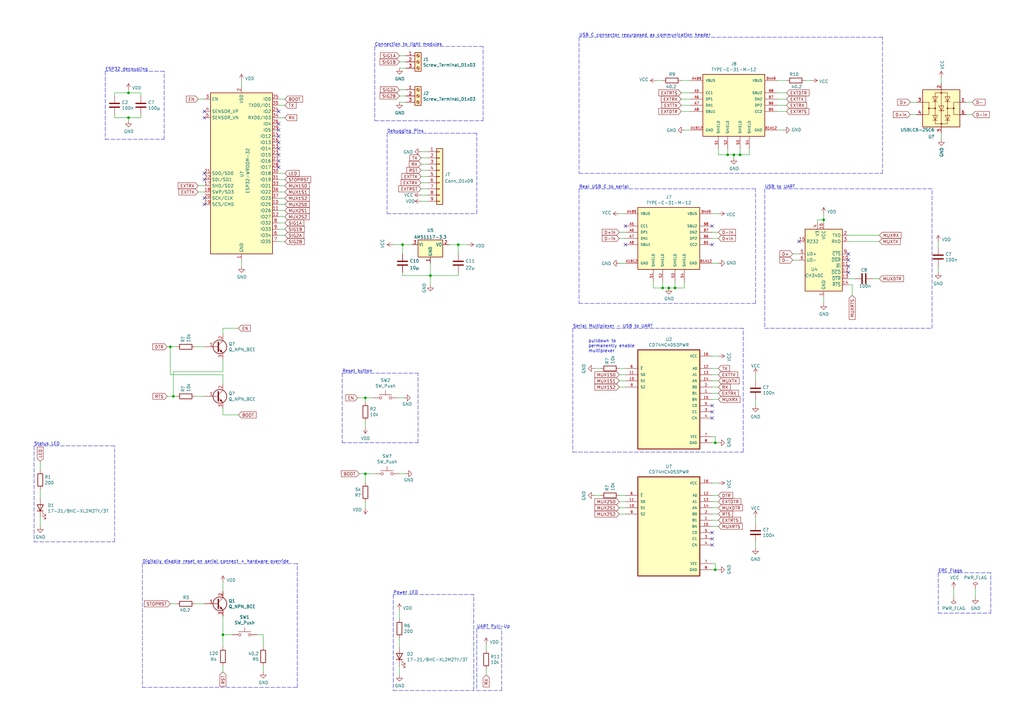
<source format=kicad_sch>
(kicad_sch (version 20211123) (generator eeschema)

  (uuid 9baf7b1e-44a0-4262-8221-97a2fa15d5e8)

  (paper "A3")

  (title_block
    (title "LightControl Console")
    (date "2021-08-10")
    (rev "v00")
    (comment 4 "Author: GHOSCHT")
  )

  (lib_symbols
    (symbol "CD74HC4053PWR:CD74HC4053PWR" (pin_names (offset 1.016)) (in_bom yes) (on_board yes)
      (property "Reference" "U" (id 0) (at -12.7 21.3106 0)
        (effects (font (size 1.27 1.27)) (justify left bottom))
      )
      (property "Value" "CD74HC4053PWR" (id 1) (at -12.7 -24.3078 0)
        (effects (font (size 1.27 1.27)) (justify left bottom))
      )
      (property "Footprint" "SOP65P640X120-16N" (id 2) (at -13.97 -20.32 90)
        (effects (font (size 1.27 1.27)) (justify left bottom) hide)
      )
      (property "Datasheet" "" (id 3) (at 0 0 0)
        (effects (font (size 1.27 1.27)) (justify left bottom) hide)
      )
      (property "ki_locked" "" (id 4) (at 0 0 0)
        (effects (font (size 1.27 1.27)))
      )
      (symbol "CD74HC4053PWR_0_0"
        (rectangle (start -12.7 -20.32) (end 12.7 20.32)
          (stroke (width 0.4064) (type default) (color 0 0 0 0))
          (fill (type background))
        )
        (pin bidirectional line (at 17.78 2.54 180) (length 5.08)
          (name "B1" (effects (font (size 1.016 1.016))))
          (number "1" (effects (font (size 1.016 1.016))))
        )
        (pin input line (at -17.78 7.62 0) (length 5.08)
          (name "S1" (effects (font (size 1.016 1.016))))
          (number "10" (effects (font (size 1.016 1.016))))
        )
        (pin input line (at -17.78 10.16 0) (length 5.08)
          (name "S0" (effects (font (size 1.016 1.016))))
          (number "11" (effects (font (size 1.016 1.016))))
        )
        (pin bidirectional line (at 17.78 12.7 180) (length 5.08)
          (name "A0" (effects (font (size 1.016 1.016))))
          (number "12" (effects (font (size 1.016 1.016))))
        )
        (pin bidirectional line (at 17.78 10.16 180) (length 5.08)
          (name "A1" (effects (font (size 1.016 1.016))))
          (number "13" (effects (font (size 1.016 1.016))))
        )
        (pin bidirectional line (at 17.78 7.62 180) (length 5.08)
          (name "AN" (effects (font (size 1.016 1.016))))
          (number "14" (effects (font (size 1.016 1.016))))
        )
        (pin bidirectional line (at 17.78 0 180) (length 5.08)
          (name "BN" (effects (font (size 1.016 1.016))))
          (number "15" (effects (font (size 1.016 1.016))))
        )
        (pin power_in line (at 17.78 17.78 180) (length 5.08)
          (name "VCC" (effects (font (size 1.016 1.016))))
          (number "16" (effects (font (size 1.016 1.016))))
        )
        (pin bidirectional line (at 17.78 5.08 180) (length 5.08)
          (name "B0" (effects (font (size 1.016 1.016))))
          (number "2" (effects (font (size 1.016 1.016))))
        )
        (pin bidirectional line (at 17.78 -5.08 180) (length 5.08)
          (name "C1" (effects (font (size 1.016 1.016))))
          (number "3" (effects (font (size 1.016 1.016))))
        )
        (pin bidirectional line (at 17.78 -7.62 180) (length 5.08)
          (name "CN" (effects (font (size 1.016 1.016))))
          (number "4" (effects (font (size 1.016 1.016))))
        )
        (pin bidirectional line (at 17.78 -2.54 180) (length 5.08)
          (name "C0" (effects (font (size 1.016 1.016))))
          (number "5" (effects (font (size 1.016 1.016))))
        )
        (pin input line (at -17.78 12.7 0) (length 5.08)
          (name "~{E}" (effects (font (size 1.016 1.016))))
          (number "6" (effects (font (size 1.016 1.016))))
        )
        (pin power_in line (at 17.78 -15.24 180) (length 5.08)
          (name "VEE" (effects (font (size 1.016 1.016))))
          (number "7" (effects (font (size 1.016 1.016))))
        )
        (pin power_in line (at 17.78 -17.78 180) (length 5.08)
          (name "GND" (effects (font (size 1.016 1.016))))
          (number "8" (effects (font (size 1.016 1.016))))
        )
        (pin input line (at -17.78 5.08 0) (length 5.08)
          (name "S2" (effects (font (size 1.016 1.016))))
          (number "9" (effects (font (size 1.016 1.016))))
        )
      )
    )
    (symbol "Connector:Screw_Terminal_01x03" (pin_names (offset 1.016) hide) (in_bom yes) (on_board yes)
      (property "Reference" "J" (id 0) (at 0 5.08 0)
        (effects (font (size 1.27 1.27)))
      )
      (property "Value" "Screw_Terminal_01x03" (id 1) (at 0 -5.08 0)
        (effects (font (size 1.27 1.27)))
      )
      (property "Footprint" "" (id 2) (at 0 0 0)
        (effects (font (size 1.27 1.27)) hide)
      )
      (property "Datasheet" "~" (id 3) (at 0 0 0)
        (effects (font (size 1.27 1.27)) hide)
      )
      (property "ki_keywords" "screw terminal" (id 4) (at 0 0 0)
        (effects (font (size 1.27 1.27)) hide)
      )
      (property "ki_description" "Generic screw terminal, single row, 01x03, script generated (kicad-library-utils/schlib/autogen/connector/)" (id 5) (at 0 0 0)
        (effects (font (size 1.27 1.27)) hide)
      )
      (property "ki_fp_filters" "TerminalBlock*:*" (id 6) (at 0 0 0)
        (effects (font (size 1.27 1.27)) hide)
      )
      (symbol "Screw_Terminal_01x03_1_1"
        (rectangle (start -1.27 3.81) (end 1.27 -3.81)
          (stroke (width 0.254) (type default) (color 0 0 0 0))
          (fill (type background))
        )
        (circle (center 0 -2.54) (radius 0.635)
          (stroke (width 0.1524) (type default) (color 0 0 0 0))
          (fill (type none))
        )
        (polyline
          (pts
            (xy -0.5334 -2.2098)
            (xy 0.3302 -3.048)
          )
          (stroke (width 0.1524) (type default) (color 0 0 0 0))
          (fill (type none))
        )
        (polyline
          (pts
            (xy -0.5334 0.3302)
            (xy 0.3302 -0.508)
          )
          (stroke (width 0.1524) (type default) (color 0 0 0 0))
          (fill (type none))
        )
        (polyline
          (pts
            (xy -0.5334 2.8702)
            (xy 0.3302 2.032)
          )
          (stroke (width 0.1524) (type default) (color 0 0 0 0))
          (fill (type none))
        )
        (polyline
          (pts
            (xy -0.3556 -2.032)
            (xy 0.508 -2.8702)
          )
          (stroke (width 0.1524) (type default) (color 0 0 0 0))
          (fill (type none))
        )
        (polyline
          (pts
            (xy -0.3556 0.508)
            (xy 0.508 -0.3302)
          )
          (stroke (width 0.1524) (type default) (color 0 0 0 0))
          (fill (type none))
        )
        (polyline
          (pts
            (xy -0.3556 3.048)
            (xy 0.508 2.2098)
          )
          (stroke (width 0.1524) (type default) (color 0 0 0 0))
          (fill (type none))
        )
        (circle (center 0 0) (radius 0.635)
          (stroke (width 0.1524) (type default) (color 0 0 0 0))
          (fill (type none))
        )
        (circle (center 0 2.54) (radius 0.635)
          (stroke (width 0.1524) (type default) (color 0 0 0 0))
          (fill (type none))
        )
        (pin passive line (at -5.08 2.54 0) (length 3.81)
          (name "Pin_1" (effects (font (size 1.27 1.27))))
          (number "1" (effects (font (size 1.27 1.27))))
        )
        (pin passive line (at -5.08 0 0) (length 3.81)
          (name "Pin_2" (effects (font (size 1.27 1.27))))
          (number "2" (effects (font (size 1.27 1.27))))
        )
        (pin passive line (at -5.08 -2.54 0) (length 3.81)
          (name "Pin_3" (effects (font (size 1.27 1.27))))
          (number "3" (effects (font (size 1.27 1.27))))
        )
      )
    )
    (symbol "Connector_Generic:Conn_01x09" (pin_names (offset 1.016) hide) (in_bom yes) (on_board yes)
      (property "Reference" "J" (id 0) (at 0 12.7 0)
        (effects (font (size 1.27 1.27)))
      )
      (property "Value" "Conn_01x09" (id 1) (at 0 -12.7 0)
        (effects (font (size 1.27 1.27)))
      )
      (property "Footprint" "" (id 2) (at 0 0 0)
        (effects (font (size 1.27 1.27)) hide)
      )
      (property "Datasheet" "~" (id 3) (at 0 0 0)
        (effects (font (size 1.27 1.27)) hide)
      )
      (property "ki_keywords" "connector" (id 4) (at 0 0 0)
        (effects (font (size 1.27 1.27)) hide)
      )
      (property "ki_description" "Generic connector, single row, 01x09, script generated (kicad-library-utils/schlib/autogen/connector/)" (id 5) (at 0 0 0)
        (effects (font (size 1.27 1.27)) hide)
      )
      (property "ki_fp_filters" "Connector*:*_1x??_*" (id 6) (at 0 0 0)
        (effects (font (size 1.27 1.27)) hide)
      )
      (symbol "Conn_01x09_1_1"
        (rectangle (start -1.27 -10.033) (end 0 -10.287)
          (stroke (width 0.1524) (type default) (color 0 0 0 0))
          (fill (type none))
        )
        (rectangle (start -1.27 -7.493) (end 0 -7.747)
          (stroke (width 0.1524) (type default) (color 0 0 0 0))
          (fill (type none))
        )
        (rectangle (start -1.27 -4.953) (end 0 -5.207)
          (stroke (width 0.1524) (type default) (color 0 0 0 0))
          (fill (type none))
        )
        (rectangle (start -1.27 -2.413) (end 0 -2.667)
          (stroke (width 0.1524) (type default) (color 0 0 0 0))
          (fill (type none))
        )
        (rectangle (start -1.27 0.127) (end 0 -0.127)
          (stroke (width 0.1524) (type default) (color 0 0 0 0))
          (fill (type none))
        )
        (rectangle (start -1.27 2.667) (end 0 2.413)
          (stroke (width 0.1524) (type default) (color 0 0 0 0))
          (fill (type none))
        )
        (rectangle (start -1.27 5.207) (end 0 4.953)
          (stroke (width 0.1524) (type default) (color 0 0 0 0))
          (fill (type none))
        )
        (rectangle (start -1.27 7.747) (end 0 7.493)
          (stroke (width 0.1524) (type default) (color 0 0 0 0))
          (fill (type none))
        )
        (rectangle (start -1.27 10.287) (end 0 10.033)
          (stroke (width 0.1524) (type default) (color 0 0 0 0))
          (fill (type none))
        )
        (rectangle (start -1.27 11.43) (end 1.27 -11.43)
          (stroke (width 0.254) (type default) (color 0 0 0 0))
          (fill (type background))
        )
        (pin passive line (at -5.08 10.16 0) (length 3.81)
          (name "Pin_1" (effects (font (size 1.27 1.27))))
          (number "1" (effects (font (size 1.27 1.27))))
        )
        (pin passive line (at -5.08 7.62 0) (length 3.81)
          (name "Pin_2" (effects (font (size 1.27 1.27))))
          (number "2" (effects (font (size 1.27 1.27))))
        )
        (pin passive line (at -5.08 5.08 0) (length 3.81)
          (name "Pin_3" (effects (font (size 1.27 1.27))))
          (number "3" (effects (font (size 1.27 1.27))))
        )
        (pin passive line (at -5.08 2.54 0) (length 3.81)
          (name "Pin_4" (effects (font (size 1.27 1.27))))
          (number "4" (effects (font (size 1.27 1.27))))
        )
        (pin passive line (at -5.08 0 0) (length 3.81)
          (name "Pin_5" (effects (font (size 1.27 1.27))))
          (number "5" (effects (font (size 1.27 1.27))))
        )
        (pin passive line (at -5.08 -2.54 0) (length 3.81)
          (name "Pin_6" (effects (font (size 1.27 1.27))))
          (number "6" (effects (font (size 1.27 1.27))))
        )
        (pin passive line (at -5.08 -5.08 0) (length 3.81)
          (name "Pin_7" (effects (font (size 1.27 1.27))))
          (number "7" (effects (font (size 1.27 1.27))))
        )
        (pin passive line (at -5.08 -7.62 0) (length 3.81)
          (name "Pin_8" (effects (font (size 1.27 1.27))))
          (number "8" (effects (font (size 1.27 1.27))))
        )
        (pin passive line (at -5.08 -10.16 0) (length 3.81)
          (name "Pin_9" (effects (font (size 1.27 1.27))))
          (number "9" (effects (font (size 1.27 1.27))))
        )
      )
    )
    (symbol "Device:C" (pin_numbers hide) (pin_names (offset 0.254)) (in_bom yes) (on_board yes)
      (property "Reference" "C" (id 0) (at 0.635 2.54 0)
        (effects (font (size 1.27 1.27)) (justify left))
      )
      (property "Value" "C" (id 1) (at 0.635 -2.54 0)
        (effects (font (size 1.27 1.27)) (justify left))
      )
      (property "Footprint" "" (id 2) (at 0.9652 -3.81 0)
        (effects (font (size 1.27 1.27)) hide)
      )
      (property "Datasheet" "~" (id 3) (at 0 0 0)
        (effects (font (size 1.27 1.27)) hide)
      )
      (property "ki_keywords" "cap capacitor" (id 4) (at 0 0 0)
        (effects (font (size 1.27 1.27)) hide)
      )
      (property "ki_description" "Unpolarized capacitor" (id 5) (at 0 0 0)
        (effects (font (size 1.27 1.27)) hide)
      )
      (property "ki_fp_filters" "C_*" (id 6) (at 0 0 0)
        (effects (font (size 1.27 1.27)) hide)
      )
      (symbol "C_0_1"
        (polyline
          (pts
            (xy -2.032 -0.762)
            (xy 2.032 -0.762)
          )
          (stroke (width 0.508) (type default) (color 0 0 0 0))
          (fill (type none))
        )
        (polyline
          (pts
            (xy -2.032 0.762)
            (xy 2.032 0.762)
          )
          (stroke (width 0.508) (type default) (color 0 0 0 0))
          (fill (type none))
        )
      )
      (symbol "C_1_1"
        (pin passive line (at 0 3.81 270) (length 2.794)
          (name "~" (effects (font (size 1.27 1.27))))
          (number "1" (effects (font (size 1.27 1.27))))
        )
        (pin passive line (at 0 -3.81 90) (length 2.794)
          (name "~" (effects (font (size 1.27 1.27))))
          (number "2" (effects (font (size 1.27 1.27))))
        )
      )
    )
    (symbol "Device:LED" (pin_numbers hide) (pin_names (offset 1.016) hide) (in_bom yes) (on_board yes)
      (property "Reference" "D" (id 0) (at 0 2.54 0)
        (effects (font (size 1.27 1.27)))
      )
      (property "Value" "LED" (id 1) (at 0 -2.54 0)
        (effects (font (size 1.27 1.27)))
      )
      (property "Footprint" "" (id 2) (at 0 0 0)
        (effects (font (size 1.27 1.27)) hide)
      )
      (property "Datasheet" "~" (id 3) (at 0 0 0)
        (effects (font (size 1.27 1.27)) hide)
      )
      (property "ki_keywords" "LED diode" (id 4) (at 0 0 0)
        (effects (font (size 1.27 1.27)) hide)
      )
      (property "ki_description" "Light emitting diode" (id 5) (at 0 0 0)
        (effects (font (size 1.27 1.27)) hide)
      )
      (property "ki_fp_filters" "LED* LED_SMD:* LED_THT:*" (id 6) (at 0 0 0)
        (effects (font (size 1.27 1.27)) hide)
      )
      (symbol "LED_0_1"
        (polyline
          (pts
            (xy -1.27 -1.27)
            (xy -1.27 1.27)
          )
          (stroke (width 0.254) (type default) (color 0 0 0 0))
          (fill (type none))
        )
        (polyline
          (pts
            (xy -1.27 0)
            (xy 1.27 0)
          )
          (stroke (width 0) (type default) (color 0 0 0 0))
          (fill (type none))
        )
        (polyline
          (pts
            (xy 1.27 -1.27)
            (xy 1.27 1.27)
            (xy -1.27 0)
            (xy 1.27 -1.27)
          )
          (stroke (width 0.254) (type default) (color 0 0 0 0))
          (fill (type none))
        )
        (polyline
          (pts
            (xy -3.048 -0.762)
            (xy -4.572 -2.286)
            (xy -3.81 -2.286)
            (xy -4.572 -2.286)
            (xy -4.572 -1.524)
          )
          (stroke (width 0) (type default) (color 0 0 0 0))
          (fill (type none))
        )
        (polyline
          (pts
            (xy -1.778 -0.762)
            (xy -3.302 -2.286)
            (xy -2.54 -2.286)
            (xy -3.302 -2.286)
            (xy -3.302 -1.524)
          )
          (stroke (width 0) (type default) (color 0 0 0 0))
          (fill (type none))
        )
      )
      (symbol "LED_1_1"
        (pin passive line (at -3.81 0 0) (length 2.54)
          (name "K" (effects (font (size 1.27 1.27))))
          (number "1" (effects (font (size 1.27 1.27))))
        )
        (pin passive line (at 3.81 0 180) (length 2.54)
          (name "A" (effects (font (size 1.27 1.27))))
          (number "2" (effects (font (size 1.27 1.27))))
        )
      )
    )
    (symbol "Device:Q_NPN_BCE" (pin_names (offset 0) hide) (in_bom yes) (on_board yes)
      (property "Reference" "Q" (id 0) (at 5.08 1.27 0)
        (effects (font (size 1.27 1.27)) (justify left))
      )
      (property "Value" "Q_NPN_BCE" (id 1) (at 5.08 -1.27 0)
        (effects (font (size 1.27 1.27)) (justify left))
      )
      (property "Footprint" "" (id 2) (at 5.08 2.54 0)
        (effects (font (size 1.27 1.27)) hide)
      )
      (property "Datasheet" "~" (id 3) (at 0 0 0)
        (effects (font (size 1.27 1.27)) hide)
      )
      (property "ki_keywords" "transistor NPN" (id 4) (at 0 0 0)
        (effects (font (size 1.27 1.27)) hide)
      )
      (property "ki_description" "NPN transistor, base/collector/emitter" (id 5) (at 0 0 0)
        (effects (font (size 1.27 1.27)) hide)
      )
      (symbol "Q_NPN_BCE_0_1"
        (polyline
          (pts
            (xy 0.635 0.635)
            (xy 2.54 2.54)
          )
          (stroke (width 0) (type default) (color 0 0 0 0))
          (fill (type none))
        )
        (polyline
          (pts
            (xy 0.635 -0.635)
            (xy 2.54 -2.54)
            (xy 2.54 -2.54)
          )
          (stroke (width 0) (type default) (color 0 0 0 0))
          (fill (type none))
        )
        (polyline
          (pts
            (xy 0.635 1.905)
            (xy 0.635 -1.905)
            (xy 0.635 -1.905)
          )
          (stroke (width 0.508) (type default) (color 0 0 0 0))
          (fill (type none))
        )
        (polyline
          (pts
            (xy 1.27 -1.778)
            (xy 1.778 -1.27)
            (xy 2.286 -2.286)
            (xy 1.27 -1.778)
            (xy 1.27 -1.778)
          )
          (stroke (width 0) (type default) (color 0 0 0 0))
          (fill (type outline))
        )
        (circle (center 1.27 0) (radius 2.8194)
          (stroke (width 0.254) (type default) (color 0 0 0 0))
          (fill (type none))
        )
      )
      (symbol "Q_NPN_BCE_1_1"
        (pin input line (at -5.08 0 0) (length 5.715)
          (name "B" (effects (font (size 1.27 1.27))))
          (number "1" (effects (font (size 1.27 1.27))))
        )
        (pin passive line (at 2.54 5.08 270) (length 2.54)
          (name "C" (effects (font (size 1.27 1.27))))
          (number "2" (effects (font (size 1.27 1.27))))
        )
        (pin passive line (at 2.54 -5.08 90) (length 2.54)
          (name "E" (effects (font (size 1.27 1.27))))
          (number "3" (effects (font (size 1.27 1.27))))
        )
      )
    )
    (symbol "Device:R" (pin_numbers hide) (pin_names (offset 0)) (in_bom yes) (on_board yes)
      (property "Reference" "R" (id 0) (at 2.032 0 90)
        (effects (font (size 1.27 1.27)))
      )
      (property "Value" "R" (id 1) (at 0 0 90)
        (effects (font (size 1.27 1.27)))
      )
      (property "Footprint" "" (id 2) (at -1.778 0 90)
        (effects (font (size 1.27 1.27)) hide)
      )
      (property "Datasheet" "~" (id 3) (at 0 0 0)
        (effects (font (size 1.27 1.27)) hide)
      )
      (property "ki_keywords" "R res resistor" (id 4) (at 0 0 0)
        (effects (font (size 1.27 1.27)) hide)
      )
      (property "ki_description" "Resistor" (id 5) (at 0 0 0)
        (effects (font (size 1.27 1.27)) hide)
      )
      (property "ki_fp_filters" "R_*" (id 6) (at 0 0 0)
        (effects (font (size 1.27 1.27)) hide)
      )
      (symbol "R_0_1"
        (rectangle (start -1.016 -2.54) (end 1.016 2.54)
          (stroke (width 0.254) (type default) (color 0 0 0 0))
          (fill (type none))
        )
      )
      (symbol "R_1_1"
        (pin passive line (at 0 3.81 270) (length 1.27)
          (name "~" (effects (font (size 1.27 1.27))))
          (number "1" (effects (font (size 1.27 1.27))))
        )
        (pin passive line (at 0 -3.81 90) (length 1.27)
          (name "~" (effects (font (size 1.27 1.27))))
          (number "2" (effects (font (size 1.27 1.27))))
        )
      )
    )
    (symbol "Interface_USB:CH340C" (in_bom yes) (on_board yes)
      (property "Reference" "U" (id 0) (at -5.08 13.97 0)
        (effects (font (size 1.27 1.27)) (justify right))
      )
      (property "Value" "CH340C" (id 1) (at 1.27 13.97 0)
        (effects (font (size 1.27 1.27)) (justify left))
      )
      (property "Footprint" "Package_SO:SOIC-16_3.9x9.9mm_P1.27mm" (id 2) (at 1.27 -13.97 0)
        (effects (font (size 1.27 1.27)) (justify left) hide)
      )
      (property "Datasheet" "https://datasheet.lcsc.com/szlcsc/Jiangsu-Qin-Heng-CH340C_C84681.pdf" (id 3) (at -8.89 20.32 0)
        (effects (font (size 1.27 1.27)) hide)
      )
      (property "ki_keywords" "USB UART Serial Converter Interface" (id 4) (at 0 0 0)
        (effects (font (size 1.27 1.27)) hide)
      )
      (property "ki_description" "USB serial converter, UART, SOIC-16" (id 5) (at 0 0 0)
        (effects (font (size 1.27 1.27)) hide)
      )
      (property "ki_fp_filters" "SOIC*3.9x9.9mm*P1.27mm*" (id 6) (at 0 0 0)
        (effects (font (size 1.27 1.27)) hide)
      )
      (symbol "CH340C_0_1"
        (rectangle (start -7.62 12.7) (end 7.62 -12.7)
          (stroke (width 0.254) (type default) (color 0 0 0 0))
          (fill (type background))
        )
      )
      (symbol "CH340C_1_1"
        (pin power_in line (at 0 -15.24 90) (length 2.54)
          (name "GND" (effects (font (size 1.27 1.27))))
          (number "1" (effects (font (size 1.27 1.27))))
        )
        (pin input line (at 10.16 0 180) (length 2.54)
          (name "~{DSR}" (effects (font (size 1.27 1.27))))
          (number "10" (effects (font (size 1.27 1.27))))
        )
        (pin input line (at 10.16 -2.54 180) (length 2.54)
          (name "~{RI}" (effects (font (size 1.27 1.27))))
          (number "11" (effects (font (size 1.27 1.27))))
        )
        (pin input line (at 10.16 -5.08 180) (length 2.54)
          (name "~{DCD}" (effects (font (size 1.27 1.27))))
          (number "12" (effects (font (size 1.27 1.27))))
        )
        (pin output line (at 10.16 -7.62 180) (length 2.54)
          (name "~{DTR}" (effects (font (size 1.27 1.27))))
          (number "13" (effects (font (size 1.27 1.27))))
        )
        (pin output line (at 10.16 -10.16 180) (length 2.54)
          (name "~{RTS}" (effects (font (size 1.27 1.27))))
          (number "14" (effects (font (size 1.27 1.27))))
        )
        (pin input line (at -10.16 7.62 0) (length 2.54)
          (name "R232" (effects (font (size 1.27 1.27))))
          (number "15" (effects (font (size 1.27 1.27))))
        )
        (pin power_in line (at 0 15.24 270) (length 2.54)
          (name "VCC" (effects (font (size 1.27 1.27))))
          (number "16" (effects (font (size 1.27 1.27))))
        )
        (pin output line (at 10.16 10.16 180) (length 2.54)
          (name "TXD" (effects (font (size 1.27 1.27))))
          (number "2" (effects (font (size 1.27 1.27))))
        )
        (pin input line (at 10.16 7.62 180) (length 2.54)
          (name "RXD" (effects (font (size 1.27 1.27))))
          (number "3" (effects (font (size 1.27 1.27))))
        )
        (pin passive line (at -2.54 15.24 270) (length 2.54)
          (name "V3" (effects (font (size 1.27 1.27))))
          (number "4" (effects (font (size 1.27 1.27))))
        )
        (pin bidirectional line (at -10.16 2.54 0) (length 2.54)
          (name "UD+" (effects (font (size 1.27 1.27))))
          (number "5" (effects (font (size 1.27 1.27))))
        )
        (pin bidirectional line (at -10.16 0 0) (length 2.54)
          (name "UD-" (effects (font (size 1.27 1.27))))
          (number "6" (effects (font (size 1.27 1.27))))
        )
        (pin no_connect line (at -7.62 -7.62 0) (length 2.54) hide
          (name "NC" (effects (font (size 1.27 1.27))))
          (number "7" (effects (font (size 1.27 1.27))))
        )
        (pin no_connect line (at -7.62 -10.16 0) (length 2.54) hide
          (name "NC" (effects (font (size 1.27 1.27))))
          (number "8" (effects (font (size 1.27 1.27))))
        )
        (pin input line (at 10.16 2.54 180) (length 2.54)
          (name "~{CTS}" (effects (font (size 1.27 1.27))))
          (number "9" (effects (font (size 1.27 1.27))))
        )
      )
    )
    (symbol "Power_Protection:USBLC6-2SC6" (pin_names hide) (in_bom yes) (on_board yes)
      (property "Reference" "U" (id 0) (at 2.54 8.89 0)
        (effects (font (size 1.27 1.27)) (justify left))
      )
      (property "Value" "USBLC6-2SC6" (id 1) (at 2.54 -8.89 0)
        (effects (font (size 1.27 1.27)) (justify left))
      )
      (property "Footprint" "Package_TO_SOT_SMD:SOT-23-6" (id 2) (at 0 -12.7 0)
        (effects (font (size 1.27 1.27)) hide)
      )
      (property "Datasheet" "https://www.st.com/resource/en/datasheet/usblc6-2.pdf" (id 3) (at 5.08 8.89 0)
        (effects (font (size 1.27 1.27)) hide)
      )
      (property "ki_keywords" "usb ethernet video" (id 4) (at 0 0 0)
        (effects (font (size 1.27 1.27)) hide)
      )
      (property "ki_description" "Very low capacitance ESD protection diode, 2 data-line, SOT-23-6" (id 5) (at 0 0 0)
        (effects (font (size 1.27 1.27)) hide)
      )
      (property "ki_fp_filters" "SOT?23*" (id 6) (at 0 0 0)
        (effects (font (size 1.27 1.27)) hide)
      )
      (symbol "USBLC6-2SC6_0_1"
        (rectangle (start -7.62 -7.62) (end 7.62 7.62)
          (stroke (width 0.254) (type default) (color 0 0 0 0))
          (fill (type background))
        )
        (circle (center -5.08 0) (radius 0.254)
          (stroke (width 0) (type default) (color 0 0 0 0))
          (fill (type outline))
        )
        (circle (center -2.54 0) (radius 0.254)
          (stroke (width 0) (type default) (color 0 0 0 0))
          (fill (type outline))
        )
        (rectangle (start -2.54 6.35) (end 2.54 -6.35)
          (stroke (width 0) (type default) (color 0 0 0 0))
          (fill (type none))
        )
        (circle (center 0 -6.35) (radius 0.254)
          (stroke (width 0) (type default) (color 0 0 0 0))
          (fill (type outline))
        )
        (polyline
          (pts
            (xy -5.08 -2.54)
            (xy -7.62 -2.54)
          )
          (stroke (width 0) (type default) (color 0 0 0 0))
          (fill (type none))
        )
        (polyline
          (pts
            (xy -5.08 0)
            (xy -5.08 -2.54)
          )
          (stroke (width 0) (type default) (color 0 0 0 0))
          (fill (type none))
        )
        (polyline
          (pts
            (xy -5.08 2.54)
            (xy -7.62 2.54)
          )
          (stroke (width 0) (type default) (color 0 0 0 0))
          (fill (type none))
        )
        (polyline
          (pts
            (xy -1.524 -2.794)
            (xy -3.556 -2.794)
          )
          (stroke (width 0) (type default) (color 0 0 0 0))
          (fill (type none))
        )
        (polyline
          (pts
            (xy -1.524 4.826)
            (xy -3.556 4.826)
          )
          (stroke (width 0) (type default) (color 0 0 0 0))
          (fill (type none))
        )
        (polyline
          (pts
            (xy 0 -7.62)
            (xy 0 -6.35)
          )
          (stroke (width 0) (type default) (color 0 0 0 0))
          (fill (type none))
        )
        (polyline
          (pts
            (xy 0 -6.35)
            (xy 0 1.27)
          )
          (stroke (width 0) (type default) (color 0 0 0 0))
          (fill (type none))
        )
        (polyline
          (pts
            (xy 0 1.27)
            (xy 0 6.35)
          )
          (stroke (width 0) (type default) (color 0 0 0 0))
          (fill (type none))
        )
        (polyline
          (pts
            (xy 0 6.35)
            (xy 0 7.62)
          )
          (stroke (width 0) (type default) (color 0 0 0 0))
          (fill (type none))
        )
        (polyline
          (pts
            (xy 1.524 -2.794)
            (xy 3.556 -2.794)
          )
          (stroke (width 0) (type default) (color 0 0 0 0))
          (fill (type none))
        )
        (polyline
          (pts
            (xy 1.524 4.826)
            (xy 3.556 4.826)
          )
          (stroke (width 0) (type default) (color 0 0 0 0))
          (fill (type none))
        )
        (polyline
          (pts
            (xy 5.08 -2.54)
            (xy 7.62 -2.54)
          )
          (stroke (width 0) (type default) (color 0 0 0 0))
          (fill (type none))
        )
        (polyline
          (pts
            (xy 5.08 0)
            (xy 5.08 -2.54)
          )
          (stroke (width 0) (type default) (color 0 0 0 0))
          (fill (type none))
        )
        (polyline
          (pts
            (xy 5.08 2.54)
            (xy 7.62 2.54)
          )
          (stroke (width 0) (type default) (color 0 0 0 0))
          (fill (type none))
        )
        (polyline
          (pts
            (xy -2.54 0)
            (xy -5.08 0)
            (xy -5.08 2.54)
          )
          (stroke (width 0) (type default) (color 0 0 0 0))
          (fill (type none))
        )
        (polyline
          (pts
            (xy 2.54 0)
            (xy 5.08 0)
            (xy 5.08 2.54)
          )
          (stroke (width 0) (type default) (color 0 0 0 0))
          (fill (type none))
        )
        (polyline
          (pts
            (xy -3.556 -4.826)
            (xy -1.524 -4.826)
            (xy -2.54 -2.794)
            (xy -3.556 -4.826)
          )
          (stroke (width 0) (type default) (color 0 0 0 0))
          (fill (type none))
        )
        (polyline
          (pts
            (xy -3.556 2.794)
            (xy -1.524 2.794)
            (xy -2.54 4.826)
            (xy -3.556 2.794)
          )
          (stroke (width 0) (type default) (color 0 0 0 0))
          (fill (type none))
        )
        (polyline
          (pts
            (xy -1.016 -1.016)
            (xy 1.016 -1.016)
            (xy 0 1.016)
            (xy -1.016 -1.016)
          )
          (stroke (width 0) (type default) (color 0 0 0 0))
          (fill (type none))
        )
        (polyline
          (pts
            (xy 1.016 1.016)
            (xy 0.762 1.016)
            (xy -1.016 1.016)
            (xy -1.016 0.508)
          )
          (stroke (width 0) (type default) (color 0 0 0 0))
          (fill (type none))
        )
        (polyline
          (pts
            (xy 3.556 -4.826)
            (xy 1.524 -4.826)
            (xy 2.54 -2.794)
            (xy 3.556 -4.826)
          )
          (stroke (width 0) (type default) (color 0 0 0 0))
          (fill (type none))
        )
        (polyline
          (pts
            (xy 3.556 2.794)
            (xy 1.524 2.794)
            (xy 2.54 4.826)
            (xy 3.556 2.794)
          )
          (stroke (width 0) (type default) (color 0 0 0 0))
          (fill (type none))
        )
        (circle (center 0 6.35) (radius 0.254)
          (stroke (width 0) (type default) (color 0 0 0 0))
          (fill (type outline))
        )
        (circle (center 2.54 0) (radius 0.254)
          (stroke (width 0) (type default) (color 0 0 0 0))
          (fill (type outline))
        )
        (circle (center 5.08 0) (radius 0.254)
          (stroke (width 0) (type default) (color 0 0 0 0))
          (fill (type outline))
        )
      )
      (symbol "USBLC6-2SC6_1_1"
        (pin passive line (at -10.16 -2.54 0) (length 2.54)
          (name "I/O1" (effects (font (size 1.27 1.27))))
          (number "1" (effects (font (size 1.27 1.27))))
        )
        (pin passive line (at 0 -10.16 90) (length 2.54)
          (name "GND" (effects (font (size 1.27 1.27))))
          (number "2" (effects (font (size 1.27 1.27))))
        )
        (pin passive line (at 10.16 -2.54 180) (length 2.54)
          (name "I/O2" (effects (font (size 1.27 1.27))))
          (number "3" (effects (font (size 1.27 1.27))))
        )
        (pin passive line (at 10.16 2.54 180) (length 2.54)
          (name "I/O2" (effects (font (size 1.27 1.27))))
          (number "4" (effects (font (size 1.27 1.27))))
        )
        (pin passive line (at 0 10.16 270) (length 2.54)
          (name "VBUS" (effects (font (size 1.27 1.27))))
          (number "5" (effects (font (size 1.27 1.27))))
        )
        (pin passive line (at -10.16 2.54 0) (length 2.54)
          (name "I/O1" (effects (font (size 1.27 1.27))))
          (number "6" (effects (font (size 1.27 1.27))))
        )
      )
    )
    (symbol "RF_Module:ESP32-WROOM-32" (in_bom yes) (on_board yes)
      (property "Reference" "U" (id 0) (at -12.7 34.29 0)
        (effects (font (size 1.27 1.27)) (justify left))
      )
      (property "Value" "ESP32-WROOM-32" (id 1) (at 1.27 34.29 0)
        (effects (font (size 1.27 1.27)) (justify left))
      )
      (property "Footprint" "RF_Module:ESP32-WROOM-32" (id 2) (at 0 -38.1 0)
        (effects (font (size 1.27 1.27)) hide)
      )
      (property "Datasheet" "https://www.espressif.com/sites/default/files/documentation/esp32-wroom-32_datasheet_en.pdf" (id 3) (at -7.62 1.27 0)
        (effects (font (size 1.27 1.27)) hide)
      )
      (property "ki_keywords" "RF Radio BT ESP ESP32 Espressif onboard PCB antenna" (id 4) (at 0 0 0)
        (effects (font (size 1.27 1.27)) hide)
      )
      (property "ki_description" "RF Module, ESP32-D0WDQ6 SoC, Wi-Fi 802.11b/g/n, Bluetooth, BLE, 32-bit, 2.7-3.6V, onboard antenna, SMD" (id 5) (at 0 0 0)
        (effects (font (size 1.27 1.27)) hide)
      )
      (property "ki_fp_filters" "ESP32?WROOM?32*" (id 6) (at 0 0 0)
        (effects (font (size 1.27 1.27)) hide)
      )
      (symbol "ESP32-WROOM-32_0_1"
        (rectangle (start -12.7 33.02) (end 12.7 -33.02)
          (stroke (width 0.254) (type default) (color 0 0 0 0))
          (fill (type background))
        )
      )
      (symbol "ESP32-WROOM-32_1_1"
        (pin power_in line (at 0 -35.56 90) (length 2.54)
          (name "GND" (effects (font (size 1.27 1.27))))
          (number "1" (effects (font (size 1.27 1.27))))
        )
        (pin bidirectional line (at 15.24 -12.7 180) (length 2.54)
          (name "IO25" (effects (font (size 1.27 1.27))))
          (number "10" (effects (font (size 1.27 1.27))))
        )
        (pin bidirectional line (at 15.24 -15.24 180) (length 2.54)
          (name "IO26" (effects (font (size 1.27 1.27))))
          (number "11" (effects (font (size 1.27 1.27))))
        )
        (pin bidirectional line (at 15.24 -17.78 180) (length 2.54)
          (name "IO27" (effects (font (size 1.27 1.27))))
          (number "12" (effects (font (size 1.27 1.27))))
        )
        (pin bidirectional line (at 15.24 10.16 180) (length 2.54)
          (name "IO14" (effects (font (size 1.27 1.27))))
          (number "13" (effects (font (size 1.27 1.27))))
        )
        (pin bidirectional line (at 15.24 15.24 180) (length 2.54)
          (name "IO12" (effects (font (size 1.27 1.27))))
          (number "14" (effects (font (size 1.27 1.27))))
        )
        (pin passive line (at 0 -35.56 90) (length 2.54) hide
          (name "GND" (effects (font (size 1.27 1.27))))
          (number "15" (effects (font (size 1.27 1.27))))
        )
        (pin bidirectional line (at 15.24 12.7 180) (length 2.54)
          (name "IO13" (effects (font (size 1.27 1.27))))
          (number "16" (effects (font (size 1.27 1.27))))
        )
        (pin bidirectional line (at -15.24 -5.08 0) (length 2.54)
          (name "SHD/SD2" (effects (font (size 1.27 1.27))))
          (number "17" (effects (font (size 1.27 1.27))))
        )
        (pin bidirectional line (at -15.24 -7.62 0) (length 2.54)
          (name "SWP/SD3" (effects (font (size 1.27 1.27))))
          (number "18" (effects (font (size 1.27 1.27))))
        )
        (pin bidirectional line (at -15.24 -12.7 0) (length 2.54)
          (name "SCS/CMD" (effects (font (size 1.27 1.27))))
          (number "19" (effects (font (size 1.27 1.27))))
        )
        (pin power_in line (at 0 35.56 270) (length 2.54)
          (name "VDD" (effects (font (size 1.27 1.27))))
          (number "2" (effects (font (size 1.27 1.27))))
        )
        (pin bidirectional line (at -15.24 -10.16 0) (length 2.54)
          (name "SCK/CLK" (effects (font (size 1.27 1.27))))
          (number "20" (effects (font (size 1.27 1.27))))
        )
        (pin bidirectional line (at -15.24 0 0) (length 2.54)
          (name "SDO/SD0" (effects (font (size 1.27 1.27))))
          (number "21" (effects (font (size 1.27 1.27))))
        )
        (pin bidirectional line (at -15.24 -2.54 0) (length 2.54)
          (name "SDI/SD1" (effects (font (size 1.27 1.27))))
          (number "22" (effects (font (size 1.27 1.27))))
        )
        (pin bidirectional line (at 15.24 7.62 180) (length 2.54)
          (name "IO15" (effects (font (size 1.27 1.27))))
          (number "23" (effects (font (size 1.27 1.27))))
        )
        (pin bidirectional line (at 15.24 25.4 180) (length 2.54)
          (name "IO2" (effects (font (size 1.27 1.27))))
          (number "24" (effects (font (size 1.27 1.27))))
        )
        (pin bidirectional line (at 15.24 30.48 180) (length 2.54)
          (name "IO0" (effects (font (size 1.27 1.27))))
          (number "25" (effects (font (size 1.27 1.27))))
        )
        (pin bidirectional line (at 15.24 20.32 180) (length 2.54)
          (name "IO4" (effects (font (size 1.27 1.27))))
          (number "26" (effects (font (size 1.27 1.27))))
        )
        (pin bidirectional line (at 15.24 5.08 180) (length 2.54)
          (name "IO16" (effects (font (size 1.27 1.27))))
          (number "27" (effects (font (size 1.27 1.27))))
        )
        (pin bidirectional line (at 15.24 2.54 180) (length 2.54)
          (name "IO17" (effects (font (size 1.27 1.27))))
          (number "28" (effects (font (size 1.27 1.27))))
        )
        (pin bidirectional line (at 15.24 17.78 180) (length 2.54)
          (name "IO5" (effects (font (size 1.27 1.27))))
          (number "29" (effects (font (size 1.27 1.27))))
        )
        (pin input line (at -15.24 30.48 0) (length 2.54)
          (name "EN" (effects (font (size 1.27 1.27))))
          (number "3" (effects (font (size 1.27 1.27))))
        )
        (pin bidirectional line (at 15.24 0 180) (length 2.54)
          (name "IO18" (effects (font (size 1.27 1.27))))
          (number "30" (effects (font (size 1.27 1.27))))
        )
        (pin bidirectional line (at 15.24 -2.54 180) (length 2.54)
          (name "IO19" (effects (font (size 1.27 1.27))))
          (number "31" (effects (font (size 1.27 1.27))))
        )
        (pin no_connect line (at -12.7 -27.94 0) (length 2.54) hide
          (name "NC" (effects (font (size 1.27 1.27))))
          (number "32" (effects (font (size 1.27 1.27))))
        )
        (pin bidirectional line (at 15.24 -5.08 180) (length 2.54)
          (name "IO21" (effects (font (size 1.27 1.27))))
          (number "33" (effects (font (size 1.27 1.27))))
        )
        (pin bidirectional line (at 15.24 22.86 180) (length 2.54)
          (name "RXD0/IO3" (effects (font (size 1.27 1.27))))
          (number "34" (effects (font (size 1.27 1.27))))
        )
        (pin bidirectional line (at 15.24 27.94 180) (length 2.54)
          (name "TXD0/IO1" (effects (font (size 1.27 1.27))))
          (number "35" (effects (font (size 1.27 1.27))))
        )
        (pin bidirectional line (at 15.24 -7.62 180) (length 2.54)
          (name "IO22" (effects (font (size 1.27 1.27))))
          (number "36" (effects (font (size 1.27 1.27))))
        )
        (pin bidirectional line (at 15.24 -10.16 180) (length 2.54)
          (name "IO23" (effects (font (size 1.27 1.27))))
          (number "37" (effects (font (size 1.27 1.27))))
        )
        (pin passive line (at 0 -35.56 90) (length 2.54) hide
          (name "GND" (effects (font (size 1.27 1.27))))
          (number "38" (effects (font (size 1.27 1.27))))
        )
        (pin passive line (at 0 -35.56 90) (length 2.54) hide
          (name "GND" (effects (font (size 1.27 1.27))))
          (number "39" (effects (font (size 1.27 1.27))))
        )
        (pin input line (at -15.24 25.4 0) (length 2.54)
          (name "SENSOR_VP" (effects (font (size 1.27 1.27))))
          (number "4" (effects (font (size 1.27 1.27))))
        )
        (pin input line (at -15.24 22.86 0) (length 2.54)
          (name "SENSOR_VN" (effects (font (size 1.27 1.27))))
          (number "5" (effects (font (size 1.27 1.27))))
        )
        (pin input line (at 15.24 -25.4 180) (length 2.54)
          (name "IO34" (effects (font (size 1.27 1.27))))
          (number "6" (effects (font (size 1.27 1.27))))
        )
        (pin input line (at 15.24 -27.94 180) (length 2.54)
          (name "IO35" (effects (font (size 1.27 1.27))))
          (number "7" (effects (font (size 1.27 1.27))))
        )
        (pin bidirectional line (at 15.24 -20.32 180) (length 2.54)
          (name "IO32" (effects (font (size 1.27 1.27))))
          (number "8" (effects (font (size 1.27 1.27))))
        )
        (pin bidirectional line (at 15.24 -22.86 180) (length 2.54)
          (name "IO33" (effects (font (size 1.27 1.27))))
          (number "9" (effects (font (size 1.27 1.27))))
        )
      )
    )
    (symbol "Regulator_Linear:AMS1117-3.3" (pin_names (offset 0.254)) (in_bom yes) (on_board yes)
      (property "Reference" "U" (id 0) (at -3.81 3.175 0)
        (effects (font (size 1.27 1.27)))
      )
      (property "Value" "AMS1117-3.3" (id 1) (at 0 3.175 0)
        (effects (font (size 1.27 1.27)) (justify left))
      )
      (property "Footprint" "Package_TO_SOT_SMD:SOT-223-3_TabPin2" (id 2) (at 0 5.08 0)
        (effects (font (size 1.27 1.27)) hide)
      )
      (property "Datasheet" "http://www.advanced-monolithic.com/pdf/ds1117.pdf" (id 3) (at 2.54 -6.35 0)
        (effects (font (size 1.27 1.27)) hide)
      )
      (property "ki_keywords" "linear regulator ldo fixed positive" (id 4) (at 0 0 0)
        (effects (font (size 1.27 1.27)) hide)
      )
      (property "ki_description" "1A Low Dropout regulator, positive, 3.3V fixed output, SOT-223" (id 5) (at 0 0 0)
        (effects (font (size 1.27 1.27)) hide)
      )
      (property "ki_fp_filters" "SOT?223*TabPin2*" (id 6) (at 0 0 0)
        (effects (font (size 1.27 1.27)) hide)
      )
      (symbol "AMS1117-3.3_0_1"
        (rectangle (start -5.08 -5.08) (end 5.08 1.905)
          (stroke (width 0.254) (type default) (color 0 0 0 0))
          (fill (type background))
        )
      )
      (symbol "AMS1117-3.3_1_1"
        (pin power_in line (at 0 -7.62 90) (length 2.54)
          (name "GND" (effects (font (size 1.27 1.27))))
          (number "1" (effects (font (size 1.27 1.27))))
        )
        (pin power_out line (at 7.62 0 180) (length 2.54)
          (name "VO" (effects (font (size 1.27 1.27))))
          (number "2" (effects (font (size 1.27 1.27))))
        )
        (pin power_in line (at -7.62 0 0) (length 2.54)
          (name "VI" (effects (font (size 1.27 1.27))))
          (number "3" (effects (font (size 1.27 1.27))))
        )
      )
    )
    (symbol "Switch:SW_Push" (pin_numbers hide) (pin_names (offset 1.016) hide) (in_bom yes) (on_board yes)
      (property "Reference" "SW" (id 0) (at 1.27 2.54 0)
        (effects (font (size 1.27 1.27)) (justify left))
      )
      (property "Value" "SW_Push" (id 1) (at 0 -1.524 0)
        (effects (font (size 1.27 1.27)))
      )
      (property "Footprint" "" (id 2) (at 0 5.08 0)
        (effects (font (size 1.27 1.27)) hide)
      )
      (property "Datasheet" "~" (id 3) (at 0 5.08 0)
        (effects (font (size 1.27 1.27)) hide)
      )
      (property "ki_keywords" "switch normally-open pushbutton push-button" (id 4) (at 0 0 0)
        (effects (font (size 1.27 1.27)) hide)
      )
      (property "ki_description" "Push button switch, generic, two pins" (id 5) (at 0 0 0)
        (effects (font (size 1.27 1.27)) hide)
      )
      (symbol "SW_Push_0_1"
        (circle (center -2.032 0) (radius 0.508)
          (stroke (width 0) (type default) (color 0 0 0 0))
          (fill (type none))
        )
        (polyline
          (pts
            (xy 0 1.27)
            (xy 0 3.048)
          )
          (stroke (width 0) (type default) (color 0 0 0 0))
          (fill (type none))
        )
        (polyline
          (pts
            (xy 2.54 1.27)
            (xy -2.54 1.27)
          )
          (stroke (width 0) (type default) (color 0 0 0 0))
          (fill (type none))
        )
        (circle (center 2.032 0) (radius 0.508)
          (stroke (width 0) (type default) (color 0 0 0 0))
          (fill (type none))
        )
        (pin passive line (at -5.08 0 0) (length 2.54)
          (name "1" (effects (font (size 1.27 1.27))))
          (number "1" (effects (font (size 1.27 1.27))))
        )
        (pin passive line (at 5.08 0 180) (length 2.54)
          (name "2" (effects (font (size 1.27 1.27))))
          (number "2" (effects (font (size 1.27 1.27))))
        )
      )
    )
    (symbol "TYPE-C-31-M-12:TYPE-C-31-M-12" (pin_names (offset 1.016)) (in_bom yes) (on_board yes)
      (property "Reference" "J" (id 0) (at -1.27 15.24 0)
        (effects (font (size 1.27 1.27)) (justify left bottom))
      )
      (property "Value" "TYPE-C-31-M-12" (id 1) (at -10.16 13.208 0)
        (effects (font (size 1.27 1.27)) (justify left bottom))
      )
      (property "Footprint" "HRO_TYPE-C-31-M-12" (id 2) (at 0 0 0)
        (effects (font (size 1.27 1.27)) (justify left bottom) hide)
      )
      (property "Datasheet" "" (id 3) (at 0 0 0)
        (effects (font (size 1.27 1.27)) (justify left bottom) hide)
      )
      (property "MAXIMUM_PACKAGE_HEIGHT" "3.31mm" (id 4) (at 0 0 0)
        (effects (font (size 1.27 1.27)) (justify left bottom) hide)
      )
      (property "STANDARD" "Manufacturer Recommendations" (id 5) (at 0 0 0)
        (effects (font (size 1.27 1.27)) (justify left bottom) hide)
      )
      (property "PARTREV" "A" (id 6) (at 0 0 0)
        (effects (font (size 1.27 1.27)) (justify left bottom) hide)
      )
      (property "MANUFACTURER" "HRO Electronics" (id 7) (at 0 0 0)
        (effects (font (size 1.27 1.27)) (justify left bottom) hide)
      )
      (property "ki_locked" "" (id 8) (at 0 0 0)
        (effects (font (size 1.27 1.27)))
      )
      (symbol "TYPE-C-31-M-12_0_0"
        (rectangle (start -12.7 -12.7) (end 12.7 12.7)
          (stroke (width 0.254) (type default) (color 0 0 0 0))
          (fill (type background))
        )
        (pin power_in line (at -17.78 -10.16 0) (length 5.08)
          (name "GND" (effects (font (size 1.016 1.016))))
          (number "A1B12" (effects (font (size 1.016 1.016))))
        )
        (pin power_in line (at -17.78 10.16 0) (length 5.08)
          (name "VBUS" (effects (font (size 1.016 1.016))))
          (number "A4B9" (effects (font (size 1.016 1.016))))
        )
        (pin bidirectional line (at -17.78 5.08 0) (length 5.08)
          (name "CC1" (effects (font (size 1.016 1.016))))
          (number "A5" (effects (font (size 1.016 1.016))))
        )
        (pin bidirectional line (at -17.78 2.54 0) (length 5.08)
          (name "DP1" (effects (font (size 1.016 1.016))))
          (number "A6" (effects (font (size 1.016 1.016))))
        )
        (pin bidirectional line (at -17.78 0 0) (length 5.08)
          (name "DN1" (effects (font (size 1.016 1.016))))
          (number "A7" (effects (font (size 1.016 1.016))))
        )
        (pin bidirectional line (at -17.78 -2.54 0) (length 5.08)
          (name "SBU1" (effects (font (size 1.016 1.016))))
          (number "A8" (effects (font (size 1.016 1.016))))
        )
        (pin power_in line (at 17.78 -10.16 180) (length 5.08)
          (name "GND" (effects (font (size 1.016 1.016))))
          (number "B1A12" (effects (font (size 1.016 1.016))))
        )
        (pin power_in line (at 17.78 10.16 180) (length 5.08)
          (name "VBUS" (effects (font (size 1.016 1.016))))
          (number "B4A9" (effects (font (size 1.016 1.016))))
        )
        (pin bidirectional line (at 17.78 -2.54 180) (length 5.08)
          (name "CC2" (effects (font (size 1.016 1.016))))
          (number "B5" (effects (font (size 1.016 1.016))))
        )
        (pin bidirectional line (at 17.78 0 180) (length 5.08)
          (name "DP2" (effects (font (size 1.016 1.016))))
          (number "B6" (effects (font (size 1.016 1.016))))
        )
        (pin bidirectional line (at 17.78 2.54 180) (length 5.08)
          (name "DN2" (effects (font (size 1.016 1.016))))
          (number "B7" (effects (font (size 1.016 1.016))))
        )
        (pin bidirectional line (at 17.78 5.08 180) (length 5.08)
          (name "SBU2" (effects (font (size 1.016 1.016))))
          (number "B8" (effects (font (size 1.016 1.016))))
        )
        (pin passive line (at -6.35 -17.78 90) (length 5.08)
          (name "SHIELD" (effects (font (size 1.016 1.016))))
          (number "S1" (effects (font (size 1.016 1.016))))
        )
        (pin passive line (at -2.54 -17.78 90) (length 5.08)
          (name "SHIELD" (effects (font (size 1.016 1.016))))
          (number "S2" (effects (font (size 1.016 1.016))))
        )
        (pin passive line (at 2.54 -17.78 90) (length 5.08)
          (name "SHIELD" (effects (font (size 1.016 1.016))))
          (number "S3" (effects (font (size 1.016 1.016))))
        )
        (pin passive line (at 6.35 -17.78 90) (length 5.08)
          (name "SHIELD" (effects (font (size 1.016 1.016))))
          (number "S4" (effects (font (size 1.016 1.016))))
        )
      )
    )
    (symbol "power:GND" (power) (pin_names (offset 0)) (in_bom yes) (on_board yes)
      (property "Reference" "#PWR" (id 0) (at 0 -6.35 0)
        (effects (font (size 1.27 1.27)) hide)
      )
      (property "Value" "GND" (id 1) (at 0 -3.81 0)
        (effects (font (size 1.27 1.27)))
      )
      (property "Footprint" "" (id 2) (at 0 0 0)
        (effects (font (size 1.27 1.27)) hide)
      )
      (property "Datasheet" "" (id 3) (at 0 0 0)
        (effects (font (size 1.27 1.27)) hide)
      )
      (property "ki_keywords" "power-flag" (id 4) (at 0 0 0)
        (effects (font (size 1.27 1.27)) hide)
      )
      (property "ki_description" "Power symbol creates a global label with name \"GND\" , ground" (id 5) (at 0 0 0)
        (effects (font (size 1.27 1.27)) hide)
      )
      (symbol "GND_0_1"
        (polyline
          (pts
            (xy 0 0)
            (xy 0 -1.27)
            (xy 1.27 -1.27)
            (xy 0 -2.54)
            (xy -1.27 -1.27)
            (xy 0 -1.27)
          )
          (stroke (width 0) (type default) (color 0 0 0 0))
          (fill (type none))
        )
      )
      (symbol "GND_1_1"
        (pin power_in line (at 0 0 270) (length 0) hide
          (name "GND" (effects (font (size 1.27 1.27))))
          (number "1" (effects (font (size 1.27 1.27))))
        )
      )
    )
    (symbol "power:PWR_FLAG" (power) (pin_numbers hide) (pin_names (offset 0) hide) (in_bom yes) (on_board yes)
      (property "Reference" "#FLG" (id 0) (at 0 1.905 0)
        (effects (font (size 1.27 1.27)) hide)
      )
      (property "Value" "PWR_FLAG" (id 1) (at 0 3.81 0)
        (effects (font (size 1.27 1.27)))
      )
      (property "Footprint" "" (id 2) (at 0 0 0)
        (effects (font (size 1.27 1.27)) hide)
      )
      (property "Datasheet" "~" (id 3) (at 0 0 0)
        (effects (font (size 1.27 1.27)) hide)
      )
      (property "ki_keywords" "power-flag" (id 4) (at 0 0 0)
        (effects (font (size 1.27 1.27)) hide)
      )
      (property "ki_description" "Special symbol for telling ERC where power comes from" (id 5) (at 0 0 0)
        (effects (font (size 1.27 1.27)) hide)
      )
      (symbol "PWR_FLAG_0_0"
        (pin power_out line (at 0 0 90) (length 0)
          (name "pwr" (effects (font (size 1.27 1.27))))
          (number "1" (effects (font (size 1.27 1.27))))
        )
      )
      (symbol "PWR_FLAG_0_1"
        (polyline
          (pts
            (xy 0 0)
            (xy 0 1.27)
            (xy -1.016 1.905)
            (xy 0 2.54)
            (xy 1.016 1.905)
            (xy 0 1.27)
          )
          (stroke (width 0) (type default) (color 0 0 0 0))
          (fill (type none))
        )
      )
    )
    (symbol "power:VCC" (power) (pin_names (offset 0)) (in_bom yes) (on_board yes)
      (property "Reference" "#PWR" (id 0) (at 0 -3.81 0)
        (effects (font (size 1.27 1.27)) hide)
      )
      (property "Value" "VCC" (id 1) (at 0 3.81 0)
        (effects (font (size 1.27 1.27)))
      )
      (property "Footprint" "" (id 2) (at 0 0 0)
        (effects (font (size 1.27 1.27)) hide)
      )
      (property "Datasheet" "" (id 3) (at 0 0 0)
        (effects (font (size 1.27 1.27)) hide)
      )
      (property "ki_keywords" "power-flag" (id 4) (at 0 0 0)
        (effects (font (size 1.27 1.27)) hide)
      )
      (property "ki_description" "Power symbol creates a global label with name \"VCC\"" (id 5) (at 0 0 0)
        (effects (font (size 1.27 1.27)) hide)
      )
      (symbol "VCC_0_1"
        (polyline
          (pts
            (xy -0.762 1.27)
            (xy 0 2.54)
          )
          (stroke (width 0) (type default) (color 0 0 0 0))
          (fill (type none))
        )
        (polyline
          (pts
            (xy 0 0)
            (xy 0 2.54)
          )
          (stroke (width 0) (type default) (color 0 0 0 0))
          (fill (type none))
        )
        (polyline
          (pts
            (xy 0 2.54)
            (xy 0.762 1.27)
          )
          (stroke (width 0) (type default) (color 0 0 0 0))
          (fill (type none))
        )
      )
      (symbol "VCC_1_1"
        (pin power_in line (at 0 0 90) (length 0) hide
          (name "VCC" (effects (font (size 1.27 1.27))))
          (number "1" (effects (font (size 1.27 1.27))))
        )
      )
    )
    (symbol "power:VDD" (power) (pin_names (offset 0)) (in_bom yes) (on_board yes)
      (property "Reference" "#PWR" (id 0) (at 0 -3.81 0)
        (effects (font (size 1.27 1.27)) hide)
      )
      (property "Value" "VDD" (id 1) (at 0 3.81 0)
        (effects (font (size 1.27 1.27)))
      )
      (property "Footprint" "" (id 2) (at 0 0 0)
        (effects (font (size 1.27 1.27)) hide)
      )
      (property "Datasheet" "" (id 3) (at 0 0 0)
        (effects (font (size 1.27 1.27)) hide)
      )
      (property "ki_keywords" "power-flag" (id 4) (at 0 0 0)
        (effects (font (size 1.27 1.27)) hide)
      )
      (property "ki_description" "Power symbol creates a global label with name \"VDD\"" (id 5) (at 0 0 0)
        (effects (font (size 1.27 1.27)) hide)
      )
      (symbol "VDD_0_1"
        (polyline
          (pts
            (xy -0.762 1.27)
            (xy 0 2.54)
          )
          (stroke (width 0) (type default) (color 0 0 0 0))
          (fill (type none))
        )
        (polyline
          (pts
            (xy 0 0)
            (xy 0 2.54)
          )
          (stroke (width 0) (type default) (color 0 0 0 0))
          (fill (type none))
        )
        (polyline
          (pts
            (xy 0 2.54)
            (xy 0.762 1.27)
          )
          (stroke (width 0) (type default) (color 0 0 0 0))
          (fill (type none))
        )
      )
      (symbol "VDD_1_1"
        (pin power_in line (at 0 0 90) (length 0) hide
          (name "VDD" (effects (font (size 1.27 1.27))))
          (number "1" (effects (font (size 1.27 1.27))))
        )
      )
    )
  )

  (junction (at 91.44 260.35) (diameter 0) (color 0 0 0 0)
    (uuid 02cf0608-64df-4388-bd0c-fe857420ecaa)
  )
  (junction (at 300.99 63.5) (diameter 0) (color 0 0 0 0)
    (uuid 04202103-992b-4da0-804f-eea03703a2f4)
  )
  (junction (at 149.86 163.195) (diameter 0) (color 0 0 0 0)
    (uuid 0b3b46ed-b052-4edc-82d8-e82751cbf19a)
  )
  (junction (at 176.53 113.03) (diameter 0) (color 0 0 0 0)
    (uuid 2174fdd1-be72-4071-bc32-94f31e09c635)
  )
  (junction (at 165.1 100.33) (diameter 0) (color 0 0 0 0)
    (uuid 3b4eb9f0-05fb-46ce-a252-13cfee1b99e6)
  )
  (junction (at 274.32 118.11) (diameter 0) (color 0 0 0 0)
    (uuid 62e050c2-0109-4af3-a8cf-6e73d982de24)
  )
  (junction (at 303.53 63.5) (diameter 0) (color 0 0 0 0)
    (uuid 671729fd-aac3-49b1-beea-7a99a8e33fb3)
  )
  (junction (at 293.37 181.61) (diameter 0) (color 0 0 0 0)
    (uuid 7dba8d67-81e9-4f8d-bb03-bcf60266c722)
  )
  (junction (at 69.85 142.24) (diameter 0) (color 0 0 0 0)
    (uuid 83e5c5d8-5366-4217-b11c-8beb1fa8967c)
  )
  (junction (at 293.37 233.68) (diameter 0) (color 0 0 0 0)
    (uuid a1e39f58-2374-41f3-98ea-7a0fa687d773)
  )
  (junction (at 298.45 63.5) (diameter 0) (color 0 0 0 0)
    (uuid a9b73137-65fa-423e-b460-9d4c0cf28b9a)
  )
  (junction (at 271.78 118.11) (diameter 0) (color 0 0 0 0)
    (uuid ae7b104a-673a-493a-9539-55d8e8e5236f)
  )
  (junction (at 276.86 118.11) (diameter 0) (color 0 0 0 0)
    (uuid b1d7a28d-7369-4387-ab08-39df99bec340)
  )
  (junction (at 337.82 90.17) (diameter 0) (color 0 0 0 0)
    (uuid da476460-296d-42be-8efc-f613f64eaa97)
  )
  (junction (at 52.705 48.26) (diameter 0) (color 0 0 0 0)
    (uuid db703313-0898-45e4-99a1-8c2e63e039d8)
  )
  (junction (at 187.96 100.33) (diameter 0) (color 0 0 0 0)
    (uuid e23f7fe9-9cb3-4e71-a583-88f15b7a9bb2)
  )
  (junction (at 52.705 38.1) (diameter 0) (color 0 0 0 0)
    (uuid ea8a8259-9592-477c-845f-477c8817fcec)
  )
  (junction (at 71.12 162.56) (diameter 0) (color 0 0 0 0)
    (uuid f0961962-457c-40e8-929b-ef99a4a6f9e1)
  )
  (junction (at 149.86 194.31) (diameter 0) (color 0 0 0 0)
    (uuid f40351b9-3546-46fa-b18b-727924e1e18c)
  )

  (no_connect (at 347.98 111.76) (uuid 0f0d2089-7eab-467c-85b8-272bb3c58b99))
  (no_connect (at 347.98 106.68) (uuid 2a994272-3e06-4833-9268-fcbf8bce6a08))
  (no_connect (at 292.1 166.37) (uuid 47c9bcb8-a78b-463f-9a0d-19fcc8ace4e5))
  (no_connect (at 292.1 168.91) (uuid 47c9bcb8-a78b-463f-9a0d-19fcc8ace4e5))
  (no_connect (at 292.1 171.45) (uuid 47c9bcb8-a78b-463f-9a0d-19fcc8ace4e5))
  (no_connect (at 292.1 218.44) (uuid 47c9bcb8-a78b-463f-9a0d-19fcc8ace4e5))
  (no_connect (at 292.1 220.98) (uuid 47c9bcb8-a78b-463f-9a0d-19fcc8ace4e5))
  (no_connect (at 292.1 223.52) (uuid 47c9bcb8-a78b-463f-9a0d-19fcc8ace4e5))
  (no_connect (at 256.54 92.71) (uuid 4d765ebb-391f-47cb-8327-4a93c37a5e87))
  (no_connect (at 292.1 100.33) (uuid 87e5f432-bb64-491c-8ee2-a5cebd1952e2))
  (no_connect (at 83.82 45.72) (uuid 8cbae889-8af8-411c-bb02-cff97e9ec968))
  (no_connect (at 83.82 71.12) (uuid 8cbae889-8af8-411c-bb02-cff97e9ec968))
  (no_connect (at 83.82 48.26) (uuid 8cbae889-8af8-411c-bb02-cff97e9ec968))
  (no_connect (at 83.82 73.66) (uuid 8cbae889-8af8-411c-bb02-cff97e9ec968))
  (no_connect (at 83.82 81.28) (uuid 8cbae889-8af8-411c-bb02-cff97e9ec968))
  (no_connect (at 83.82 83.82) (uuid 8cbae889-8af8-411c-bb02-cff97e9ec968))
  (no_connect (at 114.3 53.34) (uuid 8cbae889-8af8-411c-bb02-cff97e9ec968))
  (no_connect (at 114.3 55.88) (uuid 8cbae889-8af8-411c-bb02-cff97e9ec968))
  (no_connect (at 114.3 68.58) (uuid 8cbae889-8af8-411c-bb02-cff97e9ec968))
  (no_connect (at 114.3 58.42) (uuid 8cbae889-8af8-411c-bb02-cff97e9ec968))
  (no_connect (at 114.3 60.96) (uuid 8cbae889-8af8-411c-bb02-cff97e9ec968))
  (no_connect (at 114.3 63.5) (uuid 8cbae889-8af8-411c-bb02-cff97e9ec968))
  (no_connect (at 114.3 66.04) (uuid 8cbae889-8af8-411c-bb02-cff97e9ec968))
  (no_connect (at 114.3 50.8) (uuid 8cbae889-8af8-411c-bb02-cff97e9ec968))
  (no_connect (at 292.1 92.71) (uuid bfdad3c8-0a70-4a63-a174-df049c8a951c))
  (no_connect (at 256.54 100.33) (uuid d57b81b5-867c-4940-9931-9ff79aee5b96))
  (no_connect (at 114.3 45.72) (uuid d6799214-c2f6-4b2e-9af1-6e84c86224db))
  (no_connect (at 347.98 109.22) (uuid da123791-e238-4fc2-a356-0eeba872e986))
  (no_connect (at 347.98 104.14) (uuid e1506fcd-87ec-44d6-86d1-79ee513f4e77))
  (no_connect (at 327.66 99.06) (uuid ecea9562-3834-4f9c-8b72-194e1119dc17))

  (polyline (pts (xy 43.18 29.21) (xy 43.18 57.15))
    (stroke (width 0) (type default) (color 0 0 0 0))
    (uuid 04f5e3fb-3c7f-4d38-834b-d6b8568fa756)
  )

  (wire (pts (xy 91.44 167.64) (xy 91.44 170.18))
    (stroke (width 0) (type default) (color 0 0 0 0))
    (uuid 05bc0baa-7475-4265-9733-691016c9f754)
  )
  (wire (pts (xy 337.82 90.17) (xy 337.82 91.44))
    (stroke (width 0) (type default) (color 0 0 0 0))
    (uuid 05f39466-dd58-4f6c-b7b8-1c07ec50a32e)
  )
  (wire (pts (xy 292.1 213.36) (xy 294.64 213.36))
    (stroke (width 0) (type default) (color 0 0 0 0))
    (uuid 06007c62-9ae8-4920-a9ee-ea4c361cdb48)
  )
  (polyline (pts (xy 237.49 15.24) (xy 237.49 71.12))
    (stroke (width 0) (type default) (color 0 0 0 0))
    (uuid 0601c5c6-429f-4d4a-9c0b-5811cb2a3dfe)
  )

  (wire (pts (xy 280.67 118.11) (xy 280.67 115.57))
    (stroke (width 0) (type default) (color 0 0 0 0))
    (uuid 06a06b89-a166-43c0-8bcc-f88dbc9f2fea)
  )
  (wire (pts (xy 91.44 238.76) (xy 91.44 242.57))
    (stroke (width 0) (type default) (color 0 0 0 0))
    (uuid 071113b7-0397-44c3-8cb8-618427989b69)
  )
  (wire (pts (xy 318.77 33.02) (xy 322.58 33.02))
    (stroke (width 0) (type default) (color 0 0 0 0))
    (uuid 07159b16-e789-45b7-bcb2-4066bce0a358)
  )
  (wire (pts (xy 325.12 106.68) (xy 327.66 106.68))
    (stroke (width 0) (type default) (color 0 0 0 0))
    (uuid 07193d28-0f96-4afa-95fb-f34ba917431c)
  )
  (wire (pts (xy 114.3 88.9) (xy 116.84 88.9))
    (stroke (width 0) (type default) (color 0 0 0 0))
    (uuid 08126540-1e73-49e3-8582-f8c90992b0f1)
  )
  (wire (pts (xy 283.21 43.18) (xy 279.4 43.18))
    (stroke (width 0) (type default) (color 0 0 0 0))
    (uuid 08719cf9-74ee-4fcc-a6cc-3e9b6d79f805)
  )
  (wire (pts (xy 391.16 241.3) (xy 391.16 245.11))
    (stroke (width 0) (type default) (color 0 0 0 0))
    (uuid 09446378-d79d-4841-87d1-09009e11e21c)
  )
  (wire (pts (xy 69.85 142.24) (xy 72.39 142.24))
    (stroke (width 0) (type default) (color 0 0 0 0))
    (uuid 097cb1f7-b651-46bf-ba58-4bce430bcce2)
  )
  (wire (pts (xy 46.99 38.1) (xy 52.705 38.1))
    (stroke (width 0) (type default) (color 0 0 0 0))
    (uuid 0e68336c-fb0f-417a-bd35-3c96285d68f8)
  )
  (wire (pts (xy 16.51 189.23) (xy 16.51 193.04))
    (stroke (width 0) (type default) (color 0 0 0 0))
    (uuid 0e94a3ab-c4ea-498f-a165-70387f808d86)
  )
  (wire (pts (xy 163.83 25.4) (xy 166.37 25.4))
    (stroke (width 0) (type default) (color 0 0 0 0))
    (uuid 0ee253fe-d866-4e22-91d5-9b3c7448a2a7)
  )
  (wire (pts (xy 283.21 40.64) (xy 279.4 40.64))
    (stroke (width 0) (type default) (color 0 0 0 0))
    (uuid 10ce03e3-2327-4700-9f29-d646731f03f2)
  )
  (wire (pts (xy 149.86 194.31) (xy 149.86 198.12))
    (stroke (width 0) (type default) (color 0 0 0 0))
    (uuid 116735fb-60dd-4058-9f8d-b5f19e5dfed1)
  )
  (wire (pts (xy 276.86 115.57) (xy 276.86 118.11))
    (stroke (width 0) (type default) (color 0 0 0 0))
    (uuid 140058e3-f5f1-4891-9f16-139c61f267cb)
  )
  (wire (pts (xy 81.28 40.64) (xy 83.82 40.64))
    (stroke (width 0) (type default) (color 0 0 0 0))
    (uuid 147b8be4-57ca-4980-93c8-2cad5a8d1dbc)
  )
  (wire (pts (xy 91.44 260.35) (xy 91.44 265.43))
    (stroke (width 0) (type default) (color 0 0 0 0))
    (uuid 14e3059e-d9b2-46f5-90d1-d4bb03e4d4dc)
  )
  (wire (pts (xy 114.3 48.26) (xy 116.84 48.26))
    (stroke (width 0) (type default) (color 0 0 0 0))
    (uuid 14feea06-32d9-47e3-8619-4628ec356863)
  )
  (wire (pts (xy 303.53 63.5) (xy 307.34 63.5))
    (stroke (width 0) (type default) (color 0 0 0 0))
    (uuid 16fdffb8-c13c-4b20-ad81-3ebe4166dfad)
  )
  (wire (pts (xy 52.705 48.26) (xy 52.705 49.53))
    (stroke (width 0) (type default) (color 0 0 0 0))
    (uuid 17ee6228-fd6f-4b3d-aacb-bec9334572dc)
  )
  (polyline (pts (xy 406.4 234.95) (xy 384.81 234.95))
    (stroke (width 0) (type default) (color 0 0 0 0))
    (uuid 199533ba-9d8d-4136-84fb-9b759bceac1a)
  )

  (wire (pts (xy 292.1 215.9) (xy 294.64 215.9))
    (stroke (width 0) (type default) (color 0 0 0 0))
    (uuid 1a1bf63f-35fa-40cf-891c-27f9ce51d70a)
  )
  (wire (pts (xy 303.53 60.96) (xy 303.53 63.5))
    (stroke (width 0) (type default) (color 0 0 0 0))
    (uuid 1a224735-3177-42f7-a1b9-d71bc81f388c)
  )
  (wire (pts (xy 91.44 170.18) (xy 97.79 170.18))
    (stroke (width 0) (type default) (color 0 0 0 0))
    (uuid 1a62acf6-325a-4f69-b34b-407ad2546d5e)
  )
  (wire (pts (xy 254 97.79) (xy 256.54 97.79))
    (stroke (width 0) (type default) (color 0 0 0 0))
    (uuid 1afbc736-f8a6-4af8-9a81-e1b188c36168)
  )
  (wire (pts (xy 99.06 33.02) (xy 99.06 35.56))
    (stroke (width 0) (type default) (color 0 0 0 0))
    (uuid 1b67b0cd-78ba-42c3-b6b7-1686c287ade1)
  )
  (wire (pts (xy 292.1 158.75) (xy 294.64 158.75))
    (stroke (width 0) (type default) (color 0 0 0 0))
    (uuid 1b890e9c-6309-4c9e-8cde-6739a2fdc51d)
  )
  (wire (pts (xy 307.34 63.5) (xy 307.34 60.96))
    (stroke (width 0) (type default) (color 0 0 0 0))
    (uuid 1bed697e-e45c-4605-9eb2-fbad01df7b1c)
  )
  (wire (pts (xy 335.28 90.17) (xy 337.82 90.17))
    (stroke (width 0) (type default) (color 0 0 0 0))
    (uuid 1c891d8a-38ab-43ca-8fd9-fd87be63eb4a)
  )
  (wire (pts (xy 254 107.95) (xy 256.54 107.95))
    (stroke (width 0) (type default) (color 0 0 0 0))
    (uuid 1ca791af-c3b4-4119-8bfd-4351d629be0a)
  )
  (polyline (pts (xy 13.97 222.25) (xy 46.99 222.25))
    (stroke (width 0) (type default) (color 0 0 0 0))
    (uuid 1cb44854-cd21-44dc-af3b-3ce0cbd70fe5)
  )

  (wire (pts (xy 337.82 87.63) (xy 337.82 90.17))
    (stroke (width 0) (type default) (color 0 0 0 0))
    (uuid 1deb6681-0a25-4bec-bf96-ca0742daeacc)
  )
  (polyline (pts (xy 237.49 124.46) (xy 309.88 124.46))
    (stroke (width 0) (type default) (color 0 0 0 0))
    (uuid 1ed2cb5b-e68d-4522-bfa7-97564591baf7)
  )

  (wire (pts (xy 332.74 33.02) (xy 330.2 33.02))
    (stroke (width 0) (type default) (color 0 0 0 0))
    (uuid 1ed8b24b-cd25-4583-98e4-aed9a7451e4a)
  )
  (polyline (pts (xy 234.95 134.62) (xy 234.95 185.42))
    (stroke (width 0) (type default) (color 0 0 0 0))
    (uuid 205521f4-541c-45aa-98ec-c536db16bfa6)
  )
  (polyline (pts (xy 161.29 283.21) (xy 194.31 283.21))
    (stroke (width 0) (type default) (color 0 0 0 0))
    (uuid 20a150e2-36c0-4744-9f41-31ab9c8b14db)
  )

  (wire (pts (xy 373.38 46.99) (xy 375.92 46.99))
    (stroke (width 0) (type default) (color 0 0 0 0))
    (uuid 20c4c51c-93e1-4ff8-893c-d58f237b061d)
  )
  (wire (pts (xy 187.96 113.03) (xy 176.53 113.03))
    (stroke (width 0) (type default) (color 0 0 0 0))
    (uuid 2129b33e-d919-442d-ae99-a6f89c01151e)
  )
  (wire (pts (xy 318.77 53.34) (xy 321.31 53.34))
    (stroke (width 0) (type default) (color 0 0 0 0))
    (uuid 21b7df74-cf60-4ee4-9b5b-3bf4301b828b)
  )
  (wire (pts (xy 254 203.2) (xy 256.54 203.2))
    (stroke (width 0) (type default) (color 0 0 0 0))
    (uuid 23283c1e-a3c1-4ba7-8f8d-c46ea0097c12)
  )
  (wire (pts (xy 254 208.28) (xy 256.54 208.28))
    (stroke (width 0) (type default) (color 0 0 0 0))
    (uuid 24a86305-a038-413a-b18d-a604dd4a1367)
  )
  (wire (pts (xy 309.88 163.83) (xy 309.88 166.37))
    (stroke (width 0) (type default) (color 0 0 0 0))
    (uuid 24b16f06-794d-4947-85c2-a2f114c64714)
  )
  (polyline (pts (xy 304.8 185.42) (xy 304.8 134.62))
    (stroke (width 0) (type default) (color 0 0 0 0))
    (uuid 265d8a9a-54ba-478a-a6d7-54c884db09d8)
  )

  (wire (pts (xy 187.96 100.33) (xy 191.77 100.33))
    (stroke (width 0) (type default) (color 0 0 0 0))
    (uuid 26cb26a8-d569-472f-87d3-0e9967153d6f)
  )
  (wire (pts (xy 347.98 96.52) (xy 360.68 96.52))
    (stroke (width 0) (type default) (color 0 0 0 0))
    (uuid 287834b8-f62d-40f2-9570-43a1186b5493)
  )
  (wire (pts (xy 149.86 163.195) (xy 149.86 165.1))
    (stroke (width 0) (type default) (color 0 0 0 0))
    (uuid 28a749f7-7b64-486e-a613-079512f4609d)
  )
  (wire (pts (xy 384.81 109.22) (xy 384.81 111.76))
    (stroke (width 0) (type default) (color 0 0 0 0))
    (uuid 28e1e5f1-9ab3-473e-8bd3-65f7b146e7e9)
  )
  (wire (pts (xy 91.44 252.73) (xy 91.44 260.35))
    (stroke (width 0) (type default) (color 0 0 0 0))
    (uuid 292df1bb-c485-4816-83fb-4ace170c2ace)
  )
  (polyline (pts (xy 195.58 54.61) (xy 158.75 54.61))
    (stroke (width 0) (type default) (color 0 0 0 0))
    (uuid 29780111-ab55-4ed9-8811-3fa4d4ea9173)
  )

  (wire (pts (xy 396.24 46.99) (xy 398.78 46.99))
    (stroke (width 0) (type default) (color 0 0 0 0))
    (uuid 29d35b85-14e6-463c-ad43-ea84f1a411b6)
  )
  (polyline (pts (xy 195.58 283.21) (xy 205.74 283.21))
    (stroke (width 0) (type default) (color 0 0 0 0))
    (uuid 2bf3a2e5-f411-46ff-949b-3e7b4170f108)
  )

  (wire (pts (xy 292.1 203.2) (xy 294.64 203.2))
    (stroke (width 0) (type default) (color 0 0 0 0))
    (uuid 2dbcb893-1957-4f47-a0d3-2a002434e792)
  )
  (polyline (pts (xy 140.335 153.035) (xy 140.335 181.61))
    (stroke (width 0) (type default) (color 0 0 0 0))
    (uuid 2fc52cc3-0f3c-4c14-b476-7c6325791c80)
  )

  (wire (pts (xy 300.99 63.5) (xy 303.53 63.5))
    (stroke (width 0) (type default) (color 0 0 0 0))
    (uuid 2ffe7bab-cca2-420e-ac1d-0f61115e5afc)
  )
  (polyline (pts (xy 67.31 57.15) (xy 67.31 29.21))
    (stroke (width 0) (type default) (color 0 0 0 0))
    (uuid 3018882d-0622-49c7-a8ff-c9d84af05da6)
  )

  (wire (pts (xy 91.44 147.32) (xy 91.44 152.4))
    (stroke (width 0) (type default) (color 0 0 0 0))
    (uuid 31335a95-b46d-4bf0-8ae2-fc04b250e152)
  )
  (wire (pts (xy 271.78 118.11) (xy 274.32 118.11))
    (stroke (width 0) (type default) (color 0 0 0 0))
    (uuid 31343646-4f8a-4a52-ab80-443a4e05358f)
  )
  (wire (pts (xy 146.685 163.195) (xy 149.86 163.195))
    (stroke (width 0) (type default) (color 0 0 0 0))
    (uuid 3214ed34-563c-460f-89e6-d8867c1cc4d2)
  )
  (wire (pts (xy 292.1 198.12) (xy 294.64 198.12))
    (stroke (width 0) (type default) (color 0 0 0 0))
    (uuid 32a918db-9624-458f-a817-6df4eb2cd734)
  )
  (wire (pts (xy 254 205.74) (xy 256.54 205.74))
    (stroke (width 0) (type default) (color 0 0 0 0))
    (uuid 35c10642-9255-44f5-9a06-fad7239c6425)
  )
  (wire (pts (xy 161.29 100.33) (xy 165.1 100.33))
    (stroke (width 0) (type default) (color 0 0 0 0))
    (uuid 36167445-b634-48bf-8c1f-18791e9a1158)
  )
  (wire (pts (xy 292.1 153.67) (xy 294.64 153.67))
    (stroke (width 0) (type default) (color 0 0 0 0))
    (uuid 37bf49f5-cdc0-41ff-ac2f-faa8eabe7d4b)
  )
  (wire (pts (xy 114.3 40.64) (xy 116.84 40.64))
    (stroke (width 0) (type default) (color 0 0 0 0))
    (uuid 3d9dd75d-ee78-46e8-8b1e-4595fbdcc44d)
  )
  (polyline (pts (xy 171.45 181.61) (xy 171.45 153.035))
    (stroke (width 0) (type default) (color 0 0 0 0))
    (uuid 3dad4f3d-a7d6-4393-8654-baf1c899ae0d)
  )

  (wire (pts (xy 292.1 151.13) (xy 294.64 151.13))
    (stroke (width 0) (type default) (color 0 0 0 0))
    (uuid 3dcf2b9c-9149-4aa9-9578-69b714aea544)
  )
  (wire (pts (xy 163.195 163.195) (xy 165.735 163.195))
    (stroke (width 0) (type default) (color 0 0 0 0))
    (uuid 3de0b227-472e-4982-9629-f04af83c07a9)
  )
  (wire (pts (xy 243.84 151.13) (xy 246.38 151.13))
    (stroke (width 0) (type default) (color 0 0 0 0))
    (uuid 3df830de-4ed6-4e8e-8ec1-513ec29e3820)
  )
  (polyline (pts (xy 198.12 49.53) (xy 198.12 19.05))
    (stroke (width 0) (type default) (color 0 0 0 0))
    (uuid 40047fbb-dd9b-4ca9-811b-65f6b9c7ecaf)
  )

  (wire (pts (xy 52.705 48.26) (xy 46.99 48.26))
    (stroke (width 0) (type default) (color 0 0 0 0))
    (uuid 406d4e1d-68fa-4a11-be41-83837b4d66a0)
  )
  (wire (pts (xy 107.95 260.35) (xy 107.95 265.43))
    (stroke (width 0) (type default) (color 0 0 0 0))
    (uuid 408b1f0f-c669-45b5-a50c-abb4bd4afb50)
  )
  (wire (pts (xy 57.785 38.1) (xy 57.785 39.37))
    (stroke (width 0) (type default) (color 0 0 0 0))
    (uuid 423c3c00-15fa-4392-b5fd-598ff3044fe8)
  )
  (wire (pts (xy 71.12 152.4) (xy 71.12 162.56))
    (stroke (width 0) (type default) (color 0 0 0 0))
    (uuid 43d7679c-96c1-404f-9bf4-5bed152e26dd)
  )
  (wire (pts (xy 52.705 36.83) (xy 52.705 38.1))
    (stroke (width 0) (type default) (color 0 0 0 0))
    (uuid 48edabdc-19c5-43ff-b99a-621c6866404b)
  )
  (polyline (pts (xy 121.92 231.14) (xy 58.42 231.14))
    (stroke (width 0) (type default) (color 0 0 0 0))
    (uuid 49641b4a-63d8-43ce-82d1-9294733e6225)
  )
  (polyline (pts (xy 140.335 153.035) (xy 171.45 153.035))
    (stroke (width 0) (type default) (color 0 0 0 0))
    (uuid 498691a5-4028-486b-9504-f67d8de6593c)
  )

  (wire (pts (xy 292.1 163.83) (xy 294.64 163.83))
    (stroke (width 0) (type default) (color 0 0 0 0))
    (uuid 4bae80ae-0865-4c99-8f93-5b3aff8a59f8)
  )
  (polyline (pts (xy 384.81 234.95) (xy 384.81 251.46))
    (stroke (width 0) (type default) (color 0 0 0 0))
    (uuid 4bbde958-c1c7-4e1c-a88d-1868c41e3213)
  )

  (wire (pts (xy 318.77 43.18) (xy 322.58 43.18))
    (stroke (width 0) (type default) (color 0 0 0 0))
    (uuid 4c55e19b-ab2e-488c-949d-89c15d64a0f0)
  )
  (wire (pts (xy 57.785 46.99) (xy 57.785 48.26))
    (stroke (width 0) (type default) (color 0 0 0 0))
    (uuid 4d073915-7fcf-4e4b-a5bf-0b84d0b88b62)
  )
  (polyline (pts (xy 384.81 251.46) (xy 406.4 251.46))
    (stroke (width 0) (type default) (color 0 0 0 0))
    (uuid 4d4042e7-7267-49ba-9666-056155a48ea7)
  )

  (wire (pts (xy 322.58 38.1) (xy 318.77 38.1))
    (stroke (width 0) (type default) (color 0 0 0 0))
    (uuid 4d87b157-ce70-4012-a0d9-87eb85e410f2)
  )
  (wire (pts (xy 16.51 200.66) (xy 16.51 204.47))
    (stroke (width 0) (type default) (color 0 0 0 0))
    (uuid 4dbea28e-9bb2-43d3-bff1-4609ff6d74b8)
  )
  (polyline (pts (xy 194.31 243.84) (xy 161.29 243.84))
    (stroke (width 0) (type default) (color 0 0 0 0))
    (uuid 4e810672-5695-4692-b44a-a831bcd0d5aa)
  )

  (wire (pts (xy 309.88 222.25) (xy 309.88 224.79))
    (stroke (width 0) (type default) (color 0 0 0 0))
    (uuid 4f2415cc-de15-49cf-9369-fc209491a9eb)
  )
  (wire (pts (xy 114.3 76.2) (xy 116.84 76.2))
    (stroke (width 0) (type default) (color 0 0 0 0))
    (uuid 4f244abc-db6f-4a13-9b05-b04a3ffba667)
  )
  (wire (pts (xy 267.97 118.11) (xy 271.78 118.11))
    (stroke (width 0) (type default) (color 0 0 0 0))
    (uuid 4feb73de-f4cf-43d2-9a0a-a4ab59b35281)
  )
  (wire (pts (xy 292.1 146.05) (xy 294.64 146.05))
    (stroke (width 0) (type default) (color 0 0 0 0))
    (uuid 517aeb5d-8eab-4421-9d39-bacc4bae273d)
  )
  (wire (pts (xy 46.99 38.1) (xy 46.99 39.37))
    (stroke (width 0) (type default) (color 0 0 0 0))
    (uuid 52330e7d-1f25-4d7b-993e-b1f2d5927a61)
  )
  (wire (pts (xy 300.99 63.5) (xy 300.99 64.77))
    (stroke (width 0) (type default) (color 0 0 0 0))
    (uuid 53085a59-f31f-42cf-87fe-2f0b0f0f2864)
  )
  (wire (pts (xy 91.44 153.67) (xy 91.44 157.48))
    (stroke (width 0) (type default) (color 0 0 0 0))
    (uuid 552a8885-2805-4e81-bb8a-eaffb9b7b175)
  )
  (wire (pts (xy 254 87.63) (xy 256.54 87.63))
    (stroke (width 0) (type default) (color 0 0 0 0))
    (uuid 5596627f-4ad1-47cf-936a-d0587da9d460)
  )
  (wire (pts (xy 243.84 203.2) (xy 246.38 203.2))
    (stroke (width 0) (type default) (color 0 0 0 0))
    (uuid 55aa0965-0722-41b2-825a-e7a60eb3fad1)
  )
  (polyline (pts (xy 406.4 251.46) (xy 406.4 234.95))
    (stroke (width 0) (type default) (color 0 0 0 0))
    (uuid 5852443c-d6b1-414f-a479-20b446edd309)
  )

  (wire (pts (xy 187.96 100.33) (xy 187.96 104.14))
    (stroke (width 0) (type default) (color 0 0 0 0))
    (uuid 58925ed9-59b4-4e56-84e8-f11189cd772b)
  )
  (polyline (pts (xy 382.27 134.62) (xy 382.27 77.47))
    (stroke (width 0) (type default) (color 0 0 0 0))
    (uuid 58e0d6bb-872d-4803-9447-4cb6dc26305d)
  )

  (wire (pts (xy 99.06 106.68) (xy 99.06 109.22))
    (stroke (width 0) (type default) (color 0 0 0 0))
    (uuid 58e4c9f2-e48b-4b04-a234-e5d4e5bea56b)
  )
  (polyline (pts (xy 46.99 182.88) (xy 13.97 182.88))
    (stroke (width 0) (type default) (color 0 0 0 0))
    (uuid 59a1d4f2-c779-48ee-9315-90d91f99ef9c)
  )
  (polyline (pts (xy 140.335 181.61) (xy 171.45 181.61))
    (stroke (width 0) (type default) (color 0 0 0 0))
    (uuid 59ab215b-221c-40c9-bf1a-1241589c1cc6)
  )

  (wire (pts (xy 294.64 87.63) (xy 292.1 87.63))
    (stroke (width 0) (type default) (color 0 0 0 0))
    (uuid 59c7c258-d25c-496b-88bb-cb9d3020b650)
  )
  (polyline (pts (xy 195.58 87.63) (xy 195.58 54.61))
    (stroke (width 0) (type default) (color 0 0 0 0))
    (uuid 5b8c3553-97aa-4993-9017-5deb47b5f1c5)
  )

  (wire (pts (xy 294.64 107.95) (xy 292.1 107.95))
    (stroke (width 0) (type default) (color 0 0 0 0))
    (uuid 5bebda4e-b5da-48c2-ac93-396c4bf2e3fd)
  )
  (wire (pts (xy 80.01 247.65) (xy 83.82 247.65))
    (stroke (width 0) (type default) (color 0 0 0 0))
    (uuid 5e522ede-88ca-40f7-af69-461b77ad6b49)
  )
  (wire (pts (xy 292.1 205.74) (xy 294.64 205.74))
    (stroke (width 0) (type default) (color 0 0 0 0))
    (uuid 60c19d09-dff2-4b75-b3d0-a08c71d2f6c0)
  )
  (wire (pts (xy 318.77 40.64) (xy 322.58 40.64))
    (stroke (width 0) (type default) (color 0 0 0 0))
    (uuid 60fc87f3-69d1-4641-9e6e-7dd72cf12ec0)
  )
  (wire (pts (xy 279.4 38.1) (xy 283.21 38.1))
    (stroke (width 0) (type default) (color 0 0 0 0))
    (uuid 61c8ae1b-189e-4e92-b3f5-82275ffd6a76)
  )
  (polyline (pts (xy 304.8 134.62) (xy 234.95 134.62))
    (stroke (width 0) (type default) (color 0 0 0 0))
    (uuid 6219e7fa-796d-47bf-9888-9aa95c9fd4ec)
  )
  (polyline (pts (xy 46.99 222.25) (xy 46.99 182.88))
    (stroke (width 0) (type default) (color 0 0 0 0))
    (uuid 6320fa62-0799-40b8-bda4-4fd193aafce6)
  )

  (wire (pts (xy 149.86 172.72) (xy 149.86 175.26))
    (stroke (width 0) (type default) (color 0 0 0 0))
    (uuid 6703045f-520f-42f5-b6aa-bad1f370e286)
  )
  (wire (pts (xy 279.4 45.72) (xy 283.21 45.72))
    (stroke (width 0) (type default) (color 0 0 0 0))
    (uuid 68eb7e93-1acb-447f-8fa0-6583e6ac1faa)
  )
  (polyline (pts (xy 361.95 15.24) (xy 237.49 15.24))
    (stroke (width 0) (type default) (color 0 0 0 0))
    (uuid 68fa3f7e-6cf7-4f32-accd-5d72e824b78e)
  )

  (wire (pts (xy 105.41 260.35) (xy 107.95 260.35))
    (stroke (width 0) (type default) (color 0 0 0 0))
    (uuid 690561e0-38ae-4588-b49b-3707f0782ac4)
  )
  (wire (pts (xy 114.3 93.98) (xy 116.84 93.98))
    (stroke (width 0) (type default) (color 0 0 0 0))
    (uuid 69e83822-cd95-4be6-ab11-65823499514a)
  )
  (wire (pts (xy 114.3 78.74) (xy 116.84 78.74))
    (stroke (width 0) (type default) (color 0 0 0 0))
    (uuid 6b8e5d7c-8497-4970-a6de-d8fb0627aa40)
  )
  (wire (pts (xy 107.95 273.05) (xy 107.95 275.59))
    (stroke (width 0) (type default) (color 0 0 0 0))
    (uuid 6bef494c-4365-4e0b-b76a-20f0c1d37b83)
  )
  (wire (pts (xy 293.37 231.14) (xy 293.37 233.68))
    (stroke (width 0) (type default) (color 0 0 0 0))
    (uuid 6df54a80-fcce-4580-a2ba-2d414fda6feb)
  )
  (wire (pts (xy 298.45 63.5) (xy 300.99 63.5))
    (stroke (width 0) (type default) (color 0 0 0 0))
    (uuid 6dff653f-6115-4ca9-897b-89a0dffdf044)
  )
  (wire (pts (xy 396.24 41.91) (xy 398.78 41.91))
    (stroke (width 0) (type default) (color 0 0 0 0))
    (uuid 6eceb490-0d78-4e27-98ae-2abcfe8dc83c)
  )
  (polyline (pts (xy 382.27 77.47) (xy 313.69 77.47))
    (stroke (width 0) (type default) (color 0 0 0 0))
    (uuid 72d6d8d5-5ec1-4dc2-931e-3736b69f933d)
  )

  (wire (pts (xy 384.81 99.06) (xy 384.81 101.6))
    (stroke (width 0) (type default) (color 0 0 0 0))
    (uuid 7332e831-97d6-4790-b45e-382909aad6c6)
  )
  (wire (pts (xy 163.83 273.05) (xy 163.83 276.86))
    (stroke (width 0) (type default) (color 0 0 0 0))
    (uuid 733d3fbb-b4be-4b98-a75b-a3dd08d62684)
  )
  (wire (pts (xy 114.3 71.12) (xy 116.84 71.12))
    (stroke (width 0) (type default) (color 0 0 0 0))
    (uuid 73eba6d5-7710-42c8-9540-01e75aadab73)
  )
  (wire (pts (xy 347.98 99.06) (xy 360.68 99.06))
    (stroke (width 0) (type default) (color 0 0 0 0))
    (uuid 75c10069-b4db-4f49-8e10-5449f3751252)
  )
  (wire (pts (xy 91.44 134.62) (xy 97.79 134.62))
    (stroke (width 0) (type default) (color 0 0 0 0))
    (uuid 75e9eed5-67b6-4acd-8421-49192065944e)
  )
  (wire (pts (xy 386.08 54.61) (xy 386.08 57.15))
    (stroke (width 0) (type default) (color 0 0 0 0))
    (uuid 79173e83-2d8f-4718-b237-13c8576590fe)
  )
  (wire (pts (xy 292.1 156.21) (xy 294.64 156.21))
    (stroke (width 0) (type default) (color 0 0 0 0))
    (uuid 7b34cb50-3b01-41f2-bd94-bfe3a89930c6)
  )
  (polyline (pts (xy 205.74 257.81) (xy 195.58 257.81))
    (stroke (width 0) (type default) (color 0 0 0 0))
    (uuid 7b3e0bce-5284-4d1a-8505-b1e48ecf98ae)
  )

  (wire (pts (xy 172.72 74.93) (xy 175.26 74.93))
    (stroke (width 0) (type default) (color 0 0 0 0))
    (uuid 7c68115c-9392-4d01-a101-19a07bebe58c)
  )
  (wire (pts (xy 267.97 115.57) (xy 267.97 118.11))
    (stroke (width 0) (type default) (color 0 0 0 0))
    (uuid 7e2e87ca-e3e0-4998-a435-0001b4d1a5d0)
  )
  (wire (pts (xy 16.51 212.09) (xy 16.51 215.9))
    (stroke (width 0) (type default) (color 0 0 0 0))
    (uuid 824bb42d-89aa-42c6-a7aa-9058e9c90838)
  )
  (wire (pts (xy 46.99 46.99) (xy 46.99 48.26))
    (stroke (width 0) (type default) (color 0 0 0 0))
    (uuid 82ce02bc-fbc1-469e-9bdf-43b2612fc814)
  )
  (wire (pts (xy 81.28 78.74) (xy 83.82 78.74))
    (stroke (width 0) (type default) (color 0 0 0 0))
    (uuid 84365b39-04ea-470d-af3d-19524b80452c)
  )
  (wire (pts (xy 172.72 67.31) (xy 175.26 67.31))
    (stroke (width 0) (type default) (color 0 0 0 0))
    (uuid 84dc9cc0-143b-4c37-b66b-1b4dadc8a0b3)
  )
  (wire (pts (xy 163.83 194.31) (xy 166.37 194.31))
    (stroke (width 0) (type default) (color 0 0 0 0))
    (uuid 85b09247-77a2-4306-8e76-25152a5620ba)
  )
  (polyline (pts (xy 234.95 185.42) (xy 304.8 185.42))
    (stroke (width 0) (type default) (color 0 0 0 0))
    (uuid 881d86ec-4c47-40ef-9ee4-79c4b1f1bab8)
  )

  (wire (pts (xy 292.1 181.61) (xy 293.37 181.61))
    (stroke (width 0) (type default) (color 0 0 0 0))
    (uuid 887fb42c-c9aa-4836-b2c6-500ee3418bf5)
  )
  (wire (pts (xy 349.504 116.84) (xy 349.504 121.158))
    (stroke (width 0) (type default) (color 0 0 0 0))
    (uuid 894705e9-c4bc-42cd-ae99-e71a9658e3bd)
  )
  (polyline (pts (xy 361.95 71.12) (xy 361.95 15.24))
    (stroke (width 0) (type default) (color 0 0 0 0))
    (uuid 894ada9f-b044-46d9-bcba-512f781dd64f)
  )

  (wire (pts (xy 114.3 86.36) (xy 116.84 86.36))
    (stroke (width 0) (type default) (color 0 0 0 0))
    (uuid 8b43c9b6-aa55-4620-9a28-cc6bee948758)
  )
  (polyline (pts (xy 309.88 77.47) (xy 237.49 77.47))
    (stroke (width 0) (type default) (color 0 0 0 0))
    (uuid 8d749d97-f1b6-4af3-bb68-6cdd90253a5f)
  )

  (wire (pts (xy 254 95.25) (xy 256.54 95.25))
    (stroke (width 0) (type default) (color 0 0 0 0))
    (uuid 8f44e620-8200-441c-a780-50d5d303cb43)
  )
  (polyline (pts (xy 237.49 77.47) (xy 237.49 124.46))
    (stroke (width 0) (type default) (color 0 0 0 0))
    (uuid 9081d63d-e058-40c8-aa77-b7f314a599db)
  )

  (wire (pts (xy 81.28 76.2) (xy 83.82 76.2))
    (stroke (width 0) (type default) (color 0 0 0 0))
    (uuid 923897b6-1d55-40b8-8ba6-b463ce0ef817)
  )
  (wire (pts (xy 318.77 45.72) (xy 322.58 45.72))
    (stroke (width 0) (type default) (color 0 0 0 0))
    (uuid 939dd713-1af2-4b8a-893a-b5af2021afb7)
  )
  (wire (pts (xy 298.45 60.96) (xy 298.45 63.5))
    (stroke (width 0) (type default) (color 0 0 0 0))
    (uuid 93aa9c36-258c-4173-ae48-b1f7cb6b5f2b)
  )
  (wire (pts (xy 172.72 64.77) (xy 175.26 64.77))
    (stroke (width 0) (type default) (color 0 0 0 0))
    (uuid 93e04ebd-91a4-4ed3-956f-2d9f9b69c2c6)
  )
  (wire (pts (xy 114.3 91.44) (xy 116.84 91.44))
    (stroke (width 0) (type default) (color 0 0 0 0))
    (uuid 9524d0d6-4678-4866-978d-7cd2c8ba55c3)
  )
  (wire (pts (xy 91.44 273.05) (xy 91.44 275.59))
    (stroke (width 0) (type default) (color 0 0 0 0))
    (uuid 9647c762-13e4-42a0-bd4e-24109704bbd4)
  )
  (wire (pts (xy 184.15 100.33) (xy 187.96 100.33))
    (stroke (width 0) (type default) (color 0 0 0 0))
    (uuid 985c77ad-4cde-40a5-bb75-b64a6a97a091)
  )
  (wire (pts (xy 149.86 163.195) (xy 153.035 163.195))
    (stroke (width 0) (type default) (color 0 0 0 0))
    (uuid 98630e98-bdde-44c9-9116-379cb8389152)
  )
  (wire (pts (xy 176.53 107.95) (xy 176.53 113.03))
    (stroke (width 0) (type default) (color 0 0 0 0))
    (uuid 9873395e-fd71-4590-9a95-c6c4149be44c)
  )
  (wire (pts (xy 293.37 181.61) (xy 294.64 181.61))
    (stroke (width 0) (type default) (color 0 0 0 0))
    (uuid 98fab22c-119d-466e-b92b-2826f516ee66)
  )
  (wire (pts (xy 294.64 60.96) (xy 294.64 63.5))
    (stroke (width 0) (type default) (color 0 0 0 0))
    (uuid 99d161cf-12ca-4451-a25d-519c281c439a)
  )
  (wire (pts (xy 68.58 162.56) (xy 71.12 162.56))
    (stroke (width 0) (type default) (color 0 0 0 0))
    (uuid 9a74671e-3f0b-4a88-a832-d2a898292e0e)
  )
  (wire (pts (xy 165.1 100.33) (xy 168.91 100.33))
    (stroke (width 0) (type default) (color 0 0 0 0))
    (uuid 9a789301-fc0a-4c50-b13b-7197c9ea14b0)
  )
  (wire (pts (xy 114.3 73.66) (xy 116.84 73.66))
    (stroke (width 0) (type default) (color 0 0 0 0))
    (uuid 9a9bd348-3858-4d11-9fbb-ea98bf03aa04)
  )
  (wire (pts (xy 292.1 233.68) (xy 293.37 233.68))
    (stroke (width 0) (type default) (color 0 0 0 0))
    (uuid 9abd7304-e684-41f8-9f2d-a89c7303abc0)
  )
  (wire (pts (xy 269.24 33.02) (xy 271.78 33.02))
    (stroke (width 0) (type default) (color 0 0 0 0))
    (uuid 9cf6862a-c0fd-40f3-a4fa-9e9556bb2763)
  )
  (wire (pts (xy 114.3 99.06) (xy 116.84 99.06))
    (stroke (width 0) (type default) (color 0 0 0 0))
    (uuid 9d8e234c-d231-4598-84cc-1dd9b2510295)
  )
  (wire (pts (xy 114.3 83.82) (xy 116.84 83.82))
    (stroke (width 0) (type default) (color 0 0 0 0))
    (uuid 9dc0c0b6-7b04-40ec-9a97-5dd665dccab9)
  )
  (wire (pts (xy 52.705 38.1) (xy 57.785 38.1))
    (stroke (width 0) (type default) (color 0 0 0 0))
    (uuid 9ddf0998-22d2-42c5-953a-5a123d286775)
  )
  (wire (pts (xy 358.14 114.3) (xy 360.68 114.3))
    (stroke (width 0) (type default) (color 0 0 0 0))
    (uuid a0bd6a3b-3e41-4e07-acde-b123ba4bebaf)
  )
  (polyline (pts (xy 158.75 54.61) (xy 158.75 87.63))
    (stroke (width 0) (type default) (color 0 0 0 0))
    (uuid a1bfc06f-bea3-41f5-afc1-4d637e2b9376)
  )

  (wire (pts (xy 165.1 111.76) (xy 165.1 113.03))
    (stroke (width 0) (type default) (color 0 0 0 0))
    (uuid a1e79461-cd95-4e79-b986-26b386fd69cd)
  )
  (wire (pts (xy 57.785 48.26) (xy 52.705 48.26))
    (stroke (width 0) (type default) (color 0 0 0 0))
    (uuid a379d152-4c8e-4128-b8bf-20b0766e0880)
  )
  (wire (pts (xy 149.86 194.31) (xy 153.67 194.31))
    (stroke (width 0) (type default) (color 0 0 0 0))
    (uuid a6122463-8715-4d08-be90-7d6cb5129c3a)
  )
  (wire (pts (xy 292.1 210.82) (xy 294.64 210.82))
    (stroke (width 0) (type default) (color 0 0 0 0))
    (uuid a6888432-f244-41bc-bba0-d70c74f556ae)
  )
  (wire (pts (xy 292.1 231.14) (xy 293.37 231.14))
    (stroke (width 0) (type default) (color 0 0 0 0))
    (uuid a7c3209c-0694-4f5c-b997-b5289bcc5c2e)
  )
  (wire (pts (xy 271.78 115.57) (xy 271.78 118.11))
    (stroke (width 0) (type default) (color 0 0 0 0))
    (uuid a7e90476-1874-4f2b-a1de-71e2e0e57102)
  )
  (wire (pts (xy 199.39 274.32) (xy 199.39 276.86))
    (stroke (width 0) (type default) (color 0 0 0 0))
    (uuid a8729fc5-e34a-410b-9b4f-97d5020b5aef)
  )
  (wire (pts (xy 71.12 162.56) (xy 72.39 162.56))
    (stroke (width 0) (type default) (color 0 0 0 0))
    (uuid aaf8890e-33de-4d98-ae92-fe76016ad448)
  )
  (polyline (pts (xy 161.29 243.84) (xy 161.29 283.21))
    (stroke (width 0) (type default) (color 0 0 0 0))
    (uuid abed6540-4308-4ac0-93bf-7e94bbb829a1)
  )
  (polyline (pts (xy 194.31 283.21) (xy 194.31 243.84))
    (stroke (width 0) (type default) (color 0 0 0 0))
    (uuid ac379270-8e4c-4f90-ac4b-846c656d5db9)
  )

  (wire (pts (xy 293.37 179.07) (xy 293.37 181.61))
    (stroke (width 0) (type default) (color 0 0 0 0))
    (uuid ac604562-2fae-474d-984f-472161198f7d)
  )
  (wire (pts (xy 274.32 118.11) (xy 276.86 118.11))
    (stroke (width 0) (type default) (color 0 0 0 0))
    (uuid acf647dd-347b-4729-8b53-5b4d177e8d21)
  )
  (wire (pts (xy 335.28 91.44) (xy 335.28 90.17))
    (stroke (width 0) (type default) (color 0 0 0 0))
    (uuid adfa0ead-4df2-4fdc-8886-03db6caad1f3)
  )
  (wire (pts (xy 254 153.67) (xy 256.54 153.67))
    (stroke (width 0) (type default) (color 0 0 0 0))
    (uuid af3a23a3-56e9-4720-85b1-fd3079a33d74)
  )
  (wire (pts (xy 292.1 208.28) (xy 294.64 208.28))
    (stroke (width 0) (type default) (color 0 0 0 0))
    (uuid afe948da-6ab0-42e7-a1f3-2a759be377bf)
  )
  (wire (pts (xy 400.05 241.3) (xy 400.05 245.11))
    (stroke (width 0) (type default) (color 0 0 0 0))
    (uuid b041e0ee-1478-436a-9f17-cd2e83a911fa)
  )
  (polyline (pts (xy 198.12 19.05) (xy 153.67 19.05))
    (stroke (width 0) (type default) (color 0 0 0 0))
    (uuid b07c7b62-6026-4d2a-8436-6c3be3142acf)
  )

  (wire (pts (xy 163.83 261.62) (xy 163.83 265.43))
    (stroke (width 0) (type default) (color 0 0 0 0))
    (uuid b1d71171-4ac7-4c68-908c-1cb682266a3d)
  )
  (wire (pts (xy 95.25 260.35) (xy 91.44 260.35))
    (stroke (width 0) (type default) (color 0 0 0 0))
    (uuid b3e90d08-268d-4b0a-baed-3a748e0a8e83)
  )
  (wire (pts (xy 172.72 82.55) (xy 175.26 82.55))
    (stroke (width 0) (type default) (color 0 0 0 0))
    (uuid b45169bd-61e3-4286-85d3-f52f5517be57)
  )
  (wire (pts (xy 163.83 41.91) (xy 166.37 41.91))
    (stroke (width 0) (type default) (color 0 0 0 0))
    (uuid b5390cff-88e3-4ba0-965d-e81330e96832)
  )
  (polyline (pts (xy 153.67 49.53) (xy 198.12 49.53))
    (stroke (width 0) (type default) (color 0 0 0 0))
    (uuid b5d79e1e-ee6a-47f2-beb6-39ee2c814c0b)
  )

  (wire (pts (xy 91.44 137.16) (xy 91.44 134.62))
    (stroke (width 0) (type default) (color 0 0 0 0))
    (uuid b7ce2bf7-6eab-43b9-a569-2212e4367d6e)
  )
  (wire (pts (xy 114.3 81.28) (xy 116.84 81.28))
    (stroke (width 0) (type default) (color 0 0 0 0))
    (uuid b984af50-3b20-40cc-a03d-8de7d2ffb02b)
  )
  (wire (pts (xy 114.3 43.18) (xy 116.84 43.18))
    (stroke (width 0) (type default) (color 0 0 0 0))
    (uuid b9a01a78-7d43-4f4c-8d32-5a1e7e014756)
  )
  (wire (pts (xy 172.72 69.85) (xy 175.26 69.85))
    (stroke (width 0) (type default) (color 0 0 0 0))
    (uuid bbc39eb4-0d12-417e-83bb-fdca04578120)
  )
  (wire (pts (xy 337.82 121.92) (xy 337.82 124.46))
    (stroke (width 0) (type default) (color 0 0 0 0))
    (uuid be0092c8-8d42-44f5-8845-5200577b77ad)
  )
  (wire (pts (xy 254 210.82) (xy 256.54 210.82))
    (stroke (width 0) (type default) (color 0 0 0 0))
    (uuid be3bfdf7-7cf7-42da-8e3d-3683cea60e1d)
  )
  (wire (pts (xy 163.83 22.86) (xy 166.37 22.86))
    (stroke (width 0) (type default) (color 0 0 0 0))
    (uuid c10ca63f-0358-4110-bd14-b23d7bcbc103)
  )
  (wire (pts (xy 80.01 142.24) (xy 83.82 142.24))
    (stroke (width 0) (type default) (color 0 0 0 0))
    (uuid c36a3275-dce4-41bd-b518-7d5308807b5f)
  )
  (wire (pts (xy 294.64 63.5) (xy 298.45 63.5))
    (stroke (width 0) (type default) (color 0 0 0 0))
    (uuid c51ae743-c593-458f-b42f-407adc0a7530)
  )
  (polyline (pts (xy 58.42 281.94) (xy 121.92 281.94))
    (stroke (width 0) (type default) (color 0 0 0 0))
    (uuid c549ebc3-35ef-4bf2-b7e7-4037062e09c6)
  )

  (wire (pts (xy 149.86 208.28) (xy 149.86 205.74))
    (stroke (width 0) (type default) (color 0 0 0 0))
    (uuid c61ed489-23b7-471b-88d5-f3af6d44cb04)
  )
  (wire (pts (xy 69.85 247.65) (xy 72.39 247.65))
    (stroke (width 0) (type default) (color 0 0 0 0))
    (uuid c63b8020-5c22-40fc-a528-6b60672c9edd)
  )
  (polyline (pts (xy 58.42 231.14) (xy 58.42 281.94))
    (stroke (width 0) (type default) (color 0 0 0 0))
    (uuid c69d570d-9846-4a66-a272-9626429f186d)
  )

  (wire (pts (xy 147.32 194.31) (xy 149.86 194.31))
    (stroke (width 0) (type default) (color 0 0 0 0))
    (uuid c6d242d4-f4e0-4a8a-b5b6-1b4eff66ff6d)
  )
  (wire (pts (xy 172.72 80.01) (xy 175.26 80.01))
    (stroke (width 0) (type default) (color 0 0 0 0))
    (uuid c7264271-4f9c-469e-ae89-27d6d5b45a57)
  )
  (wire (pts (xy 292.1 161.29) (xy 294.64 161.29))
    (stroke (width 0) (type default) (color 0 0 0 0))
    (uuid c754ac82-613e-4e9f-9c39-388ca894f280)
  )
  (polyline (pts (xy 158.75 87.63) (xy 195.58 87.63))
    (stroke (width 0) (type default) (color 0 0 0 0))
    (uuid c776054b-0b03-418f-90d7-443c68372e95)
  )

  (wire (pts (xy 280.67 53.34) (xy 283.21 53.34))
    (stroke (width 0) (type default) (color 0 0 0 0))
    (uuid cb2bfc6b-006e-4024-8148-53f0d0dcdfb9)
  )
  (polyline (pts (xy 43.18 57.15) (xy 67.31 57.15))
    (stroke (width 0) (type default) (color 0 0 0 0))
    (uuid cb2d71ae-d1de-4f36-bfa7-928623ea1a6c)
  )

  (wire (pts (xy 254 156.21) (xy 256.54 156.21))
    (stroke (width 0) (type default) (color 0 0 0 0))
    (uuid cb88e20a-8cd3-4de2-9d2c-274abf895ffd)
  )
  (wire (pts (xy 114.3 96.52) (xy 116.84 96.52))
    (stroke (width 0) (type default) (color 0 0 0 0))
    (uuid ccf9bf5d-fd34-4b26-ae66-a9936f7758ae)
  )
  (wire (pts (xy 276.86 118.11) (xy 280.67 118.11))
    (stroke (width 0) (type default) (color 0 0 0 0))
    (uuid ce64f1d5-8577-4aff-8647-bef9e42da275)
  )
  (wire (pts (xy 373.38 41.91) (xy 375.92 41.91))
    (stroke (width 0) (type default) (color 0 0 0 0))
    (uuid cecbaaa7-84f0-4c20-b462-a0c758b65f3d)
  )
  (wire (pts (xy 80.01 162.56) (xy 83.82 162.56))
    (stroke (width 0) (type default) (color 0 0 0 0))
    (uuid cef4ff5c-691c-4a75-a6ed-564947a08619)
  )
  (polyline (pts (xy 195.58 257.81) (xy 195.58 283.21))
    (stroke (width 0) (type default) (color 0 0 0 0))
    (uuid cf3dd574-c863-40a4-8936-5183653f5af4)
  )

  (wire (pts (xy 309.88 153.67) (xy 309.88 156.21))
    (stroke (width 0) (type default) (color 0 0 0 0))
    (uuid d0bc4811-0291-4cf0-92f3-c498d1901702)
  )
  (wire (pts (xy 69.85 153.67) (xy 91.44 153.67))
    (stroke (width 0) (type default) (color 0 0 0 0))
    (uuid d1871f54-6720-40eb-8d10-9fd5fec8453d)
  )
  (polyline (pts (xy 205.74 283.21) (xy 205.74 257.81))
    (stroke (width 0) (type default) (color 0 0 0 0))
    (uuid d1bca8f1-b5d3-472f-95e6-28c44bb97037)
  )

  (wire (pts (xy 292.1 179.07) (xy 293.37 179.07))
    (stroke (width 0) (type default) (color 0 0 0 0))
    (uuid d1d42d71-816d-4996-9317-453aa5181ee4)
  )
  (polyline (pts (xy 237.49 71.12) (xy 361.95 71.12))
    (stroke (width 0) (type default) (color 0 0 0 0))
    (uuid d5033f1b-08d3-494e-bfb8-2681709a9e20)
  )
  (polyline (pts (xy 121.92 281.94) (xy 121.92 231.14))
    (stroke (width 0) (type default) (color 0 0 0 0))
    (uuid d612e10b-10ac-4e3c-97e1-96b3a3576bb8)
  )

  (wire (pts (xy 279.4 33.02) (xy 283.21 33.02))
    (stroke (width 0) (type default) (color 0 0 0 0))
    (uuid d7d42e3c-c3d7-4f93-9149-148776ea4994)
  )
  (wire (pts (xy 309.88 212.09) (xy 309.88 214.63))
    (stroke (width 0) (type default) (color 0 0 0 0))
    (uuid db0c3e73-75e4-482e-9052-c120a86e915d)
  )
  (wire (pts (xy 172.72 77.47) (xy 175.26 77.47))
    (stroke (width 0) (type default) (color 0 0 0 0))
    (uuid dc57afcf-e134-4b1c-ae78-3055777978a6)
  )
  (polyline (pts (xy 67.31 29.21) (xy 43.18 29.21))
    (stroke (width 0) (type default) (color 0 0 0 0))
    (uuid dd238f6c-e985-4c56-bfb1-9d9bb72dcd5b)
  )

  (wire (pts (xy 163.83 36.83) (xy 166.37 36.83))
    (stroke (width 0) (type default) (color 0 0 0 0))
    (uuid ddafb874-d9c5-4371-817e-d8bdbd1d3477)
  )
  (wire (pts (xy 325.12 104.14) (xy 327.66 104.14))
    (stroke (width 0) (type default) (color 0 0 0 0))
    (uuid df0e2c21-5777-41fd-b929-b56e9d0bac4a)
  )
  (wire (pts (xy 254 151.13) (xy 256.54 151.13))
    (stroke (width 0) (type default) (color 0 0 0 0))
    (uuid df8e103c-2925-44fb-a941-b3bb6e5f0510)
  )
  (wire (pts (xy 163.83 27.94) (xy 166.37 27.94))
    (stroke (width 0) (type default) (color 0 0 0 0))
    (uuid e00c3f5d-c261-4bde-9c6a-182743b19aa0)
  )
  (polyline (pts (xy 313.69 77.47) (xy 313.69 134.62))
    (stroke (width 0) (type default) (color 0 0 0 0))
    (uuid e3289404-0b89-44b6-b33c-facb3cc11d70)
  )
  (polyline (pts (xy 13.97 182.88) (xy 13.97 222.25))
    (stroke (width 0) (type default) (color 0 0 0 0))
    (uuid e342ef4c-806c-459e-b457-b57598d15abb)
  )

  (wire (pts (xy 165.1 100.33) (xy 165.1 104.14))
    (stroke (width 0) (type default) (color 0 0 0 0))
    (uuid e36b2d72-8a87-4650-a269-e3a7e2730d21)
  )
  (wire (pts (xy 386.08 31.75) (xy 386.08 34.29))
    (stroke (width 0) (type default) (color 0 0 0 0))
    (uuid e5a05b6b-e0af-4f2d-94a0-2b98fdb03057)
  )
  (polyline (pts (xy 313.69 134.62) (xy 382.27 134.62))
    (stroke (width 0) (type default) (color 0 0 0 0))
    (uuid e77aa869-1b5b-4a73-a960-717399db6fb2)
  )

  (wire (pts (xy 68.58 142.24) (xy 69.85 142.24))
    (stroke (width 0) (type default) (color 0 0 0 0))
    (uuid ea91f114-011f-4829-ab96-943f97accb21)
  )
  (wire (pts (xy 71.12 152.4) (xy 91.44 152.4))
    (stroke (width 0) (type default) (color 0 0 0 0))
    (uuid eb49e3bc-79f3-4145-a7ec-4492cc3ff450)
  )
  (wire (pts (xy 254 158.75) (xy 256.54 158.75))
    (stroke (width 0) (type default) (color 0 0 0 0))
    (uuid ebc5d0b2-678d-4e44-a7e4-6d23f808f86f)
  )
  (wire (pts (xy 199.39 264.16) (xy 199.39 266.7))
    (stroke (width 0) (type default) (color 0 0 0 0))
    (uuid ec72418e-b42d-4928-a1fc-8dcb6159d7ce)
  )
  (wire (pts (xy 165.1 113.03) (xy 176.53 113.03))
    (stroke (width 0) (type default) (color 0 0 0 0))
    (uuid ecb68479-1d5a-4eb2-9bea-e9db22263142)
  )
  (wire (pts (xy 172.72 62.23) (xy 175.26 62.23))
    (stroke (width 0) (type default) (color 0 0 0 0))
    (uuid ed05f512-35dc-42d1-91db-6bb1935adbd0)
  )
  (wire (pts (xy 292.1 97.79) (xy 294.64 97.79))
    (stroke (width 0) (type default) (color 0 0 0 0))
    (uuid ef148eb8-7baf-4136-8f35-a7374a7dc644)
  )
  (wire (pts (xy 347.98 116.84) (xy 349.504 116.84))
    (stroke (width 0) (type default) (color 0 0 0 0))
    (uuid ef711ad7-074e-4de7-b708-4f5765aa2863)
  )
  (polyline (pts (xy 309.88 124.46) (xy 309.88 77.47))
    (stroke (width 0) (type default) (color 0 0 0 0))
    (uuid eff3aa55-7baf-4744-b267-4ca650ffba7e)
  )
  (polyline (pts (xy 153.67 19.05) (xy 153.67 49.53))
    (stroke (width 0) (type default) (color 0 0 0 0))
    (uuid f072dd5a-ed1b-43f4-8611-aeff7814df5d)
  )

  (wire (pts (xy 163.83 250.19) (xy 163.83 254))
    (stroke (width 0) (type default) (color 0 0 0 0))
    (uuid f1011552-e85a-4cc2-9d4d-a92c1fe84421)
  )
  (wire (pts (xy 293.37 233.68) (xy 294.64 233.68))
    (stroke (width 0) (type default) (color 0 0 0 0))
    (uuid f3c3b14b-a025-4745-bd7c-87936e07e4c9)
  )
  (wire (pts (xy 347.98 114.3) (xy 350.52 114.3))
    (stroke (width 0) (type default) (color 0 0 0 0))
    (uuid f7590e46-a981-42cf-921a-10ed3ad95047)
  )
  (wire (pts (xy 292.1 95.25) (xy 294.64 95.25))
    (stroke (width 0) (type default) (color 0 0 0 0))
    (uuid fa4b3a81-e338-49d7-b069-6da44f1ddc0f)
  )
  (wire (pts (xy 163.83 39.37) (xy 166.37 39.37))
    (stroke (width 0) (type default) (color 0 0 0 0))
    (uuid fb16c078-8cd4-4d4d-bc9b-778663402ad5)
  )
  (wire (pts (xy 187.96 111.76) (xy 187.96 113.03))
    (stroke (width 0) (type default) (color 0 0 0 0))
    (uuid fc638a6a-f920-4319-8d3c-c21c31f35c16)
  )
  (wire (pts (xy 176.53 113.03) (xy 176.53 116.84))
    (stroke (width 0) (type default) (color 0 0 0 0))
    (uuid fd88dd0c-94c3-4504-8e72-64dbc9b34b2f)
  )
  (wire (pts (xy 69.85 142.24) (xy 69.85 153.67))
    (stroke (width 0) (type default) (color 0 0 0 0))
    (uuid fd96d20b-ebe4-4185-9d56-bffcba197284)
  )
  (wire (pts (xy 172.72 72.39) (xy 175.26 72.39))
    (stroke (width 0) (type default) (color 0 0 0 0))
    (uuid ffcf2782-ebeb-4d9d-8882-6ecb73d8fad0)
  )

  (text "UART Pull-Up" (at 195.58 257.81 0)
    (effects (font (size 1.27 1.27)) (justify left bottom))
    (uuid 0bf4b4f3-9868-4e81-a374-b5300bc28e99)
  )
  (text "USB C connector repurposed as communication header"
    (at 237.49 15.24 0)
    (effects (font (size 1.27 1.27)) (justify left bottom))
    (uuid 1b73b6ca-f050-44b1-97ae-700c360b3b38)
  )
  (text "Reset button" (at 140.335 153.035 0)
    (effects (font (size 1.27 1.27)) (justify left bottom))
    (uuid 2adec194-225f-4639-aed1-59b6cdbe7554)
  )
  (text "Debugging Pins" (at 158.75 54.61 0)
    (effects (font (size 1.27 1.27)) (justify left bottom))
    (uuid 2aebe770-38ae-442b-a772-8fe421c321d7)
  )
  (text "Status LED" (at 13.97 182.88 0)
    (effects (font (size 1.27 1.27)) (justify left bottom))
    (uuid 3d8d17eb-9da3-4258-b9c3-8f8e43f91f1a)
  )
  (text "Real USB C to serial" (at 237.49 77.47 0)
    (effects (font (size 1.27 1.27)) (justify left bottom))
    (uuid 71636b2e-8d3a-4c94-a6f8-3e77fc38fdb2)
  )
  (text "USB to UART" (at 313.69 77.47 0)
    (effects (font (size 1.27 1.27)) (justify left bottom))
    (uuid 7feffa93-a60f-443e-89f9-f69ecf2e6bc2)
  )
  (text "Digitally disable reset on serial connect + hardware override"
    (at 58.42 231.14 0)
    (effects (font (size 1.27 1.27)) (justify left bottom))
    (uuid 847550de-f7d9-4acd-85e6-97c49858500d)
  )
  (text "Serial Multiplexer - USB to UART" (at 234.95 134.62 0)
    (effects (font (size 1.27 1.27)) (justify left bottom))
    (uuid 90b61ee9-9fd9-49cc-a964-fe234d4628e5)
  )
  (text "pulldown to\npermanently enable\nmultiplexer" (at 241.3 144.78 0)
    (effects (font (size 1.27 1.27)) (justify left bottom))
    (uuid b872511a-177e-46a0-9299-e5e438fc8825)
  )
  (text "ESP32 decoupling" (at 43.18 29.21 0)
    (effects (font (size 1.27 1.27)) (justify left bottom))
    (uuid bd2458e0-15f5-4cc1-ba1d-c18c32711925)
  )
  (text "Power LED" (at 161.29 243.84 0)
    (effects (font (size 1.27 1.27)) (justify left bottom))
    (uuid d26aeb94-de66-4e08-bfce-cc57ac79299f)
  )
  (text "ERC Flags" (at 384.81 234.95 0)
    (effects (font (size 1.27 1.27)) (justify left bottom))
    (uuid f695d2f3-c10c-48eb-8e2e-a6efdb059af5)
  )
  (text "Connection to light modules" (at 153.67 19.05 0)
    (effects (font (size 1.27 1.27)) (justify left bottom))
    (uuid fb2ffc9e-94fe-4e7a-baf2-19392465e5a7)
  )

  (global_label "SIG1A" (shape input) (at 163.83 22.86 180) (fields_autoplaced)
    (effects (font (size 1.27 1.27)) (justify right))
    (uuid 03bbc844-215d-445a-8a5c-a74aaecbc6ef)
    (property "Intersheet References" "${INTERSHEET_REFS}" (id 0) (at 24.13 -45.72 0)
      (effects (font (size 1.27 1.27)) hide)
    )
  )
  (global_label "EXTRX" (shape input) (at 81.28 76.2 180) (fields_autoplaced)
    (effects (font (size 1.27 1.27)) (justify right))
    (uuid 04b790e5-626d-4d1e-913e-3e918b0b1c2a)
    (property "Intersheet References" "${INTERSHEET_REFS}" (id 0) (at 378.46 283.21 0)
      (effects (font (size 1.27 1.27)) hide)
    )
  )
  (global_label "MUXRX" (shape input) (at 294.64 163.83 0) (fields_autoplaced)
    (effects (font (size 1.27 1.27)) (justify left))
    (uuid 05ca8494-0426-4290-8c16-4c74093a18b6)
    (property "Intersheet References" "${INTERSHEET_REFS}" (id 0) (at -2.54 6.35 0)
      (effects (font (size 1.27 1.27)) hide)
    )
  )
  (global_label "SIG1B" (shape input) (at 163.83 25.4 180) (fields_autoplaced)
    (effects (font (size 1.27 1.27)) (justify right))
    (uuid 0db9745a-bd07-4242-b6c3-e521949a8292)
    (property "Intersheet References" "${INTERSHEET_REFS}" (id 0) (at 24.13 -45.72 0)
      (effects (font (size 1.27 1.27)) hide)
    )
  )
  (global_label "EXTRTS" (shape input) (at 279.4 38.1 180) (fields_autoplaced)
    (effects (font (size 1.27 1.27)) (justify right))
    (uuid 11ca5f54-9591-4213-b167-1eda3ada61c7)
    (property "Intersheet References" "${INTERSHEET_REFS}" (id 0) (at 270.3025 38.1794 0)
      (effects (font (size 1.27 1.27)) (justify right) hide)
    )
  )
  (global_label "TX" (shape input) (at 172.72 64.77 180) (fields_autoplaced)
    (effects (font (size 1.27 1.27)) (justify right))
    (uuid 13f668c9-d418-463b-96c8-5b981db2320d)
    (property "Intersheet References" "${INTERSHEET_REFS}" (id 0) (at 33.02 -44.45 0)
      (effects (font (size 1.27 1.27)) hide)
    )
  )
  (global_label "EXTTX" (shape input) (at 81.28 78.74 180) (fields_autoplaced)
    (effects (font (size 1.27 1.27)) (justify right))
    (uuid 1a1d7427-772d-40ef-bc3a-6dabc08bb96c)
    (property "Intersheet References" "${INTERSHEET_REFS}" (id 0) (at 378.46 278.13 0)
      (effects (font (size 1.27 1.27)) hide)
    )
  )
  (global_label "RX" (shape input) (at 294.64 158.75 0) (fields_autoplaced)
    (effects (font (size 1.27 1.27)) (justify left))
    (uuid 1c1337be-ae40-4fe6-898a-bf9729788629)
    (property "Intersheet References" "${INTERSHEET_REFS}" (id 0) (at -2.54 6.35 0)
      (effects (font (size 1.27 1.27)) hide)
    )
  )
  (global_label "D+in" (shape input) (at 373.38 46.99 180) (fields_autoplaced)
    (effects (font (size 1.27 1.27)) (justify right))
    (uuid 1f23016f-0bc4-4cc4-916f-b04e32ba811e)
    (property "Intersheet References" "${INTERSHEET_REFS}" (id 0) (at 366.4596 46.9106 0)
      (effects (font (size 1.27 1.27)) (justify right) hide)
    )
  )
  (global_label "BOOT" (shape input) (at 116.84 40.64 0) (fields_autoplaced)
    (effects (font (size 1.27 1.27)) (justify left))
    (uuid 2438f6ff-2128-4bfd-9435-55a2e5443312)
    (property "Intersheet References" "${INTERSHEET_REFS}" (id 0) (at 124.0628 40.5606 0)
      (effects (font (size 1.27 1.27)) (justify left) hide)
    )
  )
  (global_label "EXTDTR" (shape input) (at 322.58 38.1 0) (fields_autoplaced)
    (effects (font (size 1.27 1.27)) (justify left))
    (uuid 28556624-2302-4170-8d1c-d1a95e1d2100)
    (property "Intersheet References" "${INTERSHEET_REFS}" (id 0) (at 331.738 38.0206 0)
      (effects (font (size 1.27 1.27)) (justify left) hide)
    )
  )
  (global_label "RX" (shape input) (at 199.39 276.86 270) (fields_autoplaced)
    (effects (font (size 1.27 1.27)) (justify right))
    (uuid 291076c9-165b-4078-8e59-50bad6d448eb)
    (property "Intersheet References" "${INTERSHEET_REFS}" (id 0) (at 0 0 0)
      (effects (font (size 1.27 1.27)) hide)
    )
  )
  (global_label "DTR" (shape input) (at 68.58 142.24 180) (fields_autoplaced)
    (effects (font (size 1.27 1.27)) (justify right))
    (uuid 2b90f7a8-76fc-4640-9de8-77c943987256)
    (property "Intersheet References" "${INTERSHEET_REFS}" (id 0) (at 62.7482 142.3194 0)
      (effects (font (size 1.27 1.27)) (justify right) hide)
    )
  )
  (global_label "MUX2S1" (shape input) (at 116.84 86.36 0) (fields_autoplaced)
    (effects (font (size 1.27 1.27)) (justify left))
    (uuid 2d4632d5-a572-4c6d-8569-88805a8545b2)
    (property "Intersheet References" "${INTERSHEET_REFS}" (id 0) (at 126.7842 86.4394 0)
      (effects (font (size 1.27 1.27)) (justify left) hide)
    )
  )
  (global_label "SIG2A" (shape input) (at 163.83 36.83 180) (fields_autoplaced)
    (effects (font (size 1.27 1.27)) (justify right))
    (uuid 2f05c96a-41b2-4868-b2e5-d02f346cc1f8)
    (property "Intersheet References" "${INTERSHEET_REFS}" (id 0) (at 24.13 -45.72 0)
      (effects (font (size 1.27 1.27)) hide)
    )
  )
  (global_label "EXTDTR" (shape input) (at 294.64 205.74 0) (fields_autoplaced)
    (effects (font (size 1.27 1.27)) (justify left))
    (uuid 31c51f0d-1bdd-4978-8845-854818380f37)
    (property "Intersheet References" "${INTERSHEET_REFS}" (id 0) (at 303.798 205.6606 0)
      (effects (font (size 1.27 1.27)) (justify left) hide)
    )
  )
  (global_label "EXTRTS" (shape input) (at 294.64 213.36 0) (fields_autoplaced)
    (effects (font (size 1.27 1.27)) (justify left))
    (uuid 32c6d400-121b-433c-8133-fba59e05769f)
    (property "Intersheet References" "${INTERSHEET_REFS}" (id 0) (at 303.7375 213.2806 0)
      (effects (font (size 1.27 1.27)) (justify left) hide)
    )
  )
  (global_label "RTS" (shape input) (at 294.64 210.82 0) (fields_autoplaced)
    (effects (font (size 1.27 1.27)) (justify left))
    (uuid 377df01a-ce58-434d-93e7-246cc97290eb)
    (property "Intersheet References" "${INTERSHEET_REFS}" (id 0) (at 300.4113 210.7406 0)
      (effects (font (size 1.27 1.27)) (justify left) hide)
    )
  )
  (global_label "D+in" (shape input) (at 254 95.25 180) (fields_autoplaced)
    (effects (font (size 1.27 1.27)) (justify right))
    (uuid 3a2bdda1-108f-4298-b11e-094361a4b8fb)
    (property "Intersheet References" "${INTERSHEET_REFS}" (id 0) (at 247.0796 95.1706 0)
      (effects (font (size 1.27 1.27)) (justify right) hide)
    )
  )
  (global_label "BOOT" (shape input) (at 147.32 194.31 180) (fields_autoplaced)
    (effects (font (size 1.27 1.27)) (justify right))
    (uuid 3b301f78-2289-4e44-a89a-8d898481865c)
    (property "Intersheet References" "${INTERSHEET_REFS}" (id 0) (at 140.0972 194.3894 0)
      (effects (font (size 1.27 1.27)) (justify right) hide)
    )
  )
  (global_label "EXTDTR" (shape input) (at 279.4 45.72 180) (fields_autoplaced)
    (effects (font (size 1.27 1.27)) (justify right))
    (uuid 421d5793-81ea-46f6-a19b-1f75902beccf)
    (property "Intersheet References" "${INTERSHEET_REFS}" (id 0) (at 270.242 45.7994 0)
      (effects (font (size 1.27 1.27)) (justify right) hide)
    )
  )
  (global_label "D+" (shape input) (at 325.12 104.14 180) (fields_autoplaced)
    (effects (font (size 1.27 1.27)) (justify right))
    (uuid 4244bbb5-ef85-4264-a4dd-5bd24fde589b)
    (property "Intersheet References" "${INTERSHEET_REFS}" (id 0) (at 0 0 0)
      (effects (font (size 1.27 1.27)) hide)
    )
  )
  (global_label "SIG2A" (shape input) (at 116.84 96.52 0) (fields_autoplaced)
    (effects (font (size 1.27 1.27)) (justify left))
    (uuid 481e95f0-e92c-4ab4-a818-66caa68d61cd)
    (property "Intersheet References" "${INTERSHEET_REFS}" (id 0) (at 46.99 11.43 0)
      (effects (font (size 1.27 1.27)) hide)
    )
  )
  (global_label "TX" (shape input) (at 294.64 151.13 0) (fields_autoplaced)
    (effects (font (size 1.27 1.27)) (justify left))
    (uuid 4a729ad8-68c8-4159-b7cc-ad01e164f997)
    (property "Intersheet References" "${INTERSHEET_REFS}" (id 0) (at -2.54 6.35 0)
      (effects (font (size 1.27 1.27)) hide)
    )
  )
  (global_label "D+" (shape input) (at 373.38 41.91 180) (fields_autoplaced)
    (effects (font (size 1.27 1.27)) (justify right))
    (uuid 4f8023a5-e0da-4d4e-954f-056a104f10f0)
    (property "Intersheet References" "${INTERSHEET_REFS}" (id 0) (at 119.38 -53.34 0)
      (effects (font (size 1.27 1.27)) hide)
    )
  )
  (global_label "MUX2S2" (shape input) (at 254 210.82 180) (fields_autoplaced)
    (effects (font (size 1.27 1.27)) (justify right))
    (uuid 4fb4c743-07a7-4c8b-bbe2-9c0c695b9b70)
    (property "Intersheet References" "${INTERSHEET_REFS}" (id 0) (at 244.0558 210.7406 0)
      (effects (font (size 1.27 1.27)) (justify right) hide)
    )
  )
  (global_label "EXTRST" (shape input) (at 172.72 77.47 180) (fields_autoplaced)
    (effects (font (size 1.27 1.27)) (justify right))
    (uuid 5302f359-78ac-4ee8-97b6-ae3b7e9235ea)
    (property "Intersheet References" "${INTERSHEET_REFS}" (id 0) (at 33.02 -49.53 0)
      (effects (font (size 1.27 1.27)) hide)
    )
  )
  (global_label "EXTTX" (shape input) (at 279.4 43.18 180) (fields_autoplaced)
    (effects (font (size 1.27 1.27)) (justify right))
    (uuid 55b2167f-35d4-4430-9a84-9e67e3695bc5)
    (property "Intersheet References" "${INTERSHEET_REFS}" (id 0) (at 33.02 -13.97 0)
      (effects (font (size 1.27 1.27)) hide)
    )
  )
  (global_label "D-" (shape input) (at 325.12 106.68 180) (fields_autoplaced)
    (effects (font (size 1.27 1.27)) (justify right))
    (uuid 57b4fff3-c0ff-45b7-a521-d1ed483af2d2)
    (property "Intersheet References" "${INTERSHEET_REFS}" (id 0) (at 0 0 0)
      (effects (font (size 1.27 1.27)) hide)
    )
  )
  (global_label "TX" (shape input) (at 116.84 43.18 0) (fields_autoplaced)
    (effects (font (size 1.27 1.27)) (justify left))
    (uuid 5f800bd9-75a8-4790-939e-d3b66c600657)
    (property "Intersheet References" "${INTERSHEET_REFS}" (id 0) (at 46.99 -31.75 0)
      (effects (font (size 1.27 1.27)) hide)
    )
  )
  (global_label "MUXTX" (shape input) (at 294.64 156.21 0) (fields_autoplaced)
    (effects (font (size 1.27 1.27)) (justify left))
    (uuid 62c266e4-40be-4495-91b3-0b83206b5fce)
    (property "Intersheet References" "${INTERSHEET_REFS}" (id 0) (at -2.54 6.35 0)
      (effects (font (size 1.27 1.27)) hide)
    )
  )
  (global_label "EN" (shape input) (at 81.28 40.64 180) (fields_autoplaced)
    (effects (font (size 1.27 1.27)) (justify right))
    (uuid 6381f82d-acf3-4ff4-9cf8-5f63b177cf4e)
    (property "Intersheet References" "${INTERSHEET_REFS}" (id 0) (at 76.4763 40.5606 0)
      (effects (font (size 1.27 1.27)) (justify right) hide)
    )
  )
  (global_label "EXTRX" (shape input) (at 279.4 40.64 180) (fields_autoplaced)
    (effects (font (size 1.27 1.27)) (justify right))
    (uuid 64999206-3886-49a2-94ea-4dc94801f7a7)
    (property "Intersheet References" "${INTERSHEET_REFS}" (id 0) (at 33.02 -1.27 0)
      (effects (font (size 1.27 1.27)) hide)
    )
  )
  (global_label "RX" (shape input) (at 172.72 67.31 180) (fields_autoplaced)
    (effects (font (size 1.27 1.27)) (justify right))
    (uuid 64b7d3f4-9123-4a7e-9575-d8896e231917)
    (property "Intersheet References" "${INTERSHEET_REFS}" (id 0) (at 33.02 -44.45 0)
      (effects (font (size 1.27 1.27)) hide)
    )
  )
  (global_label "D-" (shape input) (at 398.78 41.91 0) (fields_autoplaced)
    (effects (font (size 1.27 1.27)) (justify left))
    (uuid 6572a4d5-e3c2-4664-bc0f-8946b70749bf)
    (property "Intersheet References" "${INTERSHEET_REFS}" (id 0) (at 652.78 139.7 0)
      (effects (font (size 1.27 1.27)) hide)
    )
  )
  (global_label "EN" (shape input) (at 146.685 163.195 180) (fields_autoplaced)
    (effects (font (size 1.27 1.27)) (justify right))
    (uuid 676ccbc4-b247-4ed4-9cf8-54a2b7e7576a)
    (property "Intersheet References" "${INTERSHEET_REFS}" (id 0) (at 141.8813 163.1156 0)
      (effects (font (size 1.27 1.27)) (justify right) hide)
    )
  )
  (global_label "EXTTX" (shape input) (at 172.72 72.39 180) (fields_autoplaced)
    (effects (font (size 1.27 1.27)) (justify right))
    (uuid 684eca6f-09b4-4190-bb7a-0c97102891a5)
    (property "Intersheet References" "${INTERSHEET_REFS}" (id 0) (at 33.02 -49.53 0)
      (effects (font (size 1.27 1.27)) hide)
    )
  )
  (global_label "RTS" (shape input) (at 68.58 162.56 180) (fields_autoplaced)
    (effects (font (size 1.27 1.27)) (justify right))
    (uuid 69e552b0-5c5c-44db-8143-38614c189c13)
    (property "Intersheet References" "${INTERSHEET_REFS}" (id 0) (at 62.8087 162.6394 0)
      (effects (font (size 1.27 1.27)) (justify right) hide)
    )
  )
  (global_label "RX" (shape input) (at 116.84 48.26 0) (fields_autoplaced)
    (effects (font (size 1.27 1.27)) (justify left))
    (uuid 6a9ee15f-c3f7-49f1-a324-e7ae7f2607b9)
    (property "Intersheet References" "${INTERSHEET_REFS}" (id 0) (at 46.99 -24.13 0)
      (effects (font (size 1.27 1.27)) hide)
    )
  )
  (global_label "EXTRX" (shape input) (at 294.64 161.29 0) (fields_autoplaced)
    (effects (font (size 1.27 1.27)) (justify left))
    (uuid 7503b3de-7b57-442e-9fef-a51c91b1e2b1)
    (property "Intersheet References" "${INTERSHEET_REFS}" (id 0) (at -2.54 6.35 0)
      (effects (font (size 1.27 1.27)) hide)
    )
  )
  (global_label "MUXDTR" (shape input) (at 294.64 208.28 0) (fields_autoplaced)
    (effects (font (size 1.27 1.27)) (justify left))
    (uuid 7a0c86e3-ff0a-4fcb-83d1-a84c27d6c6e7)
    (property "Intersheet References" "${INTERSHEET_REFS}" (id 0) (at 304.4632 208.2006 0)
      (effects (font (size 1.27 1.27)) (justify left) hide)
    )
  )
  (global_label "MUX2S1" (shape input) (at 254 208.28 180) (fields_autoplaced)
    (effects (font (size 1.27 1.27)) (justify right))
    (uuid 7c6fe48c-614b-41d9-ba9e-7bbd8d52a957)
    (property "Intersheet References" "${INTERSHEET_REFS}" (id 0) (at 244.0558 208.2006 0)
      (effects (font (size 1.27 1.27)) (justify right) hide)
    )
  )
  (global_label "D-in" (shape input) (at 254 97.79 180) (fields_autoplaced)
    (effects (font (size 1.27 1.27)) (justify right))
    (uuid 7cb78e00-b56b-4512-a305-82284d7b49e4)
    (property "Intersheet References" "${INTERSHEET_REFS}" (id 0) (at 247.0796 97.7106 0)
      (effects (font (size 1.27 1.27)) (justify right) hide)
    )
  )
  (global_label "EN" (shape input) (at 97.79 134.62 0) (fields_autoplaced)
    (effects (font (size 1.27 1.27)) (justify left))
    (uuid 8b0f1edd-9a2e-4880-b62c-7b2bd618ebb5)
    (property "Intersheet References" "${INTERSHEET_REFS}" (id 0) (at 102.5937 134.6994 0)
      (effects (font (size 1.27 1.27)) (justify left) hide)
    )
  )
  (global_label "MUX2S2" (shape input) (at 116.84 88.9 0) (fields_autoplaced)
    (effects (font (size 1.27 1.27)) (justify left))
    (uuid 8d79810b-8ba3-4086-8028-39eba1b867d8)
    (property "Intersheet References" "${INTERSHEET_REFS}" (id 0) (at 126.7842 88.9794 0)
      (effects (font (size 1.27 1.27)) (justify left) hide)
    )
  )
  (global_label "RST" (shape input) (at 172.72 69.85 180) (fields_autoplaced)
    (effects (font (size 1.27 1.27)) (justify right))
    (uuid 970f627d-7e68-4e9a-84b8-73aaa7b18a09)
    (property "Intersheet References" "${INTERSHEET_REFS}" (id 0) (at 33.02 -44.45 0)
      (effects (font (size 1.27 1.27)) hide)
    )
  )
  (global_label "EXTRX" (shape input) (at 322.58 43.18 0) (fields_autoplaced)
    (effects (font (size 1.27 1.27)) (justify left))
    (uuid 971a584f-9339-4739-bb5b-4aca57a1181e)
    (property "Intersheet References" "${INTERSHEET_REFS}" (id 0) (at -30.48 -6.35 0)
      (effects (font (size 1.27 1.27)) hide)
    )
  )
  (global_label "D+in" (shape input) (at 294.64 97.79 0) (fields_autoplaced)
    (effects (font (size 1.27 1.27)) (justify left))
    (uuid 98d191c8-54e5-4218-949e-93d6c9f0649c)
    (property "Intersheet References" "${INTERSHEET_REFS}" (id 0) (at 301.5604 97.7106 0)
      (effects (font (size 1.27 1.27)) (justify left) hide)
    )
  )
  (global_label "STOPRST" (shape input) (at 116.84 73.66 0) (fields_autoplaced)
    (effects (font (size 1.27 1.27)) (justify left))
    (uuid 9c7108d6-8f1b-4092-8a62-3e952eea4b21)
    (property "Intersheet References" "${INTERSHEET_REFS}" (id 0) (at 186.69 321.31 0)
      (effects (font (size 1.27 1.27)) hide)
    )
  )
  (global_label "EXTRX" (shape input) (at 172.72 74.93 180) (fields_autoplaced)
    (effects (font (size 1.27 1.27)) (justify right))
    (uuid 9cb2d070-8fab-4c72-8984-d52eee25f4a4)
    (property "Intersheet References" "${INTERSHEET_REFS}" (id 0) (at 33.02 -49.53 0)
      (effects (font (size 1.27 1.27)) hide)
    )
  )
  (global_label "LED" (shape input) (at 16.51 189.23 90) (fields_autoplaced)
    (effects (font (size 1.27 1.27)) (justify left))
    (uuid 9e0ef644-9380-482f-9464-6e4e7d9197e5)
    (property "Intersheet References" "${INTERSHEET_REFS}" (id 0) (at 0 0 0)
      (effects (font (size 1.27 1.27)) hide)
    )
  )
  (global_label "MUXRTS" (shape input) (at 349.504 121.158 270) (fields_autoplaced)
    (effects (font (size 1.27 1.27)) (justify right))
    (uuid abd98e39-3de1-4eba-8632-caf7112c489d)
    (property "Intersheet References" "${INTERSHEET_REFS}" (id 0) (at 349.4246 130.9208 90)
      (effects (font (size 1.27 1.27)) (justify right) hide)
    )
  )
  (global_label "BOOT" (shape input) (at 97.79 170.18 0) (fields_autoplaced)
    (effects (font (size 1.27 1.27)) (justify left))
    (uuid ac3beefb-d61e-4561-adcc-943b18242489)
    (property "Intersheet References" "${INTERSHEET_REFS}" (id 0) (at 105.0128 170.1006 0)
      (effects (font (size 1.27 1.27)) (justify left) hide)
    )
  )
  (global_label "MUX2S0" (shape input) (at 254 205.74 180) (fields_autoplaced)
    (effects (font (size 1.27 1.27)) (justify right))
    (uuid ac52defc-18f4-4f6d-ba06-c32c44224e90)
    (property "Intersheet References" "${INTERSHEET_REFS}" (id 0) (at 244.0558 205.6606 0)
      (effects (font (size 1.27 1.27)) (justify right) hide)
    )
  )
  (global_label "MUX1S0" (shape input) (at 254 153.67 180) (fields_autoplaced)
    (effects (font (size 1.27 1.27)) (justify right))
    (uuid acaa674f-308d-41d4-aafc-3a8f79e8e1b7)
    (property "Intersheet References" "${INTERSHEET_REFS}" (id 0) (at -2.54 6.35 0)
      (effects (font (size 1.27 1.27)) hide)
    )
  )
  (global_label "STOPRST" (shape input) (at 69.85 247.65 180) (fields_autoplaced)
    (effects (font (size 1.27 1.27)) (justify right))
    (uuid b31577ba-5114-45c4-8ae0-0cbc1e020115)
    (property "Intersheet References" "${INTERSHEET_REFS}" (id 0) (at 0 0 0)
      (effects (font (size 1.27 1.27)) hide)
    )
  )
  (global_label "MUX1S0" (shape input) (at 116.84 76.2 0) (fields_autoplaced)
    (effects (font (size 1.27 1.27)) (justify left))
    (uuid b44781d4-2995-4ef8-8bc1-350eb2a09c96)
    (property "Intersheet References" "${INTERSHEET_REFS}" (id 0) (at 46.99 -1.27 0)
      (effects (font (size 1.27 1.27)) hide)
    )
  )
  (global_label "MUX1S2" (shape input) (at 116.84 81.28 0) (fields_autoplaced)
    (effects (font (size 1.27 1.27)) (justify left))
    (uuid b451ebd8-63a6-47ff-8310-0b4ccd99fef1)
    (property "Intersheet References" "${INTERSHEET_REFS}" (id 0) (at 46.99 -1.27 0)
      (effects (font (size 1.27 1.27)) hide)
    )
  )
  (global_label "EXTTX" (shape input) (at 322.58 40.64 0) (fields_autoplaced)
    (effects (font (size 1.27 1.27)) (justify left))
    (uuid b749814b-9c7a-4b40-94e8-d0d222bbdc6c)
    (property "Intersheet References" "${INTERSHEET_REFS}" (id 0) (at -30.48 6.35 0)
      (effects (font (size 1.27 1.27)) hide)
    )
  )
  (global_label "EXTRTS" (shape input) (at 322.58 45.72 0) (fields_autoplaced)
    (effects (font (size 1.27 1.27)) (justify left))
    (uuid beac6011-466f-4bfd-9ff3-82f0f64c98d1)
    (property "Intersheet References" "${INTERSHEET_REFS}" (id 0) (at 331.6775 45.6406 0)
      (effects (font (size 1.27 1.27)) (justify left) hide)
    )
  )
  (global_label "MUX1S1" (shape input) (at 116.84 78.74 0) (fields_autoplaced)
    (effects (font (size 1.27 1.27)) (justify left))
    (uuid c084078f-7637-48cd-b5c4-9a04cd2465c7)
    (property "Intersheet References" "${INTERSHEET_REFS}" (id 0) (at 46.99 -1.27 0)
      (effects (font (size 1.27 1.27)) hide)
    )
  )
  (global_label "MUX2S0" (shape input) (at 116.84 83.82 0) (fields_autoplaced)
    (effects (font (size 1.27 1.27)) (justify left))
    (uuid c3dd93a6-700a-43ca-a12c-e1b26a779c7b)
    (property "Intersheet References" "${INTERSHEET_REFS}" (id 0) (at 126.7842 83.8994 0)
      (effects (font (size 1.27 1.27)) (justify left) hide)
    )
  )
  (global_label "SIG1A" (shape input) (at 116.84 91.44 0) (fields_autoplaced)
    (effects (font (size 1.27 1.27)) (justify left))
    (uuid c8c6adde-3db3-447e-858e-8ae8a26e4cc7)
    (property "Intersheet References" "${INTERSHEET_REFS}" (id 0) (at 46.99 62.23 0)
      (effects (font (size 1.27 1.27)) hide)
    )
  )
  (global_label "MUXRX" (shape input) (at 360.68 96.52 0) (fields_autoplaced)
    (effects (font (size 1.27 1.27)) (justify left))
    (uuid d23b3975-dd9c-4076-8be1-c595d3fb5bfb)
    (property "Intersheet References" "${INTERSHEET_REFS}" (id 0) (at -7.62 5.08 0)
      (effects (font (size 1.27 1.27)) hide)
    )
  )
  (global_label "MUXRTS" (shape input) (at 294.64 215.9 0) (fields_autoplaced)
    (effects (font (size 1.27 1.27)) (justify left))
    (uuid df0c06ad-4499-44dc-8a3b-182c0b484cfa)
    (property "Intersheet References" "${INTERSHEET_REFS}" (id 0) (at 304.4028 215.9794 0)
      (effects (font (size 1.27 1.27)) (justify left) hide)
    )
  )
  (global_label "MUXDTR" (shape input) (at 360.68 114.3 0) (fields_autoplaced)
    (effects (font (size 1.27 1.27)) (justify left))
    (uuid df604ce0-ebd8-42b3-8bb8-7cdbf29eda9b)
    (property "Intersheet References" "${INTERSHEET_REFS}" (id 0) (at 370.5032 114.2206 0)
      (effects (font (size 1.27 1.27)) (justify left) hide)
    )
  )
  (global_label "EXTTX" (shape input) (at 294.64 153.67 0) (fields_autoplaced)
    (effects (font (size 1.27 1.27)) (justify left))
    (uuid e13e375e-60bb-4344-a212-e88b42b44aec)
    (property "Intersheet References" "${INTERSHEET_REFS}" (id 0) (at -2.54 6.35 0)
      (effects (font (size 1.27 1.27)) hide)
    )
  )
  (global_label "SIG2B" (shape input) (at 163.83 39.37 180) (fields_autoplaced)
    (effects (font (size 1.27 1.27)) (justify right))
    (uuid e1dbc44e-bc1e-4c19-bebb-4bfd868304a5)
    (property "Intersheet References" "${INTERSHEET_REFS}" (id 0) (at 24.13 -45.72 0)
      (effects (font (size 1.27 1.27)) hide)
    )
  )
  (global_label "D-in" (shape input) (at 398.78 46.99 0) (fields_autoplaced)
    (effects (font (size 1.27 1.27)) (justify left))
    (uuid ebb47ef5-9e55-413e-8ef7-1323b5637701)
    (property "Intersheet References" "${INTERSHEET_REFS}" (id 0) (at 405.7004 47.0694 0)
      (effects (font (size 1.27 1.27)) (justify left) hide)
    )
  )
  (global_label "LED" (shape input) (at 116.84 71.12 0) (fields_autoplaced)
    (effects (font (size 1.27 1.27)) (justify left))
    (uuid edaa89e3-21ae-4cb3-bd17-7ebd693cc205)
    (property "Intersheet References" "${INTERSHEET_REFS}" (id 0) (at 46.99 -19.05 0)
      (effects (font (size 1.27 1.27)) hide)
    )
  )
  (global_label "MUXTX" (shape input) (at 360.68 99.06 0) (fields_autoplaced)
    (effects (font (size 1.27 1.27)) (justify left))
    (uuid edf67a40-8734-4da2-9143-52cdb6a05d63)
    (property "Intersheet References" "${INTERSHEET_REFS}" (id 0) (at -7.62 -8.89 0)
      (effects (font (size 1.27 1.27)) hide)
    )
  )
  (global_label "SIG1B" (shape input) (at 116.84 93.98 0) (fields_autoplaced)
    (effects (font (size 1.27 1.27)) (justify left))
    (uuid f24739bc-e407-4251-86db-4cb68de7ef93)
    (property "Intersheet References" "${INTERSHEET_REFS}" (id 0) (at 46.99 62.23 0)
      (effects (font (size 1.27 1.27)) hide)
    )
  )
  (global_label "SIG2B" (shape input) (at 116.84 99.06 0) (fields_autoplaced)
    (effects (font (size 1.27 1.27)) (justify left))
    (uuid f2570efc-f5f1-4b72-b3f7-70f2d0abc14b)
    (property "Intersheet References" "${INTERSHEET_REFS}" (id 0) (at 46.99 11.43 0)
      (effects (font (size 1.27 1.27)) hide)
    )
  )
  (global_label "DTR" (shape input) (at 294.64 203.2 0) (fields_autoplaced)
    (effects (font (size 1.27 1.27)) (justify left))
    (uuid f554789c-667d-4105-98f7-e4a4acc091b2)
    (property "Intersheet References" "${INTERSHEET_REFS}" (id 0) (at 300.4718 203.1206 0)
      (effects (font (size 1.27 1.27)) (justify left) hide)
    )
  )
  (global_label "D-in" (shape input) (at 294.64 95.25 0) (fields_autoplaced)
    (effects (font (size 1.27 1.27)) (justify left))
    (uuid f76486c3-752b-4eb0-9ee6-ca64036b7a69)
    (property "Intersheet References" "${INTERSHEET_REFS}" (id 0) (at 301.5604 95.1706 0)
      (effects (font (size 1.27 1.27)) (justify left) hide)
    )
  )
  (global_label "RST" (shape input) (at 91.44 275.59 270) (fields_autoplaced)
    (effects (font (size 1.27 1.27)) (justify right))
    (uuid f7d5c48a-face-486f-889f-e5a50d1f5a95)
    (property "Intersheet References" "${INTERSHEET_REFS}" (id 0) (at 0 0 0)
      (effects (font (size 1.27 1.27)) hide)
    )
  )
  (global_label "MUX1S2" (shape input) (at 254 158.75 180) (fields_autoplaced)
    (effects (font (size 1.27 1.27)) (justify right))
    (uuid f8f85a80-9d52-48cc-9320-0782fc795600)
    (property "Intersheet References" "${INTERSHEET_REFS}" (id 0) (at -2.54 6.35 0)
      (effects (font (size 1.27 1.27)) hide)
    )
  )
  (global_label "MUX1S1" (shape input) (at 254 156.21 180) (fields_autoplaced)
    (effects (font (size 1.27 1.27)) (justify right))
    (uuid fff93175-bafd-4f34-ae0e-78aba8b2e1a9)
    (property "Intersheet References" "${INTERSHEET_REFS}" (id 0) (at -2.54 6.35 0)
      (effects (font (size 1.27 1.27)) hide)
    )
  )

  (symbol (lib_id "TYPE-C-31-M-12:TYPE-C-31-M-12") (at 300.99 43.18 0) (unit 1)
    (in_bom yes) (on_board yes)
    (uuid 00000000-0000-0000-0000-00006112d89a)
    (property "Reference" "J8" (id 0) (at 300.99 26.2382 0))
    (property "Value" "TYPE-C-31-M-12" (id 1) (at 300.99 28.5496 0))
    (property "Footprint" "HRO_TYPE-C-31-M-12:HRO_TYPE-C-31-M-12" (id 2) (at 300.99 43.18 0)
      (effects (font (size 1.27 1.27)) (justify left bottom) hide)
    )
    (property "Datasheet" "https://datasheet.lcsc.com/lcsc/1811131825_Korean-Hroparts-Elec-TYPE-C-31-M-12_C165948.pdf" (id 3) (at 300.99 43.18 0)
      (effects (font (size 1.27 1.27)) (justify left bottom) hide)
    )
    (property "MAXIMUM_PACKAGE_HEIGHT" "3.31mm" (id 4) (at 300.99 43.18 0)
      (effects (font (size 1.27 1.27)) (justify left bottom) hide)
    )
    (property "STANDARD" "Manufacturer Recommendations" (id 5) (at 300.99 43.18 0)
      (effects (font (size 1.27 1.27)) (justify left bottom) hide)
    )
    (property "PARTREV" "A" (id 6) (at 300.99 43.18 0)
      (effects (font (size 1.27 1.27)) (justify left bottom) hide)
    )
    (property "MANUFACTURER" "HRO Electronics" (id 7) (at 300.99 43.18 0)
      (effects (font (size 1.27 1.27)) (justify left bottom) hide)
    )
    (pin "A1B12" (uuid 6802ae15-c6dd-41e5-8b42-58496a815637))
    (pin "A4B9" (uuid 54afe454-2abb-4c9c-804f-c6f9b309b73e))
    (pin "A5" (uuid 69f243a8-bb72-41ae-982e-3f924bd386e3))
    (pin "A6" (uuid b3071c09-21b7-4a50-90f7-6d79a5d8f32e))
    (pin "A7" (uuid 5b85bce4-29f6-4904-8984-a61608dc2baf))
    (pin "A8" (uuid 5066f816-036b-494e-af0e-2f19a57ec17a))
    (pin "B1A12" (uuid a247e305-dab3-468e-8638-78edff930f6c))
    (pin "B4A9" (uuid 8130d9f9-dd9c-4e58-81bc-f94797d7026a))
    (pin "B5" (uuid de447361-b965-4155-a561-b090adc9b3d4))
    (pin "B6" (uuid 2fe3e09e-e40d-4331-a327-7937e3169a27))
    (pin "B7" (uuid d57bcd95-c995-40dc-b4d4-b83e71519607))
    (pin "B8" (uuid a89a7c1b-b949-4492-a97e-2bc3bf373b87))
    (pin "S1" (uuid bf5af2bd-38ad-4328-bfd2-6a33d8e0c7e2))
    (pin "S2" (uuid ab97cbb6-dc8d-4d1c-bb4d-90ec9f2336f2))
    (pin "S3" (uuid 6a005303-292b-442b-9d88-71535e7ef57a))
    (pin "S4" (uuid f6e7064d-7143-4b1a-a3cb-548e715f2d6d))
  )

  (symbol (lib_id "Device:LED") (at 163.83 269.24 90) (unit 1)
    (in_bom yes) (on_board yes)
    (uuid 00000000-0000-0000-0000-00006113fb23)
    (property "Reference" "D2" (id 0) (at 166.8272 268.2494 90)
      (effects (font (size 1.27 1.27)) (justify right))
    )
    (property "Value" "17-21/BHC-XL2M2TY/3T" (id 1) (at 166.8272 270.5608 90)
      (effects (font (size 1.27 1.27)) (justify right))
    )
    (property "Footprint" "LED_SMD:LED_0805_2012Metric_Castellated" (id 2) (at 163.83 269.24 0)
      (effects (font (size 1.27 1.27)) hide)
    )
    (property "Datasheet" "~" (id 3) (at 163.83 269.24 0)
      (effects (font (size 1.27 1.27)) hide)
    )
    (pin "1" (uuid 0284eea2-1b63-465b-8c40-258be08fb3fd))
    (pin "2" (uuid 2d91d3a2-f485-4325-9d18-f6078b20c3d9))
  )

  (symbol (lib_id "Device:R") (at 163.83 257.81 180) (unit 1)
    (in_bom yes) (on_board yes)
    (uuid 00000000-0000-0000-0000-00006114afdd)
    (property "Reference" "R6" (id 0) (at 165.608 256.6416 0)
      (effects (font (size 1.27 1.27)) (justify right))
    )
    (property "Value" "200" (id 1) (at 165.608 258.953 0)
      (effects (font (size 1.27 1.27)) (justify right))
    )
    (property "Footprint" "Resistor_SMD:R_0805_2012Metric_Pad1.20x1.40mm_HandSolder" (id 2) (at 165.608 257.81 90)
      (effects (font (size 1.27 1.27)) hide)
    )
    (property "Datasheet" "~" (id 3) (at 163.83 257.81 0)
      (effects (font (size 1.27 1.27)) hide)
    )
    (pin "1" (uuid 7ce5f575-6bda-4261-b8c2-f314fad343b7))
    (pin "2" (uuid 6d4e3d56-5e66-4d94-9d86-e18ffc986ce2))
  )

  (symbol (lib_id "power:GND") (at 52.705 49.53 0) (unit 1)
    (in_bom yes) (on_board yes)
    (uuid 00000000-0000-0000-0000-000061155121)
    (property "Reference" "#PWR03" (id 0) (at 52.705 55.88 0)
      (effects (font (size 1.27 1.27)) hide)
    )
    (property "Value" "GND" (id 1) (at 52.832 53.9242 0))
    (property "Footprint" "" (id 2) (at 52.705 49.53 0)
      (effects (font (size 1.27 1.27)) hide)
    )
    (property "Datasheet" "" (id 3) (at 52.705 49.53 0)
      (effects (font (size 1.27 1.27)) hide)
    )
    (pin "1" (uuid 8be7132a-b427-4035-b305-bcb0b902ffcd))
  )

  (symbol (lib_id "Device:C") (at 46.99 43.18 0) (unit 1)
    (in_bom yes) (on_board yes)
    (uuid 00000000-0000-0000-0000-00006115564d)
    (property "Reference" "C2" (id 0) (at 49.911 42.0116 0)
      (effects (font (size 1.27 1.27)) (justify left))
    )
    (property "Value" "100n" (id 1) (at 49.911 44.323 0)
      (effects (font (size 1.27 1.27)) (justify left))
    )
    (property "Footprint" "Capacitor_SMD:C_0805_2012Metric_Pad1.18x1.45mm_HandSolder" (id 2) (at 47.9552 46.99 0)
      (effects (font (size 1.27 1.27)) hide)
    )
    (property "Datasheet" "~" (id 3) (at 46.99 43.18 0)
      (effects (font (size 1.27 1.27)) hide)
    )
    (pin "1" (uuid f0a2fffa-563d-49c2-8e47-91640fe772d5))
    (pin "2" (uuid 9d1ee9a3-dadd-44f9-a047-601421d2f4f0))
  )

  (symbol (lib_id "power:GND") (at 163.83 276.86 0) (unit 1)
    (in_bom yes) (on_board yes)
    (uuid 00000000-0000-0000-0000-000061161984)
    (property "Reference" "#PWR020" (id 0) (at 163.83 283.21 0)
      (effects (font (size 1.27 1.27)) hide)
    )
    (property "Value" "GND" (id 1) (at 163.957 281.2542 0))
    (property "Footprint" "" (id 2) (at 163.83 276.86 0)
      (effects (font (size 1.27 1.27)) hide)
    )
    (property "Datasheet" "" (id 3) (at 163.83 276.86 0)
      (effects (font (size 1.27 1.27)) hide)
    )
    (pin "1" (uuid 910e7365-2d1a-40c5-8eea-2555f62db17c))
  )

  (symbol (lib_id "Device:R") (at 149.86 168.91 0) (unit 1)
    (in_bom yes) (on_board yes)
    (uuid 00000000-0000-0000-0000-0000611669b4)
    (property "Reference" "R2" (id 0) (at 151.638 167.7416 0)
      (effects (font (size 1.27 1.27)) (justify left))
    )
    (property "Value" "10k" (id 1) (at 151.638 170.053 0)
      (effects (font (size 1.27 1.27)) (justify left))
    )
    (property "Footprint" "Resistor_SMD:R_0805_2012Metric_Pad1.20x1.40mm_HandSolder" (id 2) (at 148.082 168.91 90)
      (effects (font (size 1.27 1.27)) hide)
    )
    (property "Datasheet" "~" (id 3) (at 149.86 168.91 0)
      (effects (font (size 1.27 1.27)) hide)
    )
    (pin "1" (uuid f876d823-c221-479f-b914-caf808535f8b))
    (pin "2" (uuid 49f0b581-b6b7-4f2a-83dc-0d887ae67b70))
  )

  (symbol (lib_id "power:VCC") (at 269.24 33.02 90) (unit 1)
    (in_bom yes) (on_board yes)
    (uuid 00000000-0000-0000-0000-00006116e743)
    (property "Reference" "#PWR026" (id 0) (at 273.05 33.02 0)
      (effects (font (size 1.27 1.27)) hide)
    )
    (property "Value" "VCC" (id 1) (at 266.0142 32.639 90)
      (effects (font (size 1.27 1.27)) (justify left))
    )
    (property "Footprint" "" (id 2) (at 269.24 33.02 0)
      (effects (font (size 1.27 1.27)) hide)
    )
    (property "Datasheet" "" (id 3) (at 269.24 33.02 0)
      (effects (font (size 1.27 1.27)) hide)
    )
    (pin "1" (uuid 5e97f9de-7519-489a-9cb3-d10437f4f8e0))
  )

  (symbol (lib_id "power:GND") (at 280.67 53.34 270) (unit 1)
    (in_bom yes) (on_board yes)
    (uuid 00000000-0000-0000-0000-00006116fc1f)
    (property "Reference" "#PWR027" (id 0) (at 274.32 53.34 0)
      (effects (font (size 1.27 1.27)) hide)
    )
    (property "Value" "GND" (id 1) (at 277.4188 53.467 90)
      (effects (font (size 1.27 1.27)) (justify right))
    )
    (property "Footprint" "" (id 2) (at 280.67 53.34 0)
      (effects (font (size 1.27 1.27)) hide)
    )
    (property "Datasheet" "" (id 3) (at 280.67 53.34 0)
      (effects (font (size 1.27 1.27)) hide)
    )
    (pin "1" (uuid 9455ecb2-8910-4251-aad3-173d3cf86cbe))
  )

  (symbol (lib_id "power:GND") (at 321.31 53.34 90) (unit 1)
    (in_bom yes) (on_board yes)
    (uuid 00000000-0000-0000-0000-00006117066a)
    (property "Reference" "#PWR037" (id 0) (at 327.66 53.34 0)
      (effects (font (size 1.27 1.27)) hide)
    )
    (property "Value" "GND" (id 1) (at 324.5612 53.213 90)
      (effects (font (size 1.27 1.27)) (justify right))
    )
    (property "Footprint" "" (id 2) (at 321.31 53.34 0)
      (effects (font (size 1.27 1.27)) hide)
    )
    (property "Datasheet" "" (id 3) (at 321.31 53.34 0)
      (effects (font (size 1.27 1.27)) hide)
    )
    (pin "1" (uuid c239a046-1e55-4fbe-a08c-e47326a0d23d))
  )

  (symbol (lib_id "power:GND") (at 300.99 64.77 0) (unit 1)
    (in_bom yes) (on_board yes)
    (uuid 00000000-0000-0000-0000-000061170db1)
    (property "Reference" "#PWR034" (id 0) (at 300.99 71.12 0)
      (effects (font (size 1.27 1.27)) hide)
    )
    (property "Value" "GND" (id 1) (at 301.117 69.1642 0))
    (property "Footprint" "" (id 2) (at 300.99 64.77 0)
      (effects (font (size 1.27 1.27)) hide)
    )
    (property "Datasheet" "" (id 3) (at 300.99 64.77 0)
      (effects (font (size 1.27 1.27)) hide)
    )
    (pin "1" (uuid 17c2725f-9658-4fb4-b7ca-c275b3a5c755))
  )

  (symbol (lib_id "Connector:Screw_Terminal_01x03") (at 171.45 25.4 0) (unit 1)
    (in_bom yes) (on_board yes)
    (uuid 00000000-0000-0000-0000-00006117aff9)
    (property "Reference" "J1" (id 0) (at 173.482 24.3332 0)
      (effects (font (size 1.27 1.27)) (justify left))
    )
    (property "Value" "Screw_Terminal_01x03" (id 1) (at 173.482 26.6446 0)
      (effects (font (size 1.27 1.27)) (justify left))
    )
    (property "Footprint" "CUI_TB006-508-03BE:CUI_TB006-508-03BE" (id 2) (at 171.45 25.4 0)
      (effects (font (size 1.27 1.27)) hide)
    )
    (property "Datasheet" "~" (id 3) (at 171.45 25.4 0)
      (effects (font (size 1.27 1.27)) hide)
    )
    (pin "1" (uuid 9821f07a-9340-4191-9f48-111ce5261b60))
    (pin "2" (uuid da11a33c-0c46-4df2-9549-d12474178716))
    (pin "3" (uuid be1fe28c-e180-4c4c-904d-0faa30ae114b))
  )

  (symbol (lib_id "TYPE-C-31-M-12:TYPE-C-31-M-12") (at 274.32 97.79 0) (unit 1)
    (in_bom yes) (on_board yes)
    (uuid 00000000-0000-0000-0000-00006118af6c)
    (property "Reference" "J7" (id 0) (at 274.32 80.8482 0))
    (property "Value" "TYPE-C-31-M-12" (id 1) (at 274.32 83.1596 0))
    (property "Footprint" "HRO_TYPE-C-31-M-12:HRO_TYPE-C-31-M-12" (id 2) (at 274.32 97.79 0)
      (effects (font (size 1.27 1.27)) (justify left bottom) hide)
    )
    (property "Datasheet" "https://datasheet.lcsc.com/lcsc/1811131825_Korean-Hroparts-Elec-TYPE-C-31-M-12_C165948.pdf" (id 3) (at 274.32 97.79 0)
      (effects (font (size 1.27 1.27)) (justify left bottom) hide)
    )
    (property "MAXIMUM_PACKAGE_HEIGHT" "3.31mm" (id 4) (at 274.32 97.79 0)
      (effects (font (size 1.27 1.27)) (justify left bottom) hide)
    )
    (property "STANDARD" "Manufacturer Recommendations" (id 5) (at 274.32 97.79 0)
      (effects (font (size 1.27 1.27)) (justify left bottom) hide)
    )
    (property "PARTREV" "A" (id 6) (at 274.32 97.79 0)
      (effects (font (size 1.27 1.27)) (justify left bottom) hide)
    )
    (property "MANUFACTURER" "HRO Electronics" (id 7) (at 274.32 97.79 0)
      (effects (font (size 1.27 1.27)) (justify left bottom) hide)
    )
    (pin "A1B12" (uuid d14cf9fb-4a70-481a-a323-f4472d5527e5))
    (pin "A4B9" (uuid fc4021cd-b434-4640-8754-0d76a66fc87b))
    (pin "A5" (uuid 86f221e8-8b37-47be-a96d-552dcccb3411))
    (pin "A6" (uuid 792d3805-df8e-4b2e-bcc2-36433d936628))
    (pin "A7" (uuid dd685807-6b18-4410-b486-3a32ce152ae3))
    (pin "A8" (uuid c3777947-6387-4bda-bc37-6b982dcb36be))
    (pin "B1A12" (uuid a9b494db-c60a-4c7a-b626-52d03452ac38))
    (pin "B4A9" (uuid ca39b843-dd15-4b4f-9145-0a2760248036))
    (pin "B5" (uuid 2a00f527-9644-4087-8a20-d9158d564459))
    (pin "B6" (uuid 0301a4ae-3cb4-4d49-ad51-adfd3f9e745a))
    (pin "B7" (uuid da07e79d-0c96-4617-addd-360dec025359))
    (pin "B8" (uuid 96e4b9c2-b8a6-44c6-ad4d-01c27f847625))
    (pin "S1" (uuid b0fdfef3-a32c-479f-b547-de6e44f0ea20))
    (pin "S2" (uuid ec8b956b-2099-4661-b3a1-0d7e5ac343dd))
    (pin "S3" (uuid 1ff2a03b-2645-4e81-a468-19778befb2ef))
    (pin "S4" (uuid 72a21c15-54fc-4e94-a27f-7c3d6e69a03f))
  )

  (symbol (lib_id "Interface_USB:CH340C") (at 337.82 106.68 0) (unit 1)
    (in_bom yes) (on_board yes)
    (uuid 00000000-0000-0000-0000-00006118dffb)
    (property "Reference" "U4" (id 0) (at 334.01 110.49 0))
    (property "Value" "CH340C" (id 1) (at 334.01 113.03 0))
    (property "Footprint" "Package_SO:SOIC-16_3.9x9.9mm_P1.27mm" (id 2) (at 339.09 120.65 0)
      (effects (font (size 1.27 1.27)) (justify left) hide)
    )
    (property "Datasheet" "https://datasheet.lcsc.com/szlcsc/Jiangsu-Qin-Heng-CH340C_C84681.pdf" (id 3) (at 328.93 86.36 0)
      (effects (font (size 1.27 1.27)) hide)
    )
    (pin "1" (uuid feb61041-6638-42e8-a51a-2a75229af247))
    (pin "10" (uuid 4d48f12c-5c86-4236-bd85-4566a6c5cf64))
    (pin "11" (uuid 8cafdc4e-97c6-45a0-8106-8573072e6e11))
    (pin "12" (uuid c9eaa149-f9ce-43ef-aec6-5fc69de94ce2))
    (pin "13" (uuid 19dfeb69-3be8-40af-93a0-247aece5d536))
    (pin "14" (uuid 201ae386-e3ff-474b-9c2d-d43611094897))
    (pin "15" (uuid e83829eb-5315-4c23-aff7-66c56c311f4c))
    (pin "16" (uuid 9ea7086b-9a9e-41a0-b566-abb07ded21a2))
    (pin "2" (uuid 0f6d81dd-9b3b-41c1-86ad-6709ddc2d735))
    (pin "3" (uuid a94ec33e-7249-49b3-8530-436acfbd120b))
    (pin "4" (uuid 675cf0e3-c8a5-4019-8e88-bd86b1664796))
    (pin "5" (uuid 0c052470-07e8-4fc3-9b2d-f54588a5c81d))
    (pin "6" (uuid 4e48d1d1-88a3-49df-a46b-0204c1a2bb99))
    (pin "7" (uuid 11023c74-ff6a-401d-9517-d35d8c284234))
    (pin "8" (uuid 1bc0b951-0cf3-40c5-8252-a746547715e8))
    (pin "9" (uuid b19f0701-c82d-49f1-9572-fc8213276e5f))
  )

  (symbol (lib_id "Connector:Screw_Terminal_01x03") (at 171.45 39.37 0) (unit 1)
    (in_bom yes) (on_board yes)
    (uuid 00000000-0000-0000-0000-000061192611)
    (property "Reference" "J2" (id 0) (at 173.482 38.3032 0)
      (effects (font (size 1.27 1.27)) (justify left))
    )
    (property "Value" "Screw_Terminal_01x03" (id 1) (at 173.482 40.6146 0)
      (effects (font (size 1.27 1.27)) (justify left))
    )
    (property "Footprint" "CUI_TB006-508-03BE:CUI_TB006-508-03BE" (id 2) (at 171.45 39.37 0)
      (effects (font (size 1.27 1.27)) hide)
    )
    (property "Datasheet" "~" (id 3) (at 171.45 39.37 0)
      (effects (font (size 1.27 1.27)) hide)
    )
    (pin "1" (uuid c5bfbfb0-e048-4c9d-9481-ac0596d198ce))
    (pin "2" (uuid 358fd5c9-f84e-4069-bd9a-d869ce3bb8bc))
    (pin "3" (uuid 199dc825-7002-4863-bcdd-3a1ad74ccf97))
  )

  (symbol (lib_id "Device:R") (at 91.44 269.24 180) (unit 1)
    (in_bom yes) (on_board yes)
    (uuid 00000000-0000-0000-0000-0000611931ae)
    (property "Reference" "R4" (id 0) (at 87.63 270.51 0))
    (property "Value" "120" (id 1) (at 87.63 267.97 0))
    (property "Footprint" "Resistor_SMD:R_0805_2012Metric_Pad1.20x1.40mm_HandSolder" (id 2) (at 93.218 269.24 90)
      (effects (font (size 1.27 1.27)) hide)
    )
    (property "Datasheet" "~" (id 3) (at 91.44 269.24 0)
      (effects (font (size 1.27 1.27)) hide)
    )
    (pin "1" (uuid bf205740-cc75-4fe2-9d02-a3cd8aaa54cb))
    (pin "2" (uuid 2e65550c-5d47-4075-a364-e93cc9eff1cb))
  )

  (symbol (lib_id "CD74HC4053PWR:CD74HC4053PWR") (at 274.32 163.83 0) (unit 1)
    (in_bom yes) (on_board yes)
    (uuid 00000000-0000-0000-0000-0000611a257a)
    (property "Reference" "U2" (id 0) (at 274.32 139.192 0))
    (property "Value" "CD74HC4053PWR" (id 1) (at 274.32 141.5034 0))
    (property "Footprint" "CD74HC4053PWR:SOP65P640X120-16N" (id 2) (at 274.32 163.83 0)
      (effects (font (size 1.27 1.27)) (justify left bottom) hide)
    )
    (property "Datasheet" "" (id 3) (at 274.32 163.83 0)
      (effects (font (size 1.27 1.27)) (justify left bottom) hide)
    )
    (pin "1" (uuid c2e1af5c-e691-45b2-ba84-605035166d14))
    (pin "10" (uuid 6916d65b-57bb-4b07-a25d-4ec9f3b483ac))
    (pin "11" (uuid 73912a06-857a-4225-835d-b6238d1e5c6c))
    (pin "12" (uuid b7ad75e5-01c2-4b94-bc64-2241e8ac8d34))
    (pin "13" (uuid 764b241e-3e45-4be7-8ee6-50de060e1ce3))
    (pin "14" (uuid 4eb8a999-94dd-46af-b93b-c0d570524ecb))
    (pin "15" (uuid f1e37146-7136-4540-8ea1-97cef5918b73))
    (pin "16" (uuid ad696faa-8b72-4ef4-9768-e740d123e601))
    (pin "2" (uuid 7f881868-399a-4e78-9900-f3854b9636a8))
    (pin "3" (uuid fbf49c7b-9628-49f0-90e0-bd36e395fb3d))
    (pin "4" (uuid 1bf9263c-6498-4963-bb67-01f897e6eb05))
    (pin "5" (uuid 69af8500-edf1-49f1-8f8a-934975104d35))
    (pin "6" (uuid b86a0f37-dc16-491b-a090-e8877cf23573))
    (pin "7" (uuid f9d512ca-c347-4e10-b1ab-70ad122b7c53))
    (pin "8" (uuid ff97544e-df17-42d7-9448-14711d2341b5))
    (pin "9" (uuid 7ae7d854-43e2-45f3-a6a5-7d4b51f6560d))
  )

  (symbol (lib_id "Device:R") (at 76.2 247.65 270) (unit 1)
    (in_bom yes) (on_board yes)
    (uuid 00000000-0000-0000-0000-0000611a5ce7)
    (property "Reference" "R3" (id 0) (at 74.93 245.11 90)
      (effects (font (size 1.27 1.27)) (justify left))
    )
    (property "Value" "40.2" (id 1) (at 73.66 250.19 90)
      (effects (font (size 1.27 1.27)) (justify left))
    )
    (property "Footprint" "Resistor_SMD:R_0805_2012Metric_Pad1.20x1.40mm_HandSolder" (id 2) (at 76.2 245.872 90)
      (effects (font (size 1.27 1.27)) hide)
    )
    (property "Datasheet" "~" (id 3) (at 76.2 247.65 0)
      (effects (font (size 1.27 1.27)) hide)
    )
    (pin "1" (uuid eff4986d-8f9d-48c9-a901-04b44faf526c))
    (pin "2" (uuid 38d13953-92c6-47b3-8802-e954a580f224))
  )

  (symbol (lib_id "Device:Q_NPN_BCE") (at 88.9 247.65 0) (unit 1)
    (in_bom yes) (on_board yes)
    (uuid 00000000-0000-0000-0000-0000611ac231)
    (property "Reference" "Q1" (id 0) (at 93.7514 246.4816 0)
      (effects (font (size 1.27 1.27)) (justify left))
    )
    (property "Value" "Q_NPN_BCE" (id 1) (at 93.7514 248.793 0)
      (effects (font (size 1.27 1.27)) (justify left))
    )
    (property "Footprint" "Package_TO_SOT_SMD:SOT-23_Handsoldering" (id 2) (at 93.98 245.11 0)
      (effects (font (size 1.27 1.27)) hide)
    )
    (property "Datasheet" "~" (id 3) (at 88.9 247.65 0)
      (effects (font (size 1.27 1.27)) hide)
    )
    (pin "1" (uuid f72cfc2a-6acc-43fe-88c0-dd277933625d))
    (pin "2" (uuid 92e71339-01b0-41ec-b540-b836d0d7d365))
    (pin "3" (uuid 53f805c2-1091-40cd-afa0-b4caed3f4d3d))
  )

  (symbol (lib_id "power:GND") (at 294.64 181.61 90) (unit 1)
    (in_bom yes) (on_board yes)
    (uuid 00000000-0000-0000-0000-00006121168e)
    (property "Reference" "#PWR031" (id 0) (at 300.99 181.61 0)
      (effects (font (size 1.27 1.27)) hide)
    )
    (property "Value" "GND" (id 1) (at 299.0342 181.483 0))
    (property "Footprint" "" (id 2) (at 294.64 181.61 0)
      (effects (font (size 1.27 1.27)) hide)
    )
    (property "Datasheet" "" (id 3) (at 294.64 181.61 0)
      (effects (font (size 1.27 1.27)) hide)
    )
    (pin "1" (uuid 58c22ae0-992a-4183-bbce-a4a90f50d7be))
  )

  (symbol (lib_id "power:VCC") (at 294.64 146.05 270) (unit 1)
    (in_bom yes) (on_board yes)
    (uuid 00000000-0000-0000-0000-00006122b478)
    (property "Reference" "#PWR030" (id 0) (at 290.83 146.05 0)
      (effects (font (size 1.27 1.27)) hide)
    )
    (property "Value" "VCC" (id 1) (at 299.0342 146.431 0))
    (property "Footprint" "" (id 2) (at 294.64 146.05 0)
      (effects (font (size 1.27 1.27)) hide)
    )
    (property "Datasheet" "" (id 3) (at 294.64 146.05 0)
      (effects (font (size 1.27 1.27)) hide)
    )
    (pin "1" (uuid 839a6ff0-3de9-4e22-9fe6-02a318fb81a7))
  )

  (symbol (lib_id "power:GND") (at 243.84 151.13 270) (unit 1)
    (in_bom yes) (on_board yes)
    (uuid 00000000-0000-0000-0000-000061248935)
    (property "Reference" "#PWR021" (id 0) (at 237.49 151.13 0)
      (effects (font (size 1.27 1.27)) hide)
    )
    (property "Value" "GND" (id 1) (at 239.4458 151.257 0))
    (property "Footprint" "" (id 2) (at 243.84 151.13 0)
      (effects (font (size 1.27 1.27)) hide)
    )
    (property "Datasheet" "" (id 3) (at 243.84 151.13 0)
      (effects (font (size 1.27 1.27)) hide)
    )
    (pin "1" (uuid f804aac1-6cc3-478d-83f2-61dd53f87d06))
  )

  (symbol (lib_id "Device:R") (at 250.19 151.13 90) (unit 1)
    (in_bom yes) (on_board yes)
    (uuid 00000000-0000-0000-0000-0000612495f2)
    (property "Reference" "R7" (id 0) (at 249.0216 149.352 0)
      (effects (font (size 1.27 1.27)) (justify left))
    )
    (property "Value" "10k" (id 1) (at 251.333 149.352 0)
      (effects (font (size 1.27 1.27)) (justify left))
    )
    (property "Footprint" "Resistor_SMD:R_0805_2012Metric_Pad1.20x1.40mm_HandSolder" (id 2) (at 250.19 152.908 90)
      (effects (font (size 1.27 1.27)) hide)
    )
    (property "Datasheet" "~" (id 3) (at 250.19 151.13 0)
      (effects (font (size 1.27 1.27)) hide)
    )
    (pin "1" (uuid d685b4af-d5dd-4c8b-bad8-fe6380968bf2))
    (pin "2" (uuid 04e66aef-75ca-4123-9440-9ec4f4407e1b))
  )

  (symbol (lib_id "Device:C") (at 354.33 114.3 270) (unit 1)
    (in_bom yes) (on_board yes)
    (uuid 00000000-0000-0000-0000-00006124e822)
    (property "Reference" "C8" (id 0) (at 353.06 110.744 90)
      (effects (font (size 1.27 1.27)) (justify left))
    )
    (property "Value" "100n" (id 1) (at 352.298 117.348 90)
      (effects (font (size 1.27 1.27)) (justify left))
    )
    (property "Footprint" "Capacitor_SMD:C_0805_2012Metric_Pad1.18x1.45mm_HandSolder" (id 2) (at 350.52 115.2652 0)
      (effects (font (size 1.27 1.27)) hide)
    )
    (property "Datasheet" "~" (id 3) (at 354.33 114.3 0)
      (effects (font (size 1.27 1.27)) hide)
    )
    (pin "1" (uuid ca0dc7ba-c641-41a9-a8b3-70cf7ed8424f))
    (pin "2" (uuid 4977eead-85b2-4898-97b1-0686002855f4))
  )

  (symbol (lib_id "Switch:SW_Push") (at 158.115 163.195 0) (unit 1)
    (in_bom yes) (on_board yes)
    (uuid 00000000-0000-0000-0000-000061257fba)
    (property "Reference" "SW2" (id 0) (at 158.115 155.956 0))
    (property "Value" "SW_Push" (id 1) (at 158.115 158.2674 0))
    (property "Footprint" "SKRKAEE020:SKRKAEE020" (id 2) (at 158.115 158.115 0)
      (effects (font (size 1.27 1.27)) hide)
    )
    (property "Datasheet" "~" (id 3) (at 158.115 158.115 0)
      (effects (font (size 1.27 1.27)) hide)
    )
    (pin "1" (uuid 3594bcdb-e0b9-4687-a8a8-62633205317f))
    (pin "2" (uuid 085d78a1-2f85-4098-93a5-0852c73f4916))
  )

  (symbol (lib_id "power:GND") (at 165.735 163.195 90) (unit 1)
    (in_bom yes) (on_board yes)
    (uuid 00000000-0000-0000-0000-000061258742)
    (property "Reference" "#PWR018" (id 0) (at 172.085 163.195 0)
      (effects (font (size 1.27 1.27)) hide)
    )
    (property "Value" "GND" (id 1) (at 167.005 165.735 90))
    (property "Footprint" "" (id 2) (at 165.735 163.195 0)
      (effects (font (size 1.27 1.27)) hide)
    )
    (property "Datasheet" "" (id 3) (at 165.735 163.195 0)
      (effects (font (size 1.27 1.27)) hide)
    )
    (pin "1" (uuid 7215091f-0d9f-41ed-8711-dea7f6ec583d))
  )

  (symbol (lib_id "power:VCC") (at 391.16 241.3 0) (unit 1)
    (in_bom yes) (on_board yes)
    (uuid 00000000-0000-0000-0000-00006125e759)
    (property "Reference" "#PWR046" (id 0) (at 391.16 245.11 0)
      (effects (font (size 1.27 1.27)) hide)
    )
    (property "Value" "VCC" (id 1) (at 391.541 236.9058 0))
    (property "Footprint" "" (id 2) (at 391.16 241.3 0)
      (effects (font (size 1.27 1.27)) hide)
    )
    (property "Datasheet" "" (id 3) (at 391.16 241.3 0)
      (effects (font (size 1.27 1.27)) hide)
    )
    (pin "1" (uuid 49e63962-5db4-45c7-8377-6a852cfcd9bd))
  )

  (symbol (lib_id "power:GND") (at 400.05 245.11 0) (unit 1)
    (in_bom yes) (on_board yes)
    (uuid 00000000-0000-0000-0000-00006125f0d6)
    (property "Reference" "#PWR047" (id 0) (at 400.05 251.46 0)
      (effects (font (size 1.27 1.27)) hide)
    )
    (property "Value" "GND" (id 1) (at 400.177 249.5042 0))
    (property "Footprint" "" (id 2) (at 400.05 245.11 0)
      (effects (font (size 1.27 1.27)) hide)
    )
    (property "Datasheet" "" (id 3) (at 400.05 245.11 0)
      (effects (font (size 1.27 1.27)) hide)
    )
    (pin "1" (uuid ae7948e4-531f-4e42-83fc-463ccd381928))
  )

  (symbol (lib_id "power:PWR_FLAG") (at 391.16 245.11 180) (unit 1)
    (in_bom yes) (on_board yes)
    (uuid 00000000-0000-0000-0000-000061261172)
    (property "Reference" "#FLG01" (id 0) (at 391.16 247.015 0)
      (effects (font (size 1.27 1.27)) hide)
    )
    (property "Value" "PWR_FLAG" (id 1) (at 391.16 249.5042 0))
    (property "Footprint" "" (id 2) (at 391.16 245.11 0)
      (effects (font (size 1.27 1.27)) hide)
    )
    (property "Datasheet" "~" (id 3) (at 391.16 245.11 0)
      (effects (font (size 1.27 1.27)) hide)
    )
    (pin "1" (uuid 6bf3b3a2-3f4b-4e30-8e07-5a7389336f9a))
  )

  (symbol (lib_id "power:PWR_FLAG") (at 400.05 241.3 0) (unit 1)
    (in_bom yes) (on_board yes)
    (uuid 00000000-0000-0000-0000-000061261da9)
    (property "Reference" "#FLG02" (id 0) (at 400.05 239.395 0)
      (effects (font (size 1.27 1.27)) hide)
    )
    (property "Value" "PWR_FLAG" (id 1) (at 400.05 236.9058 0))
    (property "Footprint" "" (id 2) (at 400.05 241.3 0)
      (effects (font (size 1.27 1.27)) hide)
    )
    (property "Datasheet" "~" (id 3) (at 400.05 241.3 0)
      (effects (font (size 1.27 1.27)) hide)
    )
    (pin "1" (uuid 6a2e1acd-a638-4f82-ad6d-447fd8df6493))
  )

  (symbol (lib_id "power:GND") (at 337.82 124.46 0) (unit 1)
    (in_bom yes) (on_board yes)
    (uuid 00000000-0000-0000-0000-000061285b81)
    (property "Reference" "#PWR044" (id 0) (at 337.82 130.81 0)
      (effects (font (size 1.27 1.27)) hide)
    )
    (property "Value" "GND" (id 1) (at 337.947 128.8542 0))
    (property "Footprint" "" (id 2) (at 337.82 124.46 0)
      (effects (font (size 1.27 1.27)) hide)
    )
    (property "Datasheet" "" (id 3) (at 337.82 124.46 0)
      (effects (font (size 1.27 1.27)) hide)
    )
    (pin "1" (uuid 0c90f154-42bc-421b-9657-49ed475a766c))
  )

  (symbol (lib_id "Switch:SW_Push") (at 100.33 260.35 0) (unit 1)
    (in_bom yes) (on_board yes)
    (uuid 00000000-0000-0000-0000-00006128eb08)
    (property "Reference" "SW1" (id 0) (at 100.33 253.111 0))
    (property "Value" "SW_Push" (id 1) (at 100.33 255.4224 0))
    (property "Footprint" "SKRKAEE020:SKRKAEE020" (id 2) (at 100.33 255.27 0)
      (effects (font (size 1.27 1.27)) hide)
    )
    (property "Datasheet" "~" (id 3) (at 100.33 255.27 0)
      (effects (font (size 1.27 1.27)) hide)
    )
    (pin "1" (uuid ae9fe2eb-badf-4d47-b364-16ed0b311cdd))
    (pin "2" (uuid b2eeee09-f7dd-4ad6-a93d-a0facf2f0f57))
  )

  (symbol (lib_id "Device:R") (at 107.95 269.24 180) (unit 1)
    (in_bom yes) (on_board yes)
    (uuid 00000000-0000-0000-0000-0000612a80a8)
    (property "Reference" "R5" (id 0) (at 106.172 270.4084 0)
      (effects (font (size 1.27 1.27)) (justify left))
    )
    (property "Value" "40.2" (id 1) (at 106.172 268.097 0)
      (effects (font (size 1.27 1.27)) (justify left))
    )
    (property "Footprint" "Resistor_SMD:R_0805_2012Metric_Pad1.20x1.40mm_HandSolder" (id 2) (at 109.728 269.24 90)
      (effects (font (size 1.27 1.27)) hide)
    )
    (property "Datasheet" "~" (id 3) (at 107.95 269.24 0)
      (effects (font (size 1.27 1.27)) hide)
    )
    (pin "1" (uuid 8a177a4b-d220-4f13-b04d-ce6517ff8a41))
    (pin "2" (uuid c54f3fe9-b65f-4782-8015-bb8db265c139))
  )

  (symbol (lib_id "power:GND") (at 107.95 275.59 0) (unit 1)
    (in_bom yes) (on_board yes)
    (uuid 00000000-0000-0000-0000-0000612a90b1)
    (property "Reference" "#PWR09" (id 0) (at 107.95 281.94 0)
      (effects (font (size 1.27 1.27)) hide)
    )
    (property "Value" "GND" (id 1) (at 108.077 279.9842 0))
    (property "Footprint" "" (id 2) (at 107.95 275.59 0)
      (effects (font (size 1.27 1.27)) hide)
    )
    (property "Datasheet" "" (id 3) (at 107.95 275.59 0)
      (effects (font (size 1.27 1.27)) hide)
    )
    (pin "1" (uuid 397fe221-b63c-4a51-aaef-a5ee5bab321d))
  )

  (symbol (lib_id "power:GND") (at 274.32 118.11 0) (unit 1)
    (in_bom yes) (on_board yes)
    (uuid 00000000-0000-0000-0000-0000612d8ed6)
    (property "Reference" "#PWR025" (id 0) (at 274.32 124.46 0)
      (effects (font (size 1.27 1.27)) hide)
    )
    (property "Value" "GND" (id 1) (at 274.447 122.5042 0))
    (property "Footprint" "" (id 2) (at 274.32 118.11 0)
      (effects (font (size 1.27 1.27)) hide)
    )
    (property "Datasheet" "" (id 3) (at 274.32 118.11 0)
      (effects (font (size 1.27 1.27)) hide)
    )
    (pin "1" (uuid 56d3aa9e-d922-453d-a70b-d341895372d8))
  )

  (symbol (lib_id "power:GND") (at 254 107.95 270) (unit 1)
    (in_bom yes) (on_board yes)
    (uuid 00000000-0000-0000-0000-0000612e0e05)
    (property "Reference" "#PWR024" (id 0) (at 247.65 107.95 0)
      (effects (font (size 1.27 1.27)) hide)
    )
    (property "Value" "GND" (id 1) (at 250.7488 108.077 90)
      (effects (font (size 1.27 1.27)) (justify right))
    )
    (property "Footprint" "" (id 2) (at 254 107.95 0)
      (effects (font (size 1.27 1.27)) hide)
    )
    (property "Datasheet" "" (id 3) (at 254 107.95 0)
      (effects (font (size 1.27 1.27)) hide)
    )
    (pin "1" (uuid ffd68565-ffea-49f0-9eca-5c01de07792f))
  )

  (symbol (lib_id "power:GND") (at 294.64 107.95 90) (unit 1)
    (in_bom yes) (on_board yes)
    (uuid 00000000-0000-0000-0000-0000612e9092)
    (property "Reference" "#PWR029" (id 0) (at 300.99 107.95 0)
      (effects (font (size 1.27 1.27)) hide)
    )
    (property "Value" "GND" (id 1) (at 297.8912 107.823 90)
      (effects (font (size 1.27 1.27)) (justify right))
    )
    (property "Footprint" "" (id 2) (at 294.64 107.95 0)
      (effects (font (size 1.27 1.27)) hide)
    )
    (property "Datasheet" "" (id 3) (at 294.64 107.95 0)
      (effects (font (size 1.27 1.27)) hide)
    )
    (pin "1" (uuid 07ba9ad1-cb34-4a63-899a-77a067037aa1))
  )

  (symbol (lib_id "power:VCC") (at 254 87.63 90) (unit 1)
    (in_bom yes) (on_board yes)
    (uuid 00000000-0000-0000-0000-0000612f2964)
    (property "Reference" "#PWR023" (id 0) (at 257.81 87.63 0)
      (effects (font (size 1.27 1.27)) hide)
    )
    (property "Value" "VCC" (id 1) (at 250.7742 87.249 90)
      (effects (font (size 1.27 1.27)) (justify left))
    )
    (property "Footprint" "" (id 2) (at 254 87.63 0)
      (effects (font (size 1.27 1.27)) hide)
    )
    (property "Datasheet" "" (id 3) (at 254 87.63 0)
      (effects (font (size 1.27 1.27)) hide)
    )
    (pin "1" (uuid 8f0bf6e7-bef6-4532-a8e4-a612efc1bb9d))
  )

  (symbol (lib_id "power:VCC") (at 294.64 87.63 270) (unit 1)
    (in_bom yes) (on_board yes)
    (uuid 00000000-0000-0000-0000-0000612fafb2)
    (property "Reference" "#PWR028" (id 0) (at 290.83 87.63 0)
      (effects (font (size 1.27 1.27)) hide)
    )
    (property "Value" "VCC" (id 1) (at 297.8658 88.011 90)
      (effects (font (size 1.27 1.27)) (justify left))
    )
    (property "Footprint" "" (id 2) (at 294.64 87.63 0)
      (effects (font (size 1.27 1.27)) hide)
    )
    (property "Datasheet" "" (id 3) (at 294.64 87.63 0)
      (effects (font (size 1.27 1.27)) hide)
    )
    (pin "1" (uuid b766b4c3-e6d4-4176-8c6d-1fb7c4d23759))
  )

  (symbol (lib_id "Device:R") (at 275.59 33.02 90) (unit 1)
    (in_bom yes) (on_board yes)
    (uuid 00000000-0000-0000-0000-000061303408)
    (property "Reference" "R9" (id 0) (at 274.32 30.48 90)
      (effects (font (size 1.27 1.27)) (justify right))
    )
    (property "Value" "40.2" (id 1) (at 273.05 35.56 90)
      (effects (font (size 1.27 1.27)) (justify right))
    )
    (property "Footprint" "Resistor_SMD:R_0805_2012Metric_Pad1.20x1.40mm_HandSolder" (id 2) (at 275.59 34.798 90)
      (effects (font (size 1.27 1.27)) hide)
    )
    (property "Datasheet" "~" (id 3) (at 275.59 33.02 0)
      (effects (font (size 1.27 1.27)) hide)
    )
    (pin "1" (uuid 838fa494-bcfb-4ede-a19f-5096f5a81998))
    (pin "2" (uuid 78f24ab4-f35b-45da-a191-360baeb80fc9))
  )

  (symbol (lib_id "power:GND") (at 172.72 62.23 270) (unit 1)
    (in_bom yes) (on_board yes)
    (uuid 00000000-0000-0000-0000-0000613043f8)
    (property "Reference" "#PWR012" (id 0) (at 166.37 62.23 0)
      (effects (font (size 1.27 1.27)) hide)
    )
    (property "Value" "GND" (id 1) (at 169.4688 62.357 90)
      (effects (font (size 1.27 1.27)) (justify right))
    )
    (property "Footprint" "" (id 2) (at 172.72 62.23 0)
      (effects (font (size 1.27 1.27)) hide)
    )
    (property "Datasheet" "" (id 3) (at 172.72 62.23 0)
      (effects (font (size 1.27 1.27)) hide)
    )
    (pin "1" (uuid 9ea3a4e3-0fb6-40c7-9770-b990d84e4612))
  )

  (symbol (lib_id "power:VCC") (at 332.74 33.02 270) (unit 1)
    (in_bom yes) (on_board yes)
    (uuid 00000000-0000-0000-0000-00006132aa97)
    (property "Reference" "#PWR036" (id 0) (at 328.93 33.02 0)
      (effects (font (size 1.27 1.27)) hide)
    )
    (property "Value" "VCC" (id 1) (at 335.9658 33.401 90)
      (effects (font (size 1.27 1.27)) (justify left))
    )
    (property "Footprint" "" (id 2) (at 332.74 33.02 0)
      (effects (font (size 1.27 1.27)) hide)
    )
    (property "Datasheet" "" (id 3) (at 332.74 33.02 0)
      (effects (font (size 1.27 1.27)) hide)
    )
    (pin "1" (uuid acbaba28-3bec-4ac3-b547-98eaeb104b8a))
  )

  (symbol (lib_id "Device:R") (at 326.39 33.02 270) (unit 1)
    (in_bom yes) (on_board yes)
    (uuid 00000000-0000-0000-0000-00006132aa9d)
    (property "Reference" "R10" (id 0) (at 327.66 30.48 90)
      (effects (font (size 1.27 1.27)) (justify right))
    )
    (property "Value" "40.2" (id 1) (at 328.93 35.56 90)
      (effects (font (size 1.27 1.27)) (justify right))
    )
    (property "Footprint" "Resistor_SMD:R_0805_2012Metric_Pad1.20x1.40mm_HandSolder" (id 2) (at 326.39 31.242 90)
      (effects (font (size 1.27 1.27)) hide)
    )
    (property "Datasheet" "~" (id 3) (at 326.39 33.02 0)
      (effects (font (size 1.27 1.27)) hide)
    )
    (pin "1" (uuid 75668f53-1175-48cc-94fa-27751a526c1b))
    (pin "2" (uuid 0c726801-b934-45a5-b27b-1802421b3df5))
  )

  (symbol (lib_id "power:GND") (at 163.83 41.91 0) (unit 1)
    (in_bom yes) (on_board yes)
    (uuid 00000000-0000-0000-0000-0000613557bf)
    (property "Reference" "#PWR011" (id 0) (at 163.83 48.26 0)
      (effects (font (size 1.27 1.27)) hide)
    )
    (property "Value" "GND" (id 1) (at 163.957 46.3042 0))
    (property "Footprint" "" (id 2) (at 163.83 41.91 0)
      (effects (font (size 1.27 1.27)) hide)
    )
    (property "Datasheet" "" (id 3) (at 163.83 41.91 0)
      (effects (font (size 1.27 1.27)) hide)
    )
    (pin "1" (uuid dffd9867-2f0e-4e3b-9213-6490e2e8d35b))
  )

  (symbol (lib_id "power:GND") (at 163.83 27.94 0) (unit 1)
    (in_bom yes) (on_board yes)
    (uuid 00000000-0000-0000-0000-000061356b7f)
    (property "Reference" "#PWR010" (id 0) (at 163.83 34.29 0)
      (effects (font (size 1.27 1.27)) hide)
    )
    (property "Value" "GND" (id 1) (at 163.957 32.3342 0))
    (property "Footprint" "" (id 2) (at 163.83 27.94 0)
      (effects (font (size 1.27 1.27)) hide)
    )
    (property "Datasheet" "" (id 3) (at 163.83 27.94 0)
      (effects (font (size 1.27 1.27)) hide)
    )
    (pin "1" (uuid e1e921d2-43ea-4b0a-8f36-ee594f62be01))
  )

  (symbol (lib_id "Device:R") (at 199.39 270.51 0) (unit 1)
    (in_bom yes) (on_board yes)
    (uuid 00000000-0000-0000-0000-000061382ebc)
    (property "Reference" "R11" (id 0) (at 201.168 269.3416 0)
      (effects (font (size 1.27 1.27)) (justify left))
    )
    (property "Value" "10k" (id 1) (at 201.168 271.653 0)
      (effects (font (size 1.27 1.27)) (justify left))
    )
    (property "Footprint" "Resistor_SMD:R_0805_2012Metric_Pad1.20x1.40mm_HandSolder" (id 2) (at 197.612 270.51 90)
      (effects (font (size 1.27 1.27)) hide)
    )
    (property "Datasheet" "~" (id 3) (at 199.39 270.51 0)
      (effects (font (size 1.27 1.27)) hide)
    )
    (pin "1" (uuid 6099ed2d-7e4f-4243-ab77-e1f979f30b19))
    (pin "2" (uuid 0b8ab69a-5d5b-4caf-99e7-308fbe6cfca7))
  )

  (symbol (lib_id "Device:LED") (at 16.51 208.28 90) (unit 1)
    (in_bom yes) (on_board yes)
    (uuid 00000000-0000-0000-0000-000061c08a60)
    (property "Reference" "D1" (id 0) (at 19.5072 207.2894 90)
      (effects (font (size 1.27 1.27)) (justify right))
    )
    (property "Value" "17-21/BHC-XL2M2TY/3T" (id 1) (at 19.5072 209.6008 90)
      (effects (font (size 1.27 1.27)) (justify right))
    )
    (property "Footprint" "LED_SMD:LED_0805_2012Metric_Castellated" (id 2) (at 16.51 208.28 0)
      (effects (font (size 1.27 1.27)) hide)
    )
    (property "Datasheet" "~" (id 3) (at 16.51 208.28 0)
      (effects (font (size 1.27 1.27)) hide)
    )
    (pin "1" (uuid 300d3829-fc82-48e7-ac07-aac27b4af0e3))
    (pin "2" (uuid 8311fa10-f384-4f4d-a23a-dd2982d8b862))
  )

  (symbol (lib_id "Device:R") (at 16.51 196.85 180) (unit 1)
    (in_bom yes) (on_board yes)
    (uuid 00000000-0000-0000-0000-000061c08a66)
    (property "Reference" "R1" (id 0) (at 18.288 195.6816 0)
      (effects (font (size 1.27 1.27)) (justify right))
    )
    (property "Value" "200" (id 1) (at 18.288 197.993 0)
      (effects (font (size 1.27 1.27)) (justify right))
    )
    (property "Footprint" "Resistor_SMD:R_0805_2012Metric_Pad1.20x1.40mm_HandSolder" (id 2) (at 18.288 196.85 90)
      (effects (font (size 1.27 1.27)) hide)
    )
    (property "Datasheet" "~" (id 3) (at 16.51 196.85 0)
      (effects (font (size 1.27 1.27)) hide)
    )
    (pin "1" (uuid 458d323a-0d9f-4146-9ffa-91e143099f04))
    (pin "2" (uuid 14fed118-9356-4bd7-9725-712b0ee562db))
  )

  (symbol (lib_id "power:GND") (at 16.51 215.9 0) (unit 1)
    (in_bom yes) (on_board yes)
    (uuid 00000000-0000-0000-0000-000061c08a6c)
    (property "Reference" "#PWR01" (id 0) (at 16.51 222.25 0)
      (effects (font (size 1.27 1.27)) hide)
    )
    (property "Value" "GND" (id 1) (at 16.637 220.2942 0))
    (property "Footprint" "" (id 2) (at 16.51 215.9 0)
      (effects (font (size 1.27 1.27)) hide)
    )
    (property "Datasheet" "" (id 3) (at 16.51 215.9 0)
      (effects (font (size 1.27 1.27)) hide)
    )
    (pin "1" (uuid 60b73552-5fca-467b-8fdc-d31d0986e316))
  )

  (symbol (lib_id "Device:R") (at 76.2 142.24 90) (unit 1)
    (in_bom yes) (on_board yes)
    (uuid 0479bc5c-d53c-443a-b544-b1868630c620)
    (property "Reference" "R?" (id 0) (at 75.0316 140.462 0)
      (effects (font (size 1.27 1.27)) (justify left))
    )
    (property "Value" "10k" (id 1) (at 77.343 140.462 0)
      (effects (font (size 1.27 1.27)) (justify left))
    )
    (property "Footprint" "Resistor_SMD:R_0805_2012Metric_Pad1.20x1.40mm_HandSolder" (id 2) (at 76.2 144.018 90)
      (effects (font (size 1.27 1.27)) hide)
    )
    (property "Datasheet" "~" (id 3) (at 76.2 142.24 0)
      (effects (font (size 1.27 1.27)) hide)
    )
    (pin "1" (uuid b8391969-f0fb-4f2c-98bd-ea288b87d6e3))
    (pin "2" (uuid 9a5ffaa8-0c37-45cb-9121-35acee57d715))
  )

  (symbol (lib_id "RF_Module:ESP32-WROOM-32") (at 99.06 71.12 0) (unit 1)
    (in_bom yes) (on_board yes)
    (uuid 0a0ea762-f6ca-41e1-bac4-4d60553da726)
    (property "Reference" "U?" (id 0) (at 99.187 72.771 90)
      (effects (font (size 1.27 1.27)) (justify left))
    )
    (property "Value" "ESP32-WROOM-32" (id 1) (at 101.6 79.375 90)
      (effects (font (size 1.27 1.27)) (justify left))
    )
    (property "Footprint" "RF_Module:ESP32-WROOM-32" (id 2) (at 99.06 109.22 0)
      (effects (font (size 1.27 1.27)) hide)
    )
    (property "Datasheet" "https://www.espressif.com/sites/default/files/documentation/esp32-wroom-32_datasheet_en.pdf" (id 3) (at 91.44 69.85 0)
      (effects (font (size 1.27 1.27)) hide)
    )
    (pin "1" (uuid 876ddd8f-45fd-401f-8361-862883caa69c))
    (pin "10" (uuid e7e822b8-5c4a-4d5b-b0e4-a47fa9e261f9))
    (pin "11" (uuid fe598e9e-a096-4f3b-9fbe-39fc8e654057))
    (pin "12" (uuid c2618f8b-44b0-47ce-b3f7-b7d7b01f8d83))
    (pin "13" (uuid 97224809-240e-4ce3-9103-561e288be141))
    (pin "14" (uuid 5966a401-9080-4973-92cd-20f4b87c835b))
    (pin "15" (uuid b8da81ca-1b38-4423-851d-67eb0dce2773))
    (pin "16" (uuid ed8b692b-9199-4231-a4e8-d2fb8162e6d0))
    (pin "17" (uuid c7d6e911-3b5f-438e-92c8-49384f596363))
    (pin "18" (uuid fad5aa97-3a7e-44c6-822d-d2b76c86f151))
    (pin "19" (uuid 7ebd0fbf-f2d7-4def-8e19-ad2db333fbbc))
    (pin "2" (uuid b08e556a-66bc-48b8-9a65-6dd7e7febba1))
    (pin "20" (uuid 68b5fa60-d2f1-4536-b196-2afcfa07c7d4))
    (pin "21" (uuid 3e941ba7-f1fc-44f6-9d3c-d649565a4e26))
    (pin "22" (uuid 9a87a295-9d05-4984-aca3-25189b8f385e))
    (pin "23" (uuid 069073ee-6cec-4ee7-af4c-1cdcdb397197))
    (pin "24" (uuid 7ccd4485-64ce-433d-8507-3c5cff2a634e))
    (pin "25" (uuid 665b18ed-75a4-4b71-ad8d-932fa4d446b2))
    (pin "26" (uuid 1e273d17-e352-4326-bd7f-cb1ba0340d41))
    (pin "27" (uuid 1af8bfa8-aab6-44a0-85c5-6a715d316954))
    (pin "28" (uuid 4bc89374-21d3-4a2c-8f0e-e6d96d5f7e68))
    (pin "29" (uuid 0261a24d-0668-4b26-9b9f-4f002f353213))
    (pin "3" (uuid a61a3252-caa6-4802-adee-b4f30927517b))
    (pin "30" (uuid 1e6490b2-528d-42c8-86cc-8129b0b8a059))
    (pin "31" (uuid 6a15c8e0-e87b-4d5e-898f-3fa9e6a8874f))
    (pin "32" (uuid 5ef0d7a0-6c58-40aa-ad13-d2a5940c6327))
    (pin "33" (uuid 259fbfe1-a959-41e4-a5fd-37bd195df4eb))
    (pin "34" (uuid 747c645b-5fac-4afa-8262-98bc9a8844c3))
    (pin "35" (uuid 683fae29-341c-44ea-8e13-6fb5f69f598a))
    (pin "36" (uuid c52f1a31-4e8c-4142-a848-624200bd0868))
    (pin "37" (uuid aa33ec92-8e4d-4291-8896-1c20c743c1c3))
    (pin "38" (uuid f8ce765b-8763-45bb-87d6-2a44e6bb8267))
    (pin "39" (uuid 7f2946e5-1eb0-435b-8b2c-7682177869dc))
    (pin "4" (uuid f97fc465-c7ba-425b-b865-bfc0afd7bdfd))
    (pin "5" (uuid 58c227ed-48df-4f6d-bb43-9ef398b62cc3))
    (pin "6" (uuid c0874490-cbf7-40eb-9376-3922f5bd695c))
    (pin "7" (uuid 572a4bf5-f08c-43a5-b273-19854d687230))
    (pin "8" (uuid ff587e41-300c-4ba6-a2d7-22b246d08093))
    (pin "9" (uuid 440029a6-48f3-4869-9664-80d44767ab92))
  )

  (symbol (lib_id "power:VDD") (at 163.83 250.19 0) (unit 1)
    (in_bom yes) (on_board yes) (fields_autoplaced)
    (uuid 0af82ee0-f3a7-4908-89bb-fbeb28f076e9)
    (property "Reference" "#PWR?" (id 0) (at 163.83 254 0)
      (effects (font (size 1.27 1.27)) hide)
    )
    (property "Value" "VDD" (id 1) (at 165.227 249.399 0)
      (effects (font (size 1.27 1.27)) (justify left))
    )
    (property "Footprint" "" (id 2) (at 163.83 250.19 0)
      (effects (font (size 1.27 1.27)) hide)
    )
    (property "Datasheet" "" (id 3) (at 163.83 250.19 0)
      (effects (font (size 1.27 1.27)) hide)
    )
    (pin "1" (uuid 5140f478-8aff-4c78-b2d1-6aebda3befec))
  )

  (symbol (lib_id "power:VDD") (at 52.705 36.83 0) (unit 1)
    (in_bom yes) (on_board yes) (fields_autoplaced)
    (uuid 0f7d7bab-07ce-48fb-9d7f-8a96da8d11bd)
    (property "Reference" "#PWR0106" (id 0) (at 52.705 40.64 0)
      (effects (font (size 1.27 1.27)) hide)
    )
    (property "Value" "VDD" (id 1) (at 54.102 36.039 0)
      (effects (font (size 1.27 1.27)) (justify left))
    )
    (property "Footprint" "" (id 2) (at 52.705 36.83 0)
      (effects (font (size 1.27 1.27)) hide)
    )
    (property "Datasheet" "" (id 3) (at 52.705 36.83 0)
      (effects (font (size 1.27 1.27)) hide)
    )
    (pin "1" (uuid cdeb4a5d-2d95-4627-87e9-d6cda5638088))
  )

  (symbol (lib_id "Device:C") (at 57.785 43.18 0) (unit 1)
    (in_bom yes) (on_board yes)
    (uuid 29c2ee38-1f7b-4b1f-b651-11cfe019469c)
    (property "Reference" "C7" (id 0) (at 60.706 42.0116 0)
      (effects (font (size 1.27 1.27)) (justify left))
    )
    (property "Value" "100µ" (id 1) (at 60.706 44.323 0)
      (effects (font (size 1.27 1.27)) (justify left))
    )
    (property "Footprint" "Capacitor_SMD:C_0805_2012Metric_Pad1.18x1.45mm_HandSolder" (id 2) (at 58.7502 46.99 0)
      (effects (font (size 1.27 1.27)) hide)
    )
    (property "Datasheet" "~" (id 3) (at 57.785 43.18 0)
      (effects (font (size 1.27 1.27)) hide)
    )
    (pin "1" (uuid a2ef1802-a536-4f6d-9bee-71ed64a82059))
    (pin "2" (uuid 84248063-2107-4b29-bb9c-233481d12e5d))
  )

  (symbol (lib_id "power:GND") (at 309.88 166.37 0) (unit 1)
    (in_bom yes) (on_board yes) (fields_autoplaced)
    (uuid 2d147e51-f781-4e6e-b3ed-0bdcaa3b1af1)
    (property "Reference" "#PWR?" (id 0) (at 309.88 172.72 0)
      (effects (font (size 1.27 1.27)) hide)
    )
    (property "Value" "GND" (id 1) (at 309.88 170.9325 0))
    (property "Footprint" "" (id 2) (at 309.88 166.37 0)
      (effects (font (size 1.27 1.27)) hide)
    )
    (property "Datasheet" "" (id 3) (at 309.88 166.37 0)
      (effects (font (size 1.27 1.27)) hide)
    )
    (pin "1" (uuid 2bf5ac40-8f25-4161-9f8b-bdb330fe7b6f))
  )

  (symbol (lib_id "Device:Q_NPN_BCE") (at 88.9 162.56 0) (unit 1)
    (in_bom yes) (on_board yes)
    (uuid 32b45c86-c2e8-41d1-8ac8-4dacc3056edd)
    (property "Reference" "Q?" (id 0) (at 93.7514 161.3916 0)
      (effects (font (size 1.27 1.27)) (justify left))
    )
    (property "Value" "Q_NPN_BCE" (id 1) (at 93.7514 163.703 0)
      (effects (font (size 1.27 1.27)) (justify left))
    )
    (property "Footprint" "Package_TO_SOT_SMD:SOT-23_Handsoldering" (id 2) (at 93.98 160.02 0)
      (effects (font (size 1.27 1.27)) hide)
    )
    (property "Datasheet" "~" (id 3) (at 88.9 162.56 0)
      (effects (font (size 1.27 1.27)) hide)
    )
    (pin "1" (uuid f04b6480-076c-4ddf-a16d-1750c88dea2a))
    (pin "2" (uuid 09f6ec57-ff99-4f83-b846-2611f4a7f9c4))
    (pin "3" (uuid 208132fa-cebd-4182-9bc1-24a902a54aed))
  )

  (symbol (lib_id "power:VDD") (at 337.82 87.63 0) (unit 1)
    (in_bom yes) (on_board yes) (fields_autoplaced)
    (uuid 43973b0d-5814-48c7-a59e-f56854931c60)
    (property "Reference" "#PWR?" (id 0) (at 337.82 91.44 0)
      (effects (font (size 1.27 1.27)) hide)
    )
    (property "Value" "VDD" (id 1) (at 339.217 86.839 0)
      (effects (font (size 1.27 1.27)) (justify left))
    )
    (property "Footprint" "" (id 2) (at 337.82 87.63 0)
      (effects (font (size 1.27 1.27)) hide)
    )
    (property "Datasheet" "" (id 3) (at 337.82 87.63 0)
      (effects (font (size 1.27 1.27)) hide)
    )
    (pin "1" (uuid e8012d0a-3f88-4fbb-bbb6-4317bdce1b39))
  )

  (symbol (lib_id "Device:R") (at 149.86 201.93 180) (unit 1)
    (in_bom yes) (on_board yes)
    (uuid 4d621774-1663-4957-b5e9-9253a324b451)
    (property "Reference" "R?" (id 0) (at 148.082 203.0984 0)
      (effects (font (size 1.27 1.27)) (justify left))
    )
    (property "Value" "5k" (id 1) (at 148.082 200.787 0)
      (effects (font (size 1.27 1.27)) (justify left))
    )
    (property "Footprint" "Resistor_SMD:R_0805_2012Metric_Pad1.20x1.40mm_HandSolder" (id 2) (at 151.638 201.93 90)
      (effects (font (size 1.27 1.27)) hide)
    )
    (property "Datasheet" "~" (id 3) (at 149.86 201.93 0)
      (effects (font (size 1.27 1.27)) hide)
    )
    (pin "1" (uuid 6fdd3bd9-bfff-4cb7-bb92-e2041f4a4d62))
    (pin "2" (uuid 016154a5-8e35-40f9-ad56-a1e8bad77031))
  )

  (symbol (lib_id "Device:Q_NPN_BCE") (at 88.9 142.24 0) (unit 1)
    (in_bom yes) (on_board yes)
    (uuid 4ff267b5-fb3a-4046-9ce3-8b6a56ef7691)
    (property "Reference" "Q?" (id 0) (at 93.7514 141.0716 0)
      (effects (font (size 1.27 1.27)) (justify left))
    )
    (property "Value" "Q_NPN_BCE" (id 1) (at 93.7514 143.383 0)
      (effects (font (size 1.27 1.27)) (justify left))
    )
    (property "Footprint" "Package_TO_SOT_SMD:SOT-23_Handsoldering" (id 2) (at 93.98 139.7 0)
      (effects (font (size 1.27 1.27)) hide)
    )
    (property "Datasheet" "~" (id 3) (at 88.9 142.24 0)
      (effects (font (size 1.27 1.27)) hide)
    )
    (pin "1" (uuid 07263e1d-61f7-443f-879c-331b98b790a3))
    (pin "2" (uuid 80ec7283-1ce2-458a-b7d7-1fa4a8db46f3))
    (pin "3" (uuid f6ddac2e-184e-491b-a3ac-23165b2f3df4))
  )

  (symbol (lib_id "Device:R") (at 250.19 203.2 90) (unit 1)
    (in_bom yes) (on_board yes)
    (uuid 4ffde58c-8f6f-4ad6-997e-cb3deb78f9d6)
    (property "Reference" "R?" (id 0) (at 249.0216 201.422 0)
      (effects (font (size 1.27 1.27)) (justify left))
    )
    (property "Value" "10k" (id 1) (at 251.333 201.422 0)
      (effects (font (size 1.27 1.27)) (justify left))
    )
    (property "Footprint" "Resistor_SMD:R_0805_2012Metric_Pad1.20x1.40mm_HandSolder" (id 2) (at 250.19 204.978 90)
      (effects (font (size 1.27 1.27)) hide)
    )
    (property "Datasheet" "~" (id 3) (at 250.19 203.2 0)
      (effects (font (size 1.27 1.27)) hide)
    )
    (pin "1" (uuid 39f9a095-5296-4ef7-84a6-2e2b7e02fbcc))
    (pin "2" (uuid 574d3184-c64d-4771-85cc-7ff04eaaa51d))
  )

  (symbol (lib_id "CD74HC4053PWR:CD74HC4053PWR") (at 274.32 215.9 0) (unit 1)
    (in_bom yes) (on_board yes)
    (uuid 548820dc-5db0-465e-820f-d082d6cf432a)
    (property "Reference" "U?" (id 0) (at 274.32 191.262 0))
    (property "Value" "CD74HC4053PWR" (id 1) (at 274.32 193.5734 0))
    (property "Footprint" "CD74HC4053PWR:SOP65P640X120-16N" (id 2) (at 274.32 215.9 0)
      (effects (font (size 1.27 1.27)) (justify left bottom) hide)
    )
    (property "Datasheet" "" (id 3) (at 274.32 215.9 0)
      (effects (font (size 1.27 1.27)) (justify left bottom) hide)
    )
    (pin "1" (uuid 119dbffc-2f61-4c0f-866d-6e73e5809a93))
    (pin "10" (uuid 0c75a78a-4425-4f13-b829-a4179327610a))
    (pin "11" (uuid 4dce58cf-df38-42cb-9a54-6b9629d48382))
    (pin "12" (uuid 06dc7f02-c0f4-4579-8d5f-2541ace6689a))
    (pin "13" (uuid 416c9ee0-c57e-47cb-b96f-9c488b8cbec5))
    (pin "14" (uuid c46c18d2-5133-4674-904b-eb5347857da7))
    (pin "15" (uuid 28c84a89-9bad-49af-822c-33a8c1fe3d46))
    (pin "16" (uuid 4f0b55fc-0181-471b-8857-8f1986b03280))
    (pin "2" (uuid bd294820-97c8-4a6e-846a-4aeffca0e73b))
    (pin "3" (uuid b1bb5fe8-c158-4f4e-9294-183f4947b3d8))
    (pin "4" (uuid e4eaee4e-405e-44f4-9b9b-2f753119e53a))
    (pin "5" (uuid 512a6e42-253c-434f-8d06-13a71898aebe))
    (pin "6" (uuid cee081a2-9506-4ac5-a84b-7bbb888f6b63))
    (pin "7" (uuid ad0e427f-3b7c-4063-a9f8-3e2acf1943e1))
    (pin "8" (uuid 32c15b12-03c3-4a10-a545-b35a554f4bc1))
    (pin "9" (uuid ee207181-f12d-474e-b2ff-c5196578eef9))
  )

  (symbol (lib_id "power:GND") (at 309.88 224.79 0) (unit 1)
    (in_bom yes) (on_board yes) (fields_autoplaced)
    (uuid 5a893ef6-ad9b-4ee9-b151-73f3d8f67272)
    (property "Reference" "#PWR?" (id 0) (at 309.88 231.14 0)
      (effects (font (size 1.27 1.27)) hide)
    )
    (property "Value" "GND" (id 1) (at 309.88 229.3525 0))
    (property "Footprint" "" (id 2) (at 309.88 224.79 0)
      (effects (font (size 1.27 1.27)) hide)
    )
    (property "Datasheet" "" (id 3) (at 309.88 224.79 0)
      (effects (font (size 1.27 1.27)) hide)
    )
    (pin "1" (uuid 2d0bb6e5-c1f6-4aa2-96a0-9ca3d3bdc0f5))
  )

  (symbol (lib_id "Power_Protection:USBLC6-2SC6") (at 386.08 44.45 180) (unit 1)
    (in_bom yes) (on_board yes) (fields_autoplaced)
    (uuid 5b6beaff-14f2-4983-9c6f-8124efaaeabc)
    (property "Reference" "U?" (id 0) (at 383.3113 56.0365 0)
      (effects (font (size 1.27 1.27)) (justify left))
    )
    (property "Value" "USBLC6-2SC6" (id 1) (at 383.3113 53.2614 0)
      (effects (font (size 1.27 1.27)) (justify left))
    )
    (property "Footprint" "Package_TO_SOT_SMD:SOT-23-6" (id 2) (at 386.08 31.75 0)
      (effects (font (size 1.27 1.27)) hide)
    )
    (property "Datasheet" "https://www.st.com/resource/en/datasheet/usblc6-2.pdf" (id 3) (at 381 53.34 0)
      (effects (font (size 1.27 1.27)) hide)
    )
    (pin "1" (uuid f2a061f0-9340-45bc-b771-9e02cb7ae6d3))
    (pin "2" (uuid 259ea9b3-860d-4d9a-a446-d396235500a3))
    (pin "3" (uuid afa990df-504d-4e37-8650-4b5e497c80ae))
    (pin "4" (uuid 94963795-a4d1-4d68-91d7-778b8a7fb985))
    (pin "5" (uuid 7ec6fa27-c237-4396-80a4-4a065b89f67d))
    (pin "6" (uuid a3d82aa7-313b-44f4-9556-1ec43078bb6a))
  )

  (symbol (lib_id "power:VDD") (at 199.39 264.16 0) (unit 1)
    (in_bom yes) (on_board yes) (fields_autoplaced)
    (uuid 6508a6ea-87e2-4e00-9120-9377ff7c37b2)
    (property "Reference" "#PWR?" (id 0) (at 199.39 267.97 0)
      (effects (font (size 1.27 1.27)) hide)
    )
    (property "Value" "VDD" (id 1) (at 200.787 263.369 0)
      (effects (font (size 1.27 1.27)) (justify left))
    )
    (property "Footprint" "" (id 2) (at 199.39 264.16 0)
      (effects (font (size 1.27 1.27)) hide)
    )
    (property "Datasheet" "" (id 3) (at 199.39 264.16 0)
      (effects (font (size 1.27 1.27)) hide)
    )
    (pin "1" (uuid 4b30eb5d-2b1c-4f3b-a64b-302c2ced516a))
  )

  (symbol (lib_id "power:VDD") (at 149.86 175.26 180) (unit 1)
    (in_bom yes) (on_board yes) (fields_autoplaced)
    (uuid 660033e6-b459-47fc-93cd-eb034b6db665)
    (property "Reference" "#PWR0101" (id 0) (at 149.86 171.45 0)
      (effects (font (size 1.27 1.27)) hide)
    )
    (property "Value" "VDD" (id 1) (at 149.86 179.8225 0))
    (property "Footprint" "" (id 2) (at 149.86 175.26 0)
      (effects (font (size 1.27 1.27)) hide)
    )
    (property "Datasheet" "" (id 3) (at 149.86 175.26 0)
      (effects (font (size 1.27 1.27)) hide)
    )
    (pin "1" (uuid 0078df6a-4574-4856-9462-2d79ae7eddc9))
  )

  (symbol (lib_id "Device:C") (at 309.88 160.02 0) (unit 1)
    (in_bom yes) (on_board yes)
    (uuid 77bfc500-f112-4a9b-bbff-4ad21934c1f1)
    (property "Reference" "C?" (id 0) (at 312.801 158.8516 0)
      (effects (font (size 1.27 1.27)) (justify left))
    )
    (property "Value" "100n" (id 1) (at 312.801 161.163 0)
      (effects (font (size 1.27 1.27)) (justify left))
    )
    (property "Footprint" "Capacitor_SMD:C_0805_2012Metric_Pad1.18x1.45mm_HandSolder" (id 2) (at 310.8452 163.83 0)
      (effects (font (size 1.27 1.27)) hide)
    )
    (property "Datasheet" "~" (id 3) (at 309.88 160.02 0)
      (effects (font (size 1.27 1.27)) hide)
    )
    (pin "1" (uuid d87f3a11-e8f9-4227-a50f-e2c524732ae7))
    (pin "2" (uuid c87cb7f3-af6f-43fd-a065-361683287e48))
  )

  (symbol (lib_id "Device:C") (at 165.1 107.95 0) (unit 1)
    (in_bom yes) (on_board yes) (fields_autoplaced)
    (uuid 8645644b-c091-4dea-9442-472e95c3baec)
    (property "Reference" "C10" (id 0) (at 168.021 107.0415 0)
      (effects (font (size 1.27 1.27)) (justify left))
    )
    (property "Value" "10µ" (id 1) (at 168.021 109.8166 0)
      (effects (font (size 1.27 1.27)) (justify left))
    )
    (property "Footprint" "" (id 2) (at 166.0652 111.76 0)
      (effects (font (size 1.27 1.27)) hide)
    )
    (property "Datasheet" "~" (id 3) (at 165.1 107.95 0)
      (effects (font (size 1.27 1.27)) hide)
    )
    (pin "1" (uuid 68bf6357-ac0c-4ca7-9404-7af05f39ca8d))
    (pin "2" (uuid 72e9cd9b-e269-4f99-a22a-a7c4195851af))
  )

  (symbol (lib_id "Device:C") (at 384.81 105.41 0) (unit 1)
    (in_bom yes) (on_board yes)
    (uuid 899848c8-d871-4744-bce9-657d365e5cf5)
    (property "Reference" "C?" (id 0) (at 387.731 104.2416 0)
      (effects (font (size 1.27 1.27)) (justify left))
    )
    (property "Value" "100n" (id 1) (at 387.731 106.553 0)
      (effects (font (size 1.27 1.27)) (justify left))
    )
    (property "Footprint" "Capacitor_SMD:C_0805_2012Metric_Pad1.18x1.45mm_HandSolder" (id 2) (at 385.7752 109.22 0)
      (effects (font (size 1.27 1.27)) hide)
    )
    (property "Datasheet" "~" (id 3) (at 384.81 105.41 0)
      (effects (font (size 1.27 1.27)) hide)
    )
    (pin "1" (uuid 8107692e-1faa-45e7-8cf5-601048c0d3f1))
    (pin "2" (uuid 677b3293-a246-453a-8fc8-8d2c4f697f8a))
  )

  (symbol (lib_id "power:VDD") (at 191.77 100.33 270) (unit 1)
    (in_bom yes) (on_board yes) (fields_autoplaced)
    (uuid 8b239f2e-5f61-45b4-a5e9-19477f5d637a)
    (property "Reference" "#PWR0105" (id 0) (at 187.96 100.33 0)
      (effects (font (size 1.27 1.27)) hide)
    )
    (property "Value" "VDD" (id 1) (at 194.945 100.809 90)
      (effects (font (size 1.27 1.27)) (justify left))
    )
    (property "Footprint" "" (id 2) (at 191.77 100.33 0)
      (effects (font (size 1.27 1.27)) hide)
    )
    (property "Datasheet" "" (id 3) (at 191.77 100.33 0)
      (effects (font (size 1.27 1.27)) hide)
    )
    (pin "1" (uuid 4dfac32e-4940-40b5-a712-d1bb6a48045d))
  )

  (symbol (lib_id "power:VCC") (at 309.88 153.67 0) (unit 1)
    (in_bom yes) (on_board yes) (fields_autoplaced)
    (uuid 9c160b05-64b9-47bd-9cdf-c2578d590e76)
    (property "Reference" "#PWR?" (id 0) (at 309.88 157.48 0)
      (effects (font (size 1.27 1.27)) hide)
    )
    (property "Value" "VCC" (id 1) (at 309.88 150.0655 0))
    (property "Footprint" "" (id 2) (at 309.88 153.67 0)
      (effects (font (size 1.27 1.27)) hide)
    )
    (property "Datasheet" "" (id 3) (at 309.88 153.67 0)
      (effects (font (size 1.27 1.27)) hide)
    )
    (pin "1" (uuid c05d3cd6-0ff4-4086-9a5b-3f6aa69dccaf))
  )

  (symbol (lib_id "power:GND") (at 384.81 111.76 0) (unit 1)
    (in_bom yes) (on_board yes) (fields_autoplaced)
    (uuid 9c2a8e7b-5474-4e27-a092-b036f68c32f0)
    (property "Reference" "#PWR?" (id 0) (at 384.81 118.11 0)
      (effects (font (size 1.27 1.27)) hide)
    )
    (property "Value" "GND" (id 1) (at 384.81 116.3225 0))
    (property "Footprint" "" (id 2) (at 384.81 111.76 0)
      (effects (font (size 1.27 1.27)) hide)
    )
    (property "Datasheet" "" (id 3) (at 384.81 111.76 0)
      (effects (font (size 1.27 1.27)) hide)
    )
    (pin "1" (uuid 6382dc22-1d70-4be4-85e3-6e2069afcbf9))
  )

  (symbol (lib_id "Regulator_Linear:AMS1117-3.3") (at 176.53 100.33 0) (unit 1)
    (in_bom yes) (on_board yes) (fields_autoplaced)
    (uuid 9ccf7bf5-a564-47e1-a7eb-2f21d9509e0e)
    (property "Reference" "U5" (id 0) (at 176.53 94.4585 0))
    (property "Value" "AMS1117-3.3" (id 1) (at 176.53 97.2336 0))
    (property "Footprint" "Package_TO_SOT_SMD:SOT-223-3_TabPin2" (id 2) (at 176.53 95.25 0)
      (effects (font (size 1.27 1.27)) hide)
    )
    (property "Datasheet" "http://www.advanced-monolithic.com/pdf/ds1117.pdf" (id 3) (at 179.07 106.68 0)
      (effects (font (size 1.27 1.27)) hide)
    )
    (property "LCSC" "https://lcsc.com/product-detail/Linear-Voltage-Regulators-LDO_KEXIN-AMS1117-3-3_C369933.html" (id 4) (at 176.53 100.33 0)
      (effects (font (size 1.27 1.27)) hide)
    )
    (pin "1" (uuid ba557d87-1065-438c-953b-fef53fcba0f7))
    (pin "2" (uuid cb59ce31-1c5e-4dbc-b5ae-762c5ee500c3))
    (pin "3" (uuid 52d8fe88-fbf9-4a37-9e3b-924471e03a0f))
  )

  (symbol (lib_id "Connector_Generic:Conn_01x09") (at 180.34 72.39 0) (unit 1)
    (in_bom yes) (on_board yes) (fields_autoplaced)
    (uuid a0603ff9-0348-486d-8c60-6b347d07d640)
    (property "Reference" "J?" (id 0) (at 182.372 71.4815 0)
      (effects (font (size 1.27 1.27)) (justify left))
    )
    (property "Value" "Conn_01x09" (id 1) (at 182.372 74.2566 0)
      (effects (font (size 1.27 1.27)) (justify left))
    )
    (property "Footprint" "" (id 2) (at 180.34 72.39 0)
      (effects (font (size 1.27 1.27)) hide)
    )
    (property "Datasheet" "~" (id 3) (at 180.34 72.39 0)
      (effects (font (size 1.27 1.27)) hide)
    )
    (pin "1" (uuid d997ece1-3b44-4fcc-90b4-70045ee86d36))
    (pin "2" (uuid d831e16e-e5b9-4454-aa0f-c008ce5e0bb7))
    (pin "3" (uuid 65787901-dbb0-4733-909b-4582ebdca7b4))
    (pin "4" (uuid fd5d50f5-5ad4-4401-992e-705ca5f0e394))
    (pin "5" (uuid 0835bbee-3936-4862-a815-6c09247bb053))
    (pin "6" (uuid 46d6d782-f863-4cb8-8d74-1ea8475e5860))
    (pin "7" (uuid d68af498-26b3-4c62-a54d-901a153486b1))
    (pin "8" (uuid 643b612a-8092-4eb1-ad37-990ae5fbea65))
    (pin "9" (uuid 30a31c69-d778-4cc0-b9a2-0cb6232a0d94))
  )

  (symbol (lib_id "power:GND") (at 294.64 233.68 90) (unit 1)
    (in_bom yes) (on_board yes)
    (uuid a1df9ec8-b8e3-433c-bf05-0d666f6a7330)
    (property "Reference" "#PWR?" (id 0) (at 300.99 233.68 0)
      (effects (font (size 1.27 1.27)) hide)
    )
    (property "Value" "GND" (id 1) (at 299.0342 233.553 0))
    (property "Footprint" "" (id 2) (at 294.64 233.68 0)
      (effects (font (size 1.27 1.27)) hide)
    )
    (property "Datasheet" "" (id 3) (at 294.64 233.68 0)
      (effects (font (size 1.27 1.27)) hide)
    )
    (pin "1" (uuid b01458c2-c65a-436c-9d55-d997f4c1f748))
  )

  (symbol (lib_id "Device:C") (at 187.96 107.95 0) (unit 1)
    (in_bom yes) (on_board yes) (fields_autoplaced)
    (uuid a55ffd53-c24e-4760-b4c2-ae489b9be937)
    (property "Reference" "C11" (id 0) (at 190.881 107.0415 0)
      (effects (font (size 1.27 1.27)) (justify left))
    )
    (property "Value" "22µ" (id 1) (at 190.881 109.8166 0)
      (effects (font (size 1.27 1.27)) (justify left))
    )
    (property "Footprint" "" (id 2) (at 188.9252 111.76 0)
      (effects (font (size 1.27 1.27)) hide)
    )
    (property "Datasheet" "~" (id 3) (at 187.96 107.95 0)
      (effects (font (size 1.27 1.27)) hide)
    )
    (pin "1" (uuid 35189498-758f-4d0c-be78-c8561819241b))
    (pin "2" (uuid c33a6688-efa8-4795-8435-1ad921a306d7))
  )

  (symbol (lib_id "power:GND") (at 386.08 57.15 0) (unit 1)
    (in_bom yes) (on_board yes)
    (uuid a5a157b9-0268-4081-b0c0-7e9a227a68e1)
    (property "Reference" "#PWR?" (id 0) (at 386.08 63.5 0)
      (effects (font (size 1.27 1.27)) hide)
    )
    (property "Value" "GND" (id 1) (at 386.207 60.4012 90)
      (effects (font (size 1.27 1.27)) (justify right))
    )
    (property "Footprint" "" (id 2) (at 386.08 57.15 0)
      (effects (font (size 1.27 1.27)) hide)
    )
    (property "Datasheet" "" (id 3) (at 386.08 57.15 0)
      (effects (font (size 1.27 1.27)) hide)
    )
    (pin "1" (uuid 7f62a1f0-e44d-4f01-b6ee-007c6473308b))
  )

  (symbol (lib_id "power:VDD") (at 149.86 208.28 180) (unit 1)
    (in_bom yes) (on_board yes) (fields_autoplaced)
    (uuid a769a9e9-07e3-48c8-878e-879ee07ce6c4)
    (property "Reference" "#PWR?" (id 0) (at 149.86 204.47 0)
      (effects (font (size 1.27 1.27)) hide)
    )
    (property "Value" "VDD" (id 1) (at 148.463 209.071 0)
      (effects (font (size 1.27 1.27)) (justify left))
    )
    (property "Footprint" "" (id 2) (at 149.86 208.28 0)
      (effects (font (size 1.27 1.27)) hide)
    )
    (property "Datasheet" "" (id 3) (at 149.86 208.28 0)
      (effects (font (size 1.27 1.27)) hide)
    )
    (pin "1" (uuid 898f5692-0d23-4a83-bb23-0df49639b76c))
  )

  (symbol (lib_id "power:GND") (at 176.53 116.84 0) (unit 1)
    (in_bom yes) (on_board yes)
    (uuid a7762375-86f9-4da1-adfe-8c3a912bf5f4)
    (property "Reference" "#PWR0102" (id 0) (at 176.53 123.19 0)
      (effects (font (size 1.27 1.27)) hide)
    )
    (property "Value" "GND" (id 1) (at 173.99 118.11 90))
    (property "Footprint" "" (id 2) (at 176.53 116.84 0)
      (effects (font (size 1.27 1.27)) hide)
    )
    (property "Datasheet" "" (id 3) (at 176.53 116.84 0)
      (effects (font (size 1.27 1.27)) hide)
    )
    (pin "1" (uuid 775ce57f-4727-4415-8762-66f7450277f7))
  )

  (symbol (lib_id "power:VCC") (at 172.72 80.01 90) (unit 1)
    (in_bom yes) (on_board yes)
    (uuid b188a470-a6b5-49ae-adf7-c792644388fc)
    (property "Reference" "#PWR013" (id 0) (at 176.53 80.01 0)
      (effects (font (size 1.27 1.27)) hide)
    )
    (property "Value" "VCC" (id 1) (at 167.64 80.01 90))
    (property "Footprint" "" (id 2) (at 172.72 80.01 0)
      (effects (font (size 1.27 1.27)) hide)
    )
    (property "Datasheet" "" (id 3) (at 172.72 80.01 0)
      (effects (font (size 1.27 1.27)) hide)
    )
    (pin "1" (uuid b99a24bc-3975-4c2c-b87f-86ceebd6554a))
  )

  (symbol (lib_id "power:VCC") (at 294.64 198.12 270) (unit 1)
    (in_bom yes) (on_board yes)
    (uuid bd3562c0-3b6b-4b98-ab98-8ffcd2c6e02e)
    (property "Reference" "#PWR?" (id 0) (at 290.83 198.12 0)
      (effects (font (size 1.27 1.27)) hide)
    )
    (property "Value" "VCC" (id 1) (at 299.0342 198.501 0))
    (property "Footprint" "" (id 2) (at 294.64 198.12 0)
      (effects (font (size 1.27 1.27)) hide)
    )
    (property "Datasheet" "" (id 3) (at 294.64 198.12 0)
      (effects (font (size 1.27 1.27)) hide)
    )
    (pin "1" (uuid b4724954-bc7c-45ec-b5bd-bb826b5e0867))
  )

  (symbol (lib_id "power:VCC") (at 386.08 31.75 0) (unit 1)
    (in_bom yes) (on_board yes)
    (uuid ce8c145c-276d-43b2-97a3-452f70ef01e3)
    (property "Reference" "#PWR?" (id 0) (at 386.08 35.56 0)
      (effects (font (size 1.27 1.27)) hide)
    )
    (property "Value" "VCC" (id 1) (at 386.461 28.5242 90)
      (effects (font (size 1.27 1.27)) (justify left))
    )
    (property "Footprint" "" (id 2) (at 386.08 31.75 0)
      (effects (font (size 1.27 1.27)) hide)
    )
    (property "Datasheet" "" (id 3) (at 386.08 31.75 0)
      (effects (font (size 1.27 1.27)) hide)
    )
    (pin "1" (uuid ef795119-4ae0-4b9b-8f34-3f01801dc7f7))
  )

  (symbol (lib_id "power:VDD") (at 91.44 238.76 0) (unit 1)
    (in_bom yes) (on_board yes) (fields_autoplaced)
    (uuid d5fd96e7-f2ac-451d-a677-f5f276f2a61d)
    (property "Reference" "#PWR0103" (id 0) (at 91.44 242.57 0)
      (effects (font (size 1.27 1.27)) hide)
    )
    (property "Value" "VDD" (id 1) (at 92.837 237.969 0)
      (effects (font (size 1.27 1.27)) (justify left))
    )
    (property "Footprint" "" (id 2) (at 91.44 238.76 0)
      (effects (font (size 1.27 1.27)) hide)
    )
    (property "Datasheet" "" (id 3) (at 91.44 238.76 0)
      (effects (font (size 1.27 1.27)) hide)
    )
    (pin "1" (uuid 8a06261b-9162-430f-997f-998d6aaa5882))
  )

  (symbol (lib_id "Device:R") (at 76.2 162.56 90) (unit 1)
    (in_bom yes) (on_board yes)
    (uuid de4cabfb-03bd-4150-a04b-e9abbaee734e)
    (property "Reference" "R?" (id 0) (at 75.0316 160.782 0)
      (effects (font (size 1.27 1.27)) (justify left))
    )
    (property "Value" "10k" (id 1) (at 77.343 160.782 0)
      (effects (font (size 1.27 1.27)) (justify left))
    )
    (property "Footprint" "Resistor_SMD:R_0805_2012Metric_Pad1.20x1.40mm_HandSolder" (id 2) (at 76.2 164.338 90)
      (effects (font (size 1.27 1.27)) hide)
    )
    (property "Datasheet" "~" (id 3) (at 76.2 162.56 0)
      (effects (font (size 1.27 1.27)) hide)
    )
    (pin "1" (uuid 39cf421e-bf8d-4177-ba19-69201d6f6085))
    (pin "2" (uuid f37bd99d-9147-4df8-8c83-47a77e2e87e7))
  )

  (symbol (lib_id "Switch:SW_Push") (at 158.75 194.31 0) (unit 1)
    (in_bom yes) (on_board yes)
    (uuid de601d60-2a0e-48cd-827e-f03e2fc706b2)
    (property "Reference" "SW?" (id 0) (at 158.75 187.071 0))
    (property "Value" "SW_Push" (id 1) (at 158.75 189.3824 0))
    (property "Footprint" "SKRKAEE020:SKRKAEE020" (id 2) (at 158.75 189.23 0)
      (effects (font (size 1.27 1.27)) hide)
    )
    (property "Datasheet" "~" (id 3) (at 158.75 189.23 0)
      (effects (font (size 1.27 1.27)) hide)
    )
    (pin "1" (uuid da3009be-61fa-4d6b-a8d3-6d0300e63267))
    (pin "2" (uuid ae24dd99-797c-44e0-b7cf-97e39d33979a))
  )

  (symbol (lib_id "Device:C") (at 309.88 218.44 0) (unit 1)
    (in_bom yes) (on_board yes)
    (uuid dfa0d44d-6ba0-4644-8c8e-244b8aa0b83d)
    (property "Reference" "C?" (id 0) (at 312.801 217.2716 0)
      (effects (font (size 1.27 1.27)) (justify left))
    )
    (property "Value" "100n" (id 1) (at 312.801 219.583 0)
      (effects (font (size 1.27 1.27)) (justify left))
    )
    (property "Footprint" "Capacitor_SMD:C_0805_2012Metric_Pad1.18x1.45mm_HandSolder" (id 2) (at 310.8452 222.25 0)
      (effects (font (size 1.27 1.27)) hide)
    )
    (property "Datasheet" "~" (id 3) (at 309.88 218.44 0)
      (effects (font (size 1.27 1.27)) hide)
    )
    (pin "1" (uuid 032d82e2-d465-4009-aaef-e3b8279b08a0))
    (pin "2" (uuid 9461702d-7ee7-4e01-9bc1-d6ce34f98dac))
  )

  (symbol (lib_id "pow
... [18454 chars truncated]
</source>
